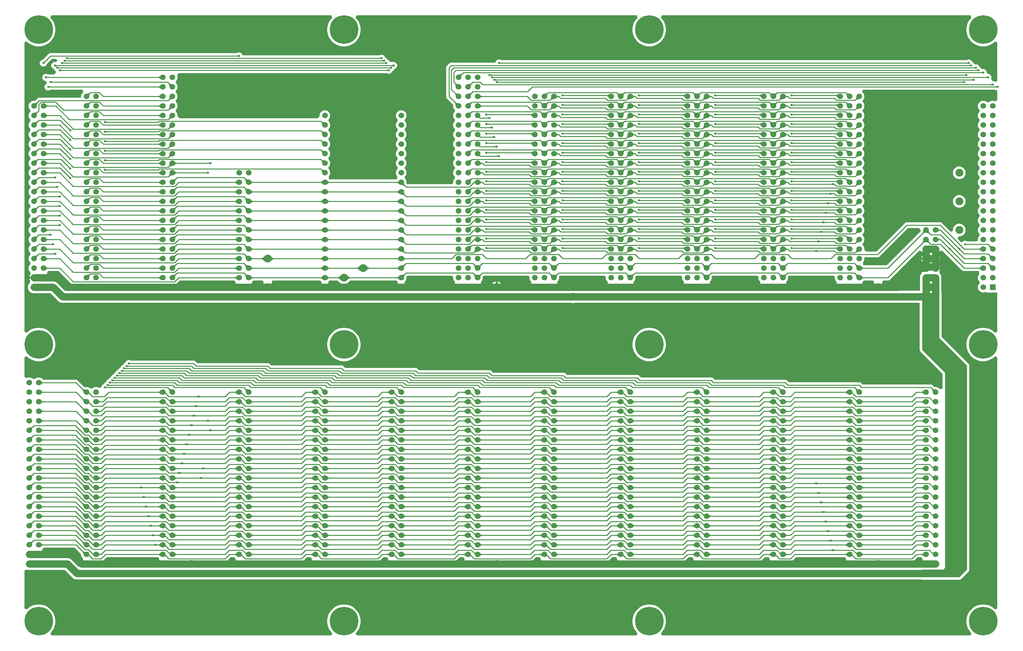
<source format=gtl>
G04*
G04 #@! TF.GenerationSoftware,Altium Limited,Altium Designer,21.9.1 (22)*
G04*
G04 Layer_Physical_Order=1*
G04 Layer_Color=255*
%FSLAX25Y25*%
%MOIN*%
G70*
G04*
G04 #@! TF.SameCoordinates,5CC48E27-45B7-4BBA-8C32-B76E38F38EB5*
G04*
G04*
G04 #@! TF.FilePolarity,Positive*
G04*
G01*
G75*
%ADD12C,0.01000*%
%ADD18C,0.07500*%
%ADD19C,0.30000*%
%ADD20R,0.05906X0.05906*%
%ADD21C,0.05906*%
%ADD22C,0.08268*%
%ADD23C,0.05000*%
%ADD24C,0.02400*%
G36*
X1097708Y752457D02*
X1096815Y751563D01*
X1095418Y749743D01*
X1094271Y747757D01*
X1093393Y745637D01*
X1092799Y743421D01*
X1092500Y741147D01*
Y738853D01*
X1092799Y736579D01*
X1093393Y734363D01*
X1094271Y732243D01*
X1095418Y730257D01*
X1096815Y728437D01*
X1098437Y726815D01*
X1100257Y725418D01*
X1102243Y724271D01*
X1104363Y723393D01*
X1106579Y722799D01*
X1108853Y722500D01*
X1111147D01*
X1113421Y722799D01*
X1115637Y723393D01*
X1117757Y724271D01*
X1119743Y725418D01*
X1121563Y726815D01*
X1122457Y727708D01*
X1124957Y726678D01*
Y686152D01*
X1124555Y685874D01*
X1122457Y685276D01*
X1122272Y685461D01*
X1121428Y685948D01*
X1120487Y686200D01*
X1119828D01*
X1119645Y686350D01*
X1119116Y687017D01*
X1118401Y688490D01*
X1118448Y688572D01*
X1118700Y689513D01*
Y690487D01*
X1118448Y691428D01*
X1117961Y692272D01*
X1117272Y692961D01*
X1116428Y693448D01*
X1115487Y693700D01*
X1114259Y694259D01*
X1113700Y695487D01*
X1113448Y696428D01*
X1112961Y697272D01*
X1112272Y697961D01*
X1111428Y698448D01*
X1110487Y698700D01*
X1109513D01*
X1108576Y698449D01*
X1108448Y698928D01*
X1107961Y699772D01*
X1107272Y700461D01*
X1106428Y700948D01*
X1106049Y701049D01*
X1105948Y701428D01*
X1105461Y702272D01*
X1104772Y702961D01*
X1103928Y703448D01*
X1102987Y703700D01*
X1102013D01*
X1101076Y703449D01*
X1100948Y703928D01*
X1100461Y704772D01*
X1099772Y705461D01*
X1098928Y705948D01*
X1098549Y706049D01*
X1098448Y706428D01*
X1097961Y707272D01*
X1097272Y707961D01*
X1096428Y708448D01*
X1095487Y708700D01*
X1094513D01*
X1093572Y708448D01*
X1092841Y708026D01*
X604659D01*
X603928Y708448D01*
X602987Y708700D01*
X602013D01*
X601072Y708448D01*
X600228Y707961D01*
X599539Y707272D01*
X599052Y706428D01*
X598810Y705526D01*
X552500D01*
X551717Y705423D01*
X550987Y705121D01*
X550360Y704640D01*
X550360Y704640D01*
X547860Y702140D01*
X547379Y701513D01*
X547077Y700783D01*
X546974Y700000D01*
Y670000D01*
X547077Y669217D01*
X547379Y668487D01*
X547860Y667860D01*
X554376Y661345D01*
X554377Y661343D01*
X554379Y661339D01*
X554403Y661252D01*
X554432Y661111D01*
X554456Y660946D01*
X554496Y660358D01*
X554498Y660010D01*
X554547Y659775D01*
Y659282D01*
X554919Y657895D01*
X555631Y656661D01*
X555637Y656651D01*
X556369Y655000D01*
X555637Y653349D01*
X555631Y653339D01*
X554919Y652105D01*
X554547Y650718D01*
Y649282D01*
X554919Y647895D01*
X555637Y646652D01*
X556369Y645000D01*
X555637Y643348D01*
X554919Y642105D01*
X554547Y640718D01*
Y639282D01*
X554919Y637895D01*
X555637Y636652D01*
X556369Y635000D01*
X555637Y633348D01*
X554919Y632105D01*
X554547Y630718D01*
Y629282D01*
X554919Y627895D01*
X555637Y626652D01*
X556369Y625000D01*
X555637Y623348D01*
X554919Y622105D01*
X554547Y620718D01*
Y619282D01*
X554919Y617895D01*
X555637Y616652D01*
X556369Y615000D01*
X555637Y613348D01*
X554919Y612105D01*
X554547Y610718D01*
Y609282D01*
X554919Y607895D01*
X555637Y606652D01*
X556369Y605000D01*
X555637Y603348D01*
X554919Y602105D01*
X554547Y600718D01*
Y599282D01*
X554919Y597895D01*
X555631Y596661D01*
X555637Y596651D01*
X556369Y595000D01*
X555637Y593349D01*
X555631Y593339D01*
X554919Y592105D01*
X554547Y590718D01*
Y589282D01*
X554919Y587895D01*
X555637Y586652D01*
X556369Y585000D01*
X555637Y583348D01*
X554919Y582105D01*
X554547Y580718D01*
Y579282D01*
X553583Y578026D01*
X506253D01*
X505624Y578655D01*
X505623Y578657D01*
X505621Y578661D01*
X505597Y578748D01*
X505568Y578889D01*
X505544Y579054D01*
X505504Y579642D01*
X505502Y579989D01*
X505453Y580225D01*
Y580718D01*
X505081Y582105D01*
X504363Y583348D01*
X503630Y585000D01*
X504363Y586652D01*
X505081Y587895D01*
X505453Y589282D01*
Y590718D01*
X505081Y592105D01*
X504363Y593348D01*
X503630Y595000D01*
X504363Y596652D01*
X505081Y597895D01*
X505453Y599282D01*
Y600718D01*
X505081Y602105D01*
X504363Y603348D01*
X503630Y605000D01*
X504363Y606652D01*
X505081Y607895D01*
X505453Y609282D01*
Y610718D01*
X505081Y612105D01*
X504363Y613348D01*
X503630Y615000D01*
X504363Y616652D01*
X505081Y617895D01*
X505453Y619282D01*
Y620718D01*
X505081Y622105D01*
X504363Y623348D01*
X503630Y625000D01*
X504363Y626652D01*
X505081Y627895D01*
X505453Y629282D01*
Y630718D01*
X505081Y632105D01*
X504363Y633348D01*
X503630Y635000D01*
X504363Y636652D01*
X505081Y637895D01*
X505453Y639282D01*
Y640718D01*
X505081Y642105D01*
X504363Y643348D01*
X503630Y645000D01*
X504363Y646652D01*
X505081Y647895D01*
X505453Y649282D01*
Y650718D01*
X505081Y652105D01*
X504363Y653348D01*
X503348Y654363D01*
X502105Y655081D01*
X500718Y655453D01*
X499282D01*
X497895Y655081D01*
X496652Y654363D01*
X495637Y653348D01*
X494919Y652105D01*
X494547Y650718D01*
Y649282D01*
X494919Y647895D01*
X495637Y646652D01*
X496370Y645000D01*
X495637Y643348D01*
X494919Y642105D01*
X494547Y640718D01*
Y639282D01*
X494919Y637895D01*
X495637Y636652D01*
X496370Y635000D01*
X495637Y633348D01*
X494919Y632105D01*
X494547Y630718D01*
Y629282D01*
X494919Y627895D01*
X495637Y626652D01*
X496370Y625000D01*
X495637Y623348D01*
X494919Y622105D01*
X494547Y620718D01*
Y619282D01*
X494919Y617895D01*
X495637Y616652D01*
X496370Y615000D01*
X495637Y613348D01*
X494919Y612105D01*
X494547Y610718D01*
Y609282D01*
X494919Y607895D01*
X495637Y606652D01*
X496370Y605000D01*
X495637Y603348D01*
X494919Y602105D01*
X494547Y600718D01*
Y599282D01*
X494919Y597895D01*
X495637Y596652D01*
X496370Y595000D01*
X495637Y593348D01*
X494919Y592105D01*
X494547Y590718D01*
Y589282D01*
X494919Y587895D01*
X495637Y586652D01*
X495952Y585941D01*
X495879Y584219D01*
X495804Y583885D01*
X495559Y583381D01*
X495411Y583251D01*
X495278Y583152D01*
X495157Y583072D01*
X495078Y583028D01*
X495074Y583026D01*
X495072Y583026D01*
X424928D01*
X424926Y583026D01*
X424922Y583028D01*
X424843Y583072D01*
X424722Y583152D01*
X424589Y583251D01*
X424441Y583381D01*
X424196Y583885D01*
X424121Y584220D01*
X424048Y585941D01*
X424363Y586652D01*
X425081Y587895D01*
X425453Y589282D01*
Y590718D01*
X425081Y592105D01*
X424363Y593348D01*
X423631Y595000D01*
X424363Y596652D01*
X425081Y597895D01*
X425453Y599282D01*
Y600718D01*
X425081Y602105D01*
X424363Y603348D01*
X423631Y605000D01*
X424363Y606652D01*
X425081Y607895D01*
X425453Y609282D01*
Y610718D01*
X425081Y612105D01*
X424363Y613348D01*
X423631Y615000D01*
X424363Y616652D01*
X425081Y617895D01*
X425453Y619282D01*
Y620718D01*
X425081Y622105D01*
X424363Y623348D01*
X423631Y625000D01*
X424363Y626652D01*
X425081Y627895D01*
X425453Y629282D01*
Y630718D01*
X425081Y632105D01*
X424363Y633348D01*
X423631Y635000D01*
X424363Y636652D01*
X425081Y637895D01*
X425453Y639282D01*
Y640718D01*
X425081Y642105D01*
X424363Y643348D01*
X423631Y645000D01*
X424363Y646652D01*
X425081Y647895D01*
X425453Y649282D01*
Y650718D01*
X425081Y652105D01*
X424363Y653348D01*
X423348Y654363D01*
X422105Y655081D01*
X420718Y655453D01*
X419282D01*
X417895Y655081D01*
X416652Y654363D01*
X415637Y653348D01*
X414919Y652105D01*
X414547Y650718D01*
Y649282D01*
X412598Y647126D01*
X267402D01*
X265453Y649282D01*
Y650718D01*
X265081Y652105D01*
X264363Y653348D01*
X263631Y655000D01*
X264363Y656652D01*
X265081Y657895D01*
X265453Y659282D01*
Y660718D01*
X265081Y662105D01*
X264363Y663348D01*
X263631Y665000D01*
X264363Y666652D01*
X265081Y667895D01*
X265453Y669282D01*
Y670718D01*
X265081Y672105D01*
X264363Y673348D01*
X263631Y675000D01*
X264363Y676652D01*
X265081Y677895D01*
X265453Y679282D01*
Y680718D01*
X265081Y682105D01*
X264363Y683348D01*
X263631Y685000D01*
X264363Y686652D01*
X265081Y687895D01*
X265453Y689282D01*
Y690718D01*
X265116Y691974D01*
X265095Y692127D01*
X266600Y694474D01*
X484841D01*
X485572Y694052D01*
X486513Y693800D01*
X487487D01*
X488428Y694052D01*
X489272Y694539D01*
X489961Y695228D01*
X490448Y696072D01*
X490549Y696451D01*
X490928Y696552D01*
X491772Y697039D01*
X492461Y697728D01*
X492948Y698572D01*
X493049Y698951D01*
X493428Y699052D01*
X494272Y699539D01*
X494961Y700228D01*
X495448Y701072D01*
X495700Y702013D01*
Y702987D01*
X495448Y703928D01*
X494961Y704772D01*
X494272Y705461D01*
X493428Y705948D01*
X492487Y706200D01*
X491513D01*
X490572Y705948D01*
X487948Y706428D01*
X487461Y707272D01*
X486772Y707961D01*
X485928Y708448D01*
X485549Y708549D01*
X485448Y708928D01*
X484961Y709772D01*
X484272Y710461D01*
X483428Y710948D01*
X483049Y711049D01*
X482948Y711428D01*
X482461Y712272D01*
X481772Y712961D01*
X480928Y713448D01*
X479987Y713700D01*
X479013D01*
X478072Y713448D01*
X477341Y713026D01*
X333690D01*
X333448Y713928D01*
X332961Y714772D01*
X332272Y715461D01*
X331428Y715948D01*
X330487Y716200D01*
X329513D01*
X328572Y715948D01*
X327841Y715526D01*
X132500D01*
X131717Y715423D01*
X130987Y715121D01*
X130360Y714640D01*
X124387Y708666D01*
X123572Y708448D01*
X122728Y707961D01*
X122039Y707272D01*
X121552Y706428D01*
X121300Y705487D01*
Y704513D01*
X121552Y703572D01*
X122039Y702728D01*
X122728Y702039D01*
X123572Y701552D01*
X124513Y701300D01*
X125487D01*
X126428Y701552D01*
X127272Y702039D01*
X127961Y702728D01*
X128448Y703572D01*
X128666Y704387D01*
X133753Y709474D01*
X138002D01*
X139683Y707318D01*
X137741Y706132D01*
X137487Y706200D01*
X136513D01*
X135572Y705948D01*
X134728Y705461D01*
X134039Y704772D01*
X133552Y703928D01*
X133300Y702987D01*
Y702013D01*
X133552Y701072D01*
X134039Y700228D01*
X134728Y699539D01*
X135572Y699052D01*
X135951Y698951D01*
X136052Y698572D01*
X136539Y697728D01*
X137228Y697039D01*
X137802Y696708D01*
X138124Y695353D01*
X136888Y693476D01*
X136321Y693026D01*
X129659D01*
X128928Y693448D01*
X127987Y693700D01*
X127013D01*
X126072Y693448D01*
X125228Y692961D01*
X124539Y692272D01*
X124052Y691428D01*
X123800Y690487D01*
Y689513D01*
X124052Y688572D01*
X124539Y687728D01*
X125228Y687039D01*
X126072Y686552D01*
X127013Y686300D01*
X127956Y685871D01*
X128572Y683448D01*
X127728Y682961D01*
X127039Y682272D01*
X126552Y681428D01*
X126300Y680487D01*
Y679513D01*
X126552Y678572D01*
X127039Y677728D01*
X127728Y677039D01*
X128572Y676552D01*
X129513Y676300D01*
X130487D01*
X131428Y676552D01*
X132159Y676974D01*
X166174D01*
X166844Y674474D01*
X166652Y674363D01*
X165637Y673348D01*
X164919Y672105D01*
X164547Y670718D01*
Y669282D01*
X164120Y668726D01*
X120700D01*
X120700Y668726D01*
X119917Y668623D01*
X119187Y668321D01*
X118560Y667840D01*
X116345Y665624D01*
X116343Y665623D01*
X116339Y665622D01*
X116252Y665597D01*
X116111Y665568D01*
X115946Y665544D01*
X115358Y665504D01*
X115010Y665501D01*
X114775Y665453D01*
X114282D01*
X112895Y665081D01*
X111652Y664363D01*
X110637Y663348D01*
X109919Y662105D01*
X109547Y660718D01*
Y659282D01*
X109919Y657895D01*
X110637Y656652D01*
X111370Y655000D01*
X110637Y653348D01*
X109919Y652105D01*
X109547Y650718D01*
Y649282D01*
X109919Y647895D01*
X110637Y646652D01*
X111370Y645000D01*
X110637Y643348D01*
X109919Y642105D01*
X109547Y640718D01*
Y639282D01*
X109919Y637895D01*
X110637Y636652D01*
X111370Y635000D01*
X110637Y633348D01*
X109919Y632105D01*
X109547Y630718D01*
Y629282D01*
X109919Y627895D01*
X110637Y626652D01*
X111370Y625000D01*
X110637Y623348D01*
X109919Y622105D01*
X109547Y620718D01*
Y619282D01*
X109919Y617895D01*
X110637Y616652D01*
X111370Y615000D01*
X110637Y613348D01*
X109919Y612105D01*
X109547Y610718D01*
Y609282D01*
X109919Y607895D01*
X110637Y606652D01*
X111370Y605000D01*
X110637Y603348D01*
X109919Y602105D01*
X109547Y600718D01*
Y599282D01*
X109919Y597895D01*
X110637Y596652D01*
X111370Y595000D01*
X110637Y593348D01*
X109919Y592105D01*
X109547Y590718D01*
Y589282D01*
X109919Y587895D01*
X110637Y586652D01*
X111370Y585000D01*
X110637Y583348D01*
X109919Y582105D01*
X109547Y580718D01*
Y579282D01*
X109919Y577895D01*
X110637Y576652D01*
X111370Y575000D01*
X110637Y573348D01*
X109919Y572105D01*
X109547Y570718D01*
Y569282D01*
X109919Y567895D01*
X110637Y566652D01*
X111370Y565000D01*
X110637Y563348D01*
X109919Y562105D01*
X109547Y560718D01*
Y559282D01*
X109919Y557895D01*
X110637Y556652D01*
X111370Y555000D01*
X110637Y553348D01*
X109919Y552105D01*
X109547Y550718D01*
Y549282D01*
X109919Y547895D01*
X110637Y546652D01*
X111370Y545000D01*
X110637Y543348D01*
X109919Y542105D01*
X109547Y540718D01*
Y539282D01*
X109919Y537895D01*
X110637Y536652D01*
X111370Y535000D01*
X110637Y533348D01*
X109919Y532105D01*
X109547Y530718D01*
Y529282D01*
X109919Y527895D01*
X110637Y526652D01*
X111370Y525000D01*
X110637Y523348D01*
X109919Y522105D01*
X109547Y520718D01*
Y519282D01*
X109919Y517895D01*
X110637Y516652D01*
X111370Y515000D01*
X110637Y513348D01*
X109919Y512105D01*
X109547Y510718D01*
Y509282D01*
X109919Y507895D01*
X110637Y506652D01*
X111370Y505000D01*
X110637Y503348D01*
X109919Y502105D01*
X109547Y500718D01*
Y499282D01*
X109919Y497895D01*
X110637Y496652D01*
X111370Y495000D01*
X110637Y493348D01*
X109919Y492105D01*
X109547Y490718D01*
Y489282D01*
X109919Y487895D01*
X110637Y486652D01*
X110995Y486294D01*
X111516Y485034D01*
X111077Y483082D01*
X111037Y483041D01*
X110385Y481912D01*
X110141Y481000D01*
X115000D01*
Y479000D01*
X110141D01*
X110385Y478088D01*
X110664Y477604D01*
X110987Y476696D01*
X110559Y474441D01*
X109778Y473489D01*
X109198Y472403D01*
X108840Y471225D01*
X108720Y470000D01*
X108840Y468775D01*
X109198Y467597D01*
X109778Y466511D01*
X110559Y465559D01*
X111511Y464778D01*
X112597Y464198D01*
X113775Y463840D01*
X115000Y463720D01*
X132399D01*
X140559Y455559D01*
X141511Y454778D01*
X142597Y454198D01*
X143775Y453840D01*
X145000Y453720D01*
X170000D01*
X170000Y453720D01*
X180000D01*
X240000Y453720D01*
X340000D01*
X420000Y453720D01*
X420000Y453720D01*
X500000Y453720D01*
X500000Y453720D01*
X677827D01*
X678065Y453621D01*
X679347Y453366D01*
X680653D01*
X681935Y453621D01*
X682173Y453720D01*
X1043451D01*
Y404500D01*
X1043645Y403524D01*
X1044198Y402698D01*
X1067451Y379444D01*
Y363661D01*
X1067131Y363467D01*
X1064363Y363348D01*
X1063348Y364363D01*
X1062105Y365081D01*
X1060718Y365453D01*
X1060225D01*
X1059989Y365501D01*
X1059642Y365504D01*
X1059054Y365544D01*
X1058889Y365568D01*
X1058748Y365597D01*
X1058661Y365621D01*
X1058657Y365623D01*
X1058655Y365624D01*
X1057140Y367140D01*
X1056513Y367620D01*
X1055783Y367923D01*
X1055000Y368026D01*
X983753D01*
X982140Y369640D01*
X981513Y370121D01*
X980783Y370423D01*
X980000Y370526D01*
X906253D01*
X904640Y372140D01*
X904013Y372621D01*
X903283Y372923D01*
X902500Y373026D01*
X828753D01*
X827140Y374640D01*
X826513Y375120D01*
X825783Y375423D01*
X825000Y375526D01*
X751253D01*
X749640Y377140D01*
X749013Y377621D01*
X748283Y377923D01*
X747500Y378026D01*
X673753D01*
X672140Y379640D01*
X671513Y380120D01*
X670783Y380423D01*
X670000Y380526D01*
X596253D01*
X594640Y382140D01*
X594013Y382621D01*
X593283Y382923D01*
X592500Y383026D01*
X518753D01*
X517140Y384640D01*
X516513Y385121D01*
X515783Y385423D01*
X515000Y385526D01*
X441253D01*
X439640Y387140D01*
X439013Y387620D01*
X438283Y387923D01*
X437500Y388026D01*
X363753D01*
X362140Y389640D01*
X361513Y390121D01*
X360783Y390423D01*
X360000Y390526D01*
X286253D01*
X284640Y392140D01*
X284013Y392620D01*
X283283Y392923D01*
X282500Y393026D01*
X216659D01*
X215928Y393448D01*
X214987Y393700D01*
X214013D01*
X213072Y393448D01*
X212228Y392961D01*
X211539Y392272D01*
X211052Y391428D01*
X210951Y391049D01*
X210572Y390948D01*
X209728Y390461D01*
X209039Y389772D01*
X208552Y388928D01*
X208451Y388549D01*
X208072Y388448D01*
X207228Y387961D01*
X206539Y387272D01*
X206052Y386428D01*
X205951Y386049D01*
X205572Y385948D01*
X204728Y385461D01*
X204039Y384772D01*
X203552Y383928D01*
X203451Y383549D01*
X203072Y383448D01*
X202228Y382961D01*
X201539Y382272D01*
X201052Y381428D01*
X200951Y381049D01*
X200572Y380948D01*
X199728Y380461D01*
X199039Y379772D01*
X198552Y378928D01*
X198451Y378549D01*
X198072Y378448D01*
X197228Y377961D01*
X196539Y377272D01*
X196052Y376428D01*
X195951Y376049D01*
X195572Y375948D01*
X194728Y375461D01*
X194039Y374772D01*
X193552Y373928D01*
X193451Y373549D01*
X193072Y373448D01*
X192228Y372961D01*
X191539Y372272D01*
X191052Y371428D01*
X190951Y371049D01*
X190572Y370948D01*
X189728Y370461D01*
X189039Y369772D01*
X188552Y368928D01*
X188451Y368549D01*
X188072Y368448D01*
X187228Y367961D01*
X186539Y367272D01*
X186052Y366428D01*
X185800Y365487D01*
Y365447D01*
X183372Y364340D01*
X183348Y364363D01*
X182105Y365081D01*
X180718Y365453D01*
X179282D01*
X177895Y365081D01*
X176652Y364363D01*
X175000Y363631D01*
X173348Y364363D01*
X172105Y365081D01*
X170718Y365453D01*
X169282D01*
X168899Y365350D01*
X168694Y365344D01*
X168393Y365275D01*
X168200Y365242D01*
X168055Y365228D01*
X168052Y365228D01*
X161140Y372140D01*
X160513Y372621D01*
X159783Y372923D01*
X159000Y373026D01*
X124928D01*
X124926Y373026D01*
X124922Y373028D01*
X124843Y373072D01*
X124722Y373152D01*
X124589Y373251D01*
X124145Y373639D01*
X123898Y373883D01*
X123696Y374015D01*
X123348Y374363D01*
X122105Y375081D01*
X120718Y375453D01*
X119282D01*
X117895Y375081D01*
X116661Y374369D01*
X116651Y374363D01*
X115000Y373630D01*
X113349Y374363D01*
X113339Y374369D01*
X112105Y375081D01*
X110718Y375453D01*
X109282D01*
X107895Y375081D01*
X107543Y374878D01*
X105247Y375964D01*
X105043Y376197D01*
Y396678D01*
X107543Y397708D01*
X108437Y396815D01*
X110257Y395418D01*
X112243Y394271D01*
X114363Y393393D01*
X116579Y392799D01*
X118853Y392500D01*
X121147D01*
X123421Y392799D01*
X125637Y393393D01*
X127757Y394271D01*
X129743Y395418D01*
X131563Y396815D01*
X133185Y398437D01*
X134582Y400257D01*
X135729Y402243D01*
X136607Y404363D01*
X137201Y406579D01*
X137500Y408853D01*
Y411147D01*
X137201Y413421D01*
X136607Y415637D01*
X135729Y417757D01*
X134582Y419743D01*
X133185Y421563D01*
X131563Y423185D01*
X129743Y424582D01*
X127757Y425729D01*
X125637Y426607D01*
X123421Y427201D01*
X121147Y427500D01*
X118853D01*
X116579Y427201D01*
X114363Y426607D01*
X112243Y425729D01*
X110257Y424582D01*
X108437Y423185D01*
X107543Y422292D01*
X105043Y423322D01*
Y726678D01*
X107543Y727708D01*
X108437Y726815D01*
X110257Y725418D01*
X112243Y724271D01*
X114363Y723393D01*
X116579Y722799D01*
X118853Y722500D01*
X121147D01*
X123421Y722799D01*
X125637Y723393D01*
X127757Y724271D01*
X129743Y725418D01*
X131563Y726815D01*
X133185Y728437D01*
X134582Y730257D01*
X135729Y732243D01*
X136607Y734363D01*
X137201Y736579D01*
X137500Y738853D01*
Y741147D01*
X137201Y743421D01*
X136607Y745637D01*
X135729Y747757D01*
X134582Y749743D01*
X133185Y751563D01*
X132292Y752457D01*
X133322Y754957D01*
X426678D01*
X427708Y752457D01*
X426815Y751563D01*
X425418Y749743D01*
X424271Y747757D01*
X423393Y745637D01*
X422799Y743421D01*
X422500Y741147D01*
Y738853D01*
X422799Y736579D01*
X423393Y734363D01*
X424271Y732243D01*
X425418Y730257D01*
X426815Y728437D01*
X428437Y726815D01*
X430257Y725418D01*
X432243Y724271D01*
X434363Y723393D01*
X436579Y722799D01*
X438853Y722500D01*
X441147D01*
X443421Y722799D01*
X445637Y723393D01*
X447757Y724271D01*
X449743Y725418D01*
X451563Y726815D01*
X453185Y728437D01*
X454582Y730257D01*
X455729Y732243D01*
X456607Y734363D01*
X457201Y736579D01*
X457500Y738853D01*
Y741147D01*
X457201Y743421D01*
X456607Y745637D01*
X455729Y747757D01*
X454582Y749743D01*
X453185Y751563D01*
X452292Y752457D01*
X453322Y754957D01*
X746678D01*
X747708Y752457D01*
X746815Y751563D01*
X745418Y749743D01*
X744271Y747757D01*
X743393Y745637D01*
X742799Y743421D01*
X742500Y741147D01*
Y738853D01*
X742799Y736579D01*
X743393Y734363D01*
X744271Y732243D01*
X745418Y730257D01*
X746815Y728437D01*
X748437Y726815D01*
X750257Y725418D01*
X752243Y724271D01*
X754363Y723393D01*
X756579Y722799D01*
X758853Y722500D01*
X761147D01*
X763421Y722799D01*
X765637Y723393D01*
X767757Y724271D01*
X769743Y725418D01*
X771563Y726815D01*
X773185Y728437D01*
X774582Y730257D01*
X775729Y732243D01*
X776607Y734363D01*
X777201Y736579D01*
X777500Y738853D01*
Y741147D01*
X777201Y743421D01*
X776607Y745637D01*
X775729Y747757D01*
X774582Y749743D01*
X773185Y751563D01*
X772292Y752457D01*
X773322Y754957D01*
X1096678D01*
X1097708Y752457D01*
D02*
G37*
G36*
X329143Y711660D02*
X329074Y711725D01*
X328998Y711782D01*
X328917Y711833D01*
X328830Y711878D01*
X328738Y711915D01*
X328640Y711946D01*
X328536Y711969D01*
X328426Y711986D01*
X328310Y711997D01*
X328189Y712000D01*
Y713000D01*
X328310Y713003D01*
X328426Y713014D01*
X328536Y713031D01*
X328640Y713054D01*
X328738Y713085D01*
X328830Y713122D01*
X328917Y713167D01*
X328998Y713218D01*
X329074Y713275D01*
X329143Y713340D01*
Y711660D01*
D02*
G37*
G36*
X478643Y709160D02*
X478574Y709225D01*
X478498Y709282D01*
X478417Y709333D01*
X478330Y709378D01*
X478238Y709415D01*
X478140Y709446D01*
X478036Y709469D01*
X477926Y709486D01*
X477810Y709497D01*
X477689Y709500D01*
Y710500D01*
X477810Y710503D01*
X477926Y710514D01*
X478036Y710531D01*
X478140Y710554D01*
X478238Y710585D01*
X478330Y710622D01*
X478417Y710667D01*
X478498Y710718D01*
X478574Y710775D01*
X478643Y710840D01*
Y709160D01*
D02*
G37*
G36*
X150426Y710775D02*
X150502Y710718D01*
X150583Y710667D01*
X150670Y710622D01*
X150762Y710585D01*
X150860Y710554D01*
X150964Y710531D01*
X151074Y710514D01*
X151190Y710503D01*
X151311Y710500D01*
Y709500D01*
X151190Y709497D01*
X151074Y709486D01*
X150964Y709469D01*
X150860Y709446D01*
X150762Y709415D01*
X150670Y709378D01*
X150583Y709333D01*
X150502Y709282D01*
X150426Y709225D01*
X150357Y709160D01*
Y710840D01*
X150426Y710775D01*
D02*
G37*
G36*
X481143Y706660D02*
X481074Y706725D01*
X480998Y706782D01*
X480917Y706833D01*
X480830Y706878D01*
X480738Y706915D01*
X480640Y706946D01*
X480536Y706969D01*
X480426Y706986D01*
X480310Y706997D01*
X480189Y707000D01*
Y708000D01*
X480310Y708003D01*
X480426Y708014D01*
X480536Y708031D01*
X480640Y708054D01*
X480738Y708085D01*
X480830Y708122D01*
X480917Y708167D01*
X480998Y708218D01*
X481074Y708275D01*
X481143Y708340D01*
Y706660D01*
D02*
G37*
G36*
X147926Y708275D02*
X148002Y708218D01*
X148083Y708167D01*
X148170Y708122D01*
X148262Y708085D01*
X148360Y708054D01*
X148464Y708031D01*
X148574Y708014D01*
X148690Y708003D01*
X148811Y708000D01*
Y707000D01*
X148690Y706997D01*
X148574Y706986D01*
X148464Y706969D01*
X148360Y706946D01*
X148262Y706915D01*
X148170Y706878D01*
X148083Y706833D01*
X148002Y706782D01*
X147926Y706725D01*
X147857Y706660D01*
Y708340D01*
X147926Y708275D01*
D02*
G37*
G36*
X126634Y705927D02*
X126551Y705839D01*
X126476Y705750D01*
X126411Y705660D01*
X126354Y705570D01*
X126306Y705479D01*
X126267Y705387D01*
X126237Y705294D01*
X126216Y705201D01*
X126203Y705107D01*
X126200Y705012D01*
X125012Y706200D01*
X125107Y706203D01*
X125201Y706216D01*
X125294Y706237D01*
X125387Y706267D01*
X125479Y706306D01*
X125570Y706354D01*
X125660Y706411D01*
X125750Y706476D01*
X125839Y706551D01*
X125927Y706634D01*
X126634Y705927D01*
D02*
G37*
G36*
X1094143Y704160D02*
X1094073Y704225D01*
X1093998Y704282D01*
X1093917Y704333D01*
X1093830Y704378D01*
X1093738Y704415D01*
X1093640Y704446D01*
X1093536Y704469D01*
X1093426Y704486D01*
X1093310Y704497D01*
X1093189Y704500D01*
Y705500D01*
X1093310Y705503D01*
X1093426Y705514D01*
X1093536Y705531D01*
X1093640Y705554D01*
X1093738Y705585D01*
X1093830Y705622D01*
X1093917Y705667D01*
X1093998Y705718D01*
X1094073Y705775D01*
X1094143Y705840D01*
Y704160D01*
D02*
G37*
G36*
X603427Y705775D02*
X603502Y705718D01*
X603583Y705667D01*
X603670Y705622D01*
X603762Y705585D01*
X603860Y705554D01*
X603964Y705531D01*
X604074Y705514D01*
X604190Y705503D01*
X604311Y705500D01*
Y704500D01*
X604190Y704497D01*
X604074Y704486D01*
X603964Y704469D01*
X603860Y704446D01*
X603762Y704415D01*
X603670Y704378D01*
X603583Y704333D01*
X603502Y704282D01*
X603427Y704225D01*
X603357Y704160D01*
Y705840D01*
X603427Y705775D01*
D02*
G37*
G36*
X483643Y704160D02*
X483573Y704225D01*
X483498Y704282D01*
X483417Y704333D01*
X483330Y704378D01*
X483238Y704415D01*
X483140Y704446D01*
X483036Y704469D01*
X482926Y704486D01*
X482810Y704497D01*
X482689Y704500D01*
Y705500D01*
X482810Y705503D01*
X482926Y705514D01*
X483036Y705531D01*
X483140Y705554D01*
X483238Y705585D01*
X483330Y705622D01*
X483417Y705667D01*
X483498Y705718D01*
X483573Y705775D01*
X483643Y705840D01*
Y704160D01*
D02*
G37*
G36*
X145426Y705775D02*
X145502Y705718D01*
X145583Y705667D01*
X145670Y705622D01*
X145762Y705585D01*
X145860Y705554D01*
X145964Y705531D01*
X146074Y705514D01*
X146190Y705503D01*
X146311Y705500D01*
Y704500D01*
X146190Y704497D01*
X146074Y704486D01*
X145964Y704469D01*
X145860Y704446D01*
X145762Y704415D01*
X145670Y704378D01*
X145583Y704333D01*
X145502Y704282D01*
X145426Y704225D01*
X145357Y704160D01*
Y705840D01*
X145426Y705775D01*
D02*
G37*
G36*
X1096643Y701660D02*
X1096574Y701725D01*
X1096498Y701782D01*
X1096417Y701833D01*
X1096330Y701878D01*
X1096238Y701915D01*
X1096140Y701946D01*
X1096036Y701969D01*
X1095926Y701986D01*
X1095810Y701997D01*
X1095689Y702000D01*
Y703000D01*
X1095810Y703003D01*
X1095926Y703014D01*
X1096036Y703031D01*
X1096140Y703054D01*
X1096238Y703085D01*
X1096330Y703122D01*
X1096417Y703167D01*
X1096498Y703218D01*
X1096574Y703275D01*
X1096643Y703340D01*
Y701660D01*
D02*
G37*
G36*
X491143D02*
X491074Y701725D01*
X490998Y701782D01*
X490917Y701833D01*
X490830Y701878D01*
X490738Y701915D01*
X490640Y701946D01*
X490536Y701969D01*
X490426Y701986D01*
X490310Y701997D01*
X490189Y702000D01*
Y703000D01*
X490310Y703003D01*
X490426Y703014D01*
X490536Y703031D01*
X490640Y703054D01*
X490738Y703085D01*
X490830Y703122D01*
X490917Y703167D01*
X490998Y703218D01*
X491074Y703275D01*
X491143Y703340D01*
Y701660D01*
D02*
G37*
G36*
X137926Y703275D02*
X138002Y703218D01*
X138083Y703167D01*
X138170Y703122D01*
X138262Y703085D01*
X138360Y703054D01*
X138464Y703031D01*
X138574Y703014D01*
X138690Y703003D01*
X138811Y703000D01*
Y702000D01*
X138690Y701997D01*
X138574Y701986D01*
X138464Y701969D01*
X138360Y701946D01*
X138262Y701915D01*
X138170Y701878D01*
X138083Y701833D01*
X138002Y701782D01*
X137926Y701725D01*
X137857Y701660D01*
Y703340D01*
X137926Y703275D01*
D02*
G37*
G36*
X1101643Y699160D02*
X1101573Y699225D01*
X1101498Y699282D01*
X1101417Y699333D01*
X1101330Y699378D01*
X1101238Y699415D01*
X1101140Y699446D01*
X1101036Y699469D01*
X1100926Y699486D01*
X1100810Y699497D01*
X1100689Y699500D01*
Y700500D01*
X1100810Y700503D01*
X1100926Y700514D01*
X1101036Y700531D01*
X1101140Y700554D01*
X1101238Y700585D01*
X1101330Y700622D01*
X1101417Y700667D01*
X1101498Y700718D01*
X1101573Y700775D01*
X1101643Y700840D01*
Y699160D01*
D02*
G37*
G36*
X488643D02*
X488574Y699225D01*
X488498Y699282D01*
X488417Y699333D01*
X488330Y699378D01*
X488238Y699415D01*
X488140Y699446D01*
X488036Y699469D01*
X487926Y699486D01*
X487810Y699497D01*
X487689Y699500D01*
Y700500D01*
X487810Y700503D01*
X487926Y700514D01*
X488036Y700531D01*
X488140Y700554D01*
X488238Y700585D01*
X488330Y700622D01*
X488417Y700667D01*
X488498Y700718D01*
X488574Y700775D01*
X488643Y700840D01*
Y699160D01*
D02*
G37*
G36*
X140427Y700775D02*
X140502Y700718D01*
X140583Y700667D01*
X140670Y700622D01*
X140762Y700585D01*
X140860Y700554D01*
X140964Y700531D01*
X141074Y700514D01*
X141190Y700503D01*
X141311Y700500D01*
Y699500D01*
X141190Y699497D01*
X141074Y699486D01*
X140964Y699469D01*
X140860Y699446D01*
X140762Y699415D01*
X140670Y699378D01*
X140583Y699333D01*
X140502Y699282D01*
X140427Y699225D01*
X140357Y699160D01*
Y700840D01*
X140427Y700775D01*
D02*
G37*
G36*
X1104143Y696660D02*
X1104074Y696725D01*
X1103998Y696782D01*
X1103917Y696833D01*
X1103830Y696878D01*
X1103738Y696915D01*
X1103640Y696946D01*
X1103536Y696969D01*
X1103426Y696986D01*
X1103310Y696997D01*
X1103189Y697000D01*
Y698000D01*
X1103310Y698003D01*
X1103426Y698014D01*
X1103536Y698031D01*
X1103640Y698054D01*
X1103738Y698085D01*
X1103830Y698122D01*
X1103917Y698167D01*
X1103998Y698218D01*
X1104074Y698275D01*
X1104143Y698340D01*
Y696660D01*
D02*
G37*
G36*
X486143D02*
X486073Y696725D01*
X485998Y696782D01*
X485917Y696833D01*
X485830Y696878D01*
X485738Y696915D01*
X485640Y696946D01*
X485536Y696969D01*
X485426Y696986D01*
X485310Y696997D01*
X485189Y697000D01*
Y698000D01*
X485310Y698003D01*
X485426Y698014D01*
X485536Y698031D01*
X485640Y698054D01*
X485738Y698085D01*
X485830Y698122D01*
X485917Y698167D01*
X485998Y698218D01*
X486073Y698275D01*
X486143Y698340D01*
Y696660D01*
D02*
G37*
G36*
X142927Y698275D02*
X143002Y698218D01*
X143083Y698167D01*
X143170Y698122D01*
X143262Y698085D01*
X143360Y698054D01*
X143464Y698031D01*
X143574Y698014D01*
X143690Y698003D01*
X143811Y698000D01*
Y697000D01*
X143690Y696997D01*
X143574Y696986D01*
X143464Y696969D01*
X143360Y696946D01*
X143262Y696915D01*
X143170Y696878D01*
X143083Y696833D01*
X143002Y696782D01*
X142927Y696725D01*
X142857Y696660D01*
Y698340D01*
X142927Y698275D01*
D02*
G37*
G36*
X1109143Y694160D02*
X1109074Y694225D01*
X1108998Y694282D01*
X1108917Y694333D01*
X1108830Y694378D01*
X1108738Y694415D01*
X1108640Y694446D01*
X1108536Y694469D01*
X1108426Y694486D01*
X1108310Y694497D01*
X1108189Y694500D01*
Y695500D01*
X1108310Y695503D01*
X1108426Y695514D01*
X1108536Y695531D01*
X1108640Y695554D01*
X1108738Y695585D01*
X1108830Y695622D01*
X1108917Y695667D01*
X1108998Y695718D01*
X1109074Y695775D01*
X1109143Y695840D01*
Y694160D01*
D02*
G37*
G36*
X1091643Y691660D02*
X1091574Y691725D01*
X1091498Y691782D01*
X1091417Y691833D01*
X1091330Y691878D01*
X1091238Y691915D01*
X1091140Y691946D01*
X1091036Y691969D01*
X1090926Y691986D01*
X1090810Y691997D01*
X1090689Y692000D01*
Y693000D01*
X1090810Y693003D01*
X1090926Y693014D01*
X1091036Y693031D01*
X1091140Y693054D01*
X1091238Y693085D01*
X1091330Y693122D01*
X1091417Y693167D01*
X1091498Y693218D01*
X1091574Y693275D01*
X1091643Y693340D01*
Y691660D01*
D02*
G37*
G36*
X593427Y693275D02*
X593502Y693218D01*
X593583Y693167D01*
X593670Y693122D01*
X593762Y693085D01*
X593860Y693054D01*
X593964Y693031D01*
X594074Y693014D01*
X594190Y693003D01*
X594311Y693000D01*
Y692000D01*
X594190Y691997D01*
X594074Y691986D01*
X593964Y691969D01*
X593860Y691946D01*
X593762Y691915D01*
X593670Y691878D01*
X593583Y691833D01*
X593502Y691782D01*
X593427Y691725D01*
X593357Y691660D01*
Y693340D01*
X593427Y693275D01*
D02*
G37*
G36*
X563664Y692957D02*
X563525Y692796D01*
X563401Y692605D01*
X563292Y692385D01*
X563198Y692136D01*
X563120Y691858D01*
X563056Y691551D01*
X563007Y691215D01*
X562956Y690454D01*
X562953Y690029D01*
X560030Y692953D01*
X560454Y692956D01*
X561214Y693007D01*
X561551Y693056D01*
X561858Y693119D01*
X562137Y693198D01*
X562386Y693292D01*
X562605Y693401D01*
X562796Y693525D01*
X562957Y693664D01*
X563664Y692957D01*
D02*
G37*
G36*
X1114143Y689160D02*
X1114073Y689225D01*
X1113998Y689282D01*
X1113917Y689333D01*
X1113830Y689378D01*
X1113738Y689415D01*
X1113640Y689446D01*
X1113536Y689469D01*
X1113426Y689486D01*
X1113310Y689497D01*
X1113189Y689500D01*
Y690500D01*
X1113310Y690503D01*
X1113426Y690514D01*
X1113536Y690531D01*
X1113640Y690554D01*
X1113738Y690585D01*
X1113830Y690622D01*
X1113917Y690667D01*
X1113998Y690718D01*
X1114073Y690775D01*
X1114143Y690840D01*
Y689160D01*
D02*
G37*
G36*
X595927Y690775D02*
X596002Y690718D01*
X596083Y690667D01*
X596170Y690622D01*
X596262Y690585D01*
X596360Y690554D01*
X596464Y690531D01*
X596574Y690514D01*
X596690Y690503D01*
X596811Y690500D01*
Y689500D01*
X596690Y689497D01*
X596574Y689486D01*
X596464Y689469D01*
X596360Y689446D01*
X596262Y689415D01*
X596170Y689378D01*
X596083Y689333D01*
X596002Y689282D01*
X595927Y689225D01*
X595857Y689160D01*
Y690840D01*
X595927Y690775D01*
D02*
G37*
G36*
X128427D02*
X128502Y690718D01*
X128583Y690667D01*
X128670Y690622D01*
X128762Y690585D01*
X128860Y690554D01*
X128964Y690531D01*
X129074Y690514D01*
X129190Y690503D01*
X129311Y690500D01*
Y689500D01*
X129190Y689497D01*
X129074Y689486D01*
X128964Y689469D01*
X128860Y689446D01*
X128762Y689415D01*
X128670Y689378D01*
X128583Y689333D01*
X128502Y689282D01*
X128427Y689225D01*
X128357Y689160D01*
Y690840D01*
X128427Y690775D01*
D02*
G37*
G36*
X247891Y687933D02*
X247589Y688231D01*
X247015Y688732D01*
X246742Y688936D01*
X246480Y689108D01*
X246228Y689249D01*
X245985Y689359D01*
X245753Y689437D01*
X245531Y689484D01*
X245318Y689500D01*
Y690500D01*
X245531Y690516D01*
X245753Y690563D01*
X245985Y690641D01*
X246228Y690751D01*
X246480Y690892D01*
X246742Y691064D01*
X247015Y691268D01*
X247589Y691769D01*
X247891Y692067D01*
Y687933D01*
D02*
G37*
G36*
X1099143Y686660D02*
X1099074Y686725D01*
X1098998Y686782D01*
X1098917Y686833D01*
X1098830Y686878D01*
X1098738Y686915D01*
X1098640Y686946D01*
X1098536Y686969D01*
X1098426Y686986D01*
X1098310Y686997D01*
X1098189Y687000D01*
Y688000D01*
X1098310Y688003D01*
X1098426Y688014D01*
X1098536Y688031D01*
X1098640Y688054D01*
X1098738Y688085D01*
X1098830Y688122D01*
X1098917Y688167D01*
X1098998Y688218D01*
X1099074Y688275D01*
X1099143Y688340D01*
Y686660D01*
D02*
G37*
G36*
X598426Y688275D02*
X598502Y688218D01*
X598583Y688167D01*
X598670Y688122D01*
X598762Y688085D01*
X598860Y688054D01*
X598964Y688031D01*
X599074Y688014D01*
X599190Y688003D01*
X599311Y688000D01*
Y687000D01*
X599190Y686997D01*
X599074Y686986D01*
X598964Y686969D01*
X598860Y686946D01*
X598762Y686915D01*
X598670Y686878D01*
X598583Y686833D01*
X598502Y686782D01*
X598426Y686725D01*
X598357Y686660D01*
Y688340D01*
X598426Y688275D01*
D02*
G37*
G36*
X1089143Y684160D02*
X1089073Y684225D01*
X1088998Y684282D01*
X1088917Y684333D01*
X1088830Y684378D01*
X1088738Y684415D01*
X1088640Y684446D01*
X1088536Y684469D01*
X1088426Y684486D01*
X1088310Y684497D01*
X1088189Y684500D01*
Y685500D01*
X1088310Y685503D01*
X1088426Y685514D01*
X1088536Y685531D01*
X1088640Y685554D01*
X1088738Y685585D01*
X1088830Y685622D01*
X1088917Y685667D01*
X1088998Y685718D01*
X1089073Y685775D01*
X1089143Y685840D01*
Y684160D01*
D02*
G37*
G36*
X600926Y685775D02*
X601002Y685718D01*
X601083Y685667D01*
X601170Y685622D01*
X601262Y685585D01*
X601360Y685554D01*
X601464Y685531D01*
X601574Y685514D01*
X601690Y685503D01*
X601811Y685500D01*
Y684500D01*
X601690Y684497D01*
X601574Y684486D01*
X601464Y684469D01*
X601360Y684446D01*
X601262Y684415D01*
X601170Y684378D01*
X601083Y684333D01*
X601002Y684282D01*
X600926Y684225D01*
X600857Y684160D01*
Y685840D01*
X600926Y685775D01*
D02*
G37*
G36*
X133426D02*
X133502Y685718D01*
X133583Y685667D01*
X133670Y685622D01*
X133762Y685585D01*
X133860Y685554D01*
X133964Y685531D01*
X134074Y685514D01*
X134190Y685503D01*
X134311Y685500D01*
Y684500D01*
X134190Y684497D01*
X134074Y684486D01*
X133964Y684469D01*
X133860Y684446D01*
X133762Y684415D01*
X133670Y684378D01*
X133583Y684333D01*
X133502Y684282D01*
X133426Y684225D01*
X133357Y684160D01*
Y685840D01*
X133426Y685775D01*
D02*
G37*
G36*
X1119143Y681660D02*
X1119073Y681725D01*
X1118998Y681782D01*
X1118917Y681833D01*
X1118830Y681878D01*
X1118738Y681915D01*
X1118640Y681946D01*
X1118536Y681969D01*
X1118426Y681986D01*
X1118310Y681997D01*
X1118189Y682000D01*
Y683000D01*
X1118310Y683003D01*
X1118426Y683014D01*
X1118536Y683031D01*
X1118640Y683054D01*
X1118738Y683085D01*
X1118830Y683122D01*
X1118917Y683167D01*
X1118998Y683218D01*
X1119073Y683275D01*
X1119143Y683340D01*
Y681660D01*
D02*
G37*
G36*
X573664Y682957D02*
X573525Y682796D01*
X573401Y682605D01*
X573292Y682385D01*
X573198Y682136D01*
X573119Y681858D01*
X573056Y681551D01*
X573007Y681215D01*
X572956Y680454D01*
X572953Y680029D01*
X570029Y682953D01*
X570454Y682956D01*
X571214Y683007D01*
X571551Y683056D01*
X571858Y683119D01*
X572136Y683198D01*
X572386Y683292D01*
X572605Y683401D01*
X572796Y683525D01*
X572957Y683664D01*
X573664Y682957D01*
D02*
G37*
G36*
X557204Y683525D02*
X557395Y683401D01*
X557615Y683292D01*
X557864Y683198D01*
X558142Y683119D01*
X558449Y683056D01*
X558785Y683007D01*
X559546Y682956D01*
X559971Y682953D01*
X557047Y680029D01*
X557044Y680454D01*
X556993Y681215D01*
X556944Y681551D01*
X556881Y681858D01*
X556802Y682136D01*
X556708Y682385D01*
X556599Y682605D01*
X556475Y682796D01*
X556336Y682957D01*
X557043Y683664D01*
X557204Y683525D01*
D02*
G37*
G36*
X257204D02*
X257395Y683401D01*
X257614Y683292D01*
X257863Y683198D01*
X258142Y683119D01*
X258449Y683056D01*
X258786Y683007D01*
X259546Y682956D01*
X259970Y682953D01*
X257047Y680029D01*
X257044Y680454D01*
X256993Y681215D01*
X256944Y681551D01*
X256880Y681858D01*
X256802Y682136D01*
X256708Y682385D01*
X256599Y682605D01*
X256475Y682796D01*
X256336Y682957D01*
X257043Y683664D01*
X257204Y683525D01*
D02*
G37*
G36*
X1124143Y679160D02*
X1124074Y679225D01*
X1123998Y679282D01*
X1123917Y679333D01*
X1123830Y679378D01*
X1123738Y679415D01*
X1123640Y679446D01*
X1123536Y679469D01*
X1123426Y679486D01*
X1123310Y679497D01*
X1123189Y679500D01*
Y680500D01*
X1123310Y680503D01*
X1123426Y680514D01*
X1123536Y680531D01*
X1123640Y680554D01*
X1123738Y680585D01*
X1123830Y680622D01*
X1123917Y680667D01*
X1123998Y680718D01*
X1124074Y680775D01*
X1124143Y680840D01*
Y679160D01*
D02*
G37*
G36*
X130927Y680775D02*
X131002Y680718D01*
X131083Y680667D01*
X131170Y680622D01*
X131262Y680585D01*
X131360Y680554D01*
X131464Y680531D01*
X131574Y680514D01*
X131690Y680503D01*
X131811Y680500D01*
Y679500D01*
X131690Y679497D01*
X131574Y679486D01*
X131464Y679469D01*
X131360Y679446D01*
X131262Y679415D01*
X131170Y679378D01*
X131083Y679333D01*
X131002Y679282D01*
X130927Y679225D01*
X130857Y679160D01*
Y680840D01*
X130927Y680775D01*
D02*
G37*
G36*
X247891Y677933D02*
X247589Y678231D01*
X247015Y678732D01*
X246742Y678936D01*
X246480Y679108D01*
X246228Y679249D01*
X245985Y679359D01*
X245753Y679437D01*
X245531Y679484D01*
X245318Y679500D01*
Y680500D01*
X245531Y680516D01*
X245753Y680563D01*
X245985Y680641D01*
X246228Y680751D01*
X246480Y680892D01*
X246742Y681064D01*
X247015Y681268D01*
X247589Y681769D01*
X247891Y682067D01*
Y677933D01*
D02*
G37*
G36*
X909927Y671775D02*
X910002Y671718D01*
X910083Y671667D01*
X910170Y671622D01*
X910262Y671585D01*
X910360Y671554D01*
X910464Y671531D01*
X910574Y671514D01*
X910690Y671503D01*
X910811Y671500D01*
Y670500D01*
X910690Y670497D01*
X910574Y670486D01*
X910464Y670469D01*
X910360Y670446D01*
X910262Y670415D01*
X910170Y670378D01*
X910083Y670333D01*
X910002Y670282D01*
X909927Y670225D01*
X909857Y670160D01*
Y671840D01*
X909927Y671775D01*
D02*
G37*
G36*
X829926D02*
X830002Y671718D01*
X830083Y671667D01*
X830170Y671622D01*
X830262Y671585D01*
X830360Y671554D01*
X830464Y671531D01*
X830574Y671514D01*
X830690Y671503D01*
X830811Y671500D01*
Y670500D01*
X830690Y670497D01*
X830574Y670486D01*
X830464Y670469D01*
X830360Y670446D01*
X830262Y670415D01*
X830170Y670378D01*
X830083Y670333D01*
X830002Y670282D01*
X829926Y670225D01*
X829857Y670160D01*
Y671840D01*
X829926Y671775D01*
D02*
G37*
G36*
X749927D02*
X750002Y671718D01*
X750083Y671667D01*
X750170Y671622D01*
X750262Y671585D01*
X750360Y671554D01*
X750464Y671531D01*
X750574Y671514D01*
X750690Y671503D01*
X750811Y671500D01*
Y670500D01*
X750690Y670497D01*
X750574Y670486D01*
X750464Y670469D01*
X750360Y670446D01*
X750262Y670415D01*
X750170Y670378D01*
X750083Y670333D01*
X750002Y670282D01*
X749927Y670225D01*
X749857Y670160D01*
Y671840D01*
X749927Y671775D01*
D02*
G37*
G36*
X669927D02*
X670002Y671718D01*
X670083Y671667D01*
X670170Y671622D01*
X670262Y671585D01*
X670360Y671554D01*
X670464Y671531D01*
X670574Y671514D01*
X670690Y671503D01*
X670811Y671500D01*
Y670500D01*
X670690Y670497D01*
X670574Y670486D01*
X670464Y670469D01*
X670360Y670446D01*
X670262Y670415D01*
X670170Y670378D01*
X670083Y670333D01*
X670002Y670282D01*
X669927Y670225D01*
X669857Y670160D01*
Y671840D01*
X669927Y671775D01*
D02*
G37*
G36*
X967204Y673525D02*
X967395Y673401D01*
X967614Y673292D01*
X967863Y673198D01*
X968142Y673119D01*
X968449Y673056D01*
X968785Y673007D01*
X969546Y672956D01*
X969971Y672953D01*
X967047Y670029D01*
X967044Y670454D01*
X966993Y671214D01*
X966944Y671551D01*
X966881Y671858D01*
X966802Y672136D01*
X966708Y672386D01*
X966599Y672605D01*
X966475Y672796D01*
X966336Y672957D01*
X967043Y673664D01*
X967204Y673525D01*
D02*
G37*
G36*
X893664Y672957D02*
X893525Y672796D01*
X893401Y672605D01*
X893292Y672386D01*
X893198Y672136D01*
X893120Y671858D01*
X893056Y671551D01*
X893007Y671214D01*
X892956Y670454D01*
X892953Y670029D01*
X890030Y672953D01*
X890454Y672956D01*
X891214Y673007D01*
X891551Y673056D01*
X891858Y673119D01*
X892136Y673198D01*
X892385Y673292D01*
X892605Y673401D01*
X892796Y673525D01*
X892957Y673664D01*
X893664Y672957D01*
D02*
G37*
G36*
X887204Y673525D02*
X887395Y673401D01*
X887615Y673292D01*
X887864Y673198D01*
X888142Y673119D01*
X888449Y673056D01*
X888785Y673007D01*
X889546Y672956D01*
X889970Y672953D01*
X887047Y670029D01*
X887044Y670454D01*
X886993Y671214D01*
X886944Y671551D01*
X886880Y671858D01*
X886802Y672136D01*
X886708Y672386D01*
X886599Y672605D01*
X886475Y672796D01*
X886336Y672957D01*
X887043Y673664D01*
X887204Y673525D01*
D02*
G37*
G36*
X813664Y672957D02*
X813525Y672796D01*
X813401Y672605D01*
X813292Y672386D01*
X813198Y672136D01*
X813120Y671858D01*
X813056Y671551D01*
X813007Y671214D01*
X812956Y670454D01*
X812953Y670029D01*
X810030Y672953D01*
X810454Y672956D01*
X811215Y673007D01*
X811551Y673056D01*
X811858Y673119D01*
X812136Y673198D01*
X812385Y673292D01*
X812605Y673401D01*
X812796Y673525D01*
X812957Y673664D01*
X813664Y672957D01*
D02*
G37*
G36*
X807204Y673525D02*
X807395Y673401D01*
X807615Y673292D01*
X807864Y673198D01*
X808142Y673119D01*
X808449Y673056D01*
X808786Y673007D01*
X809546Y672956D01*
X809970Y672953D01*
X807047Y670029D01*
X807044Y670454D01*
X806993Y671214D01*
X806944Y671551D01*
X806880Y671858D01*
X806802Y672136D01*
X806708Y672386D01*
X806599Y672605D01*
X806475Y672796D01*
X806336Y672957D01*
X807043Y673664D01*
X807204Y673525D01*
D02*
G37*
G36*
X733664Y672957D02*
X733525Y672796D01*
X733401Y672605D01*
X733292Y672386D01*
X733198Y672136D01*
X733119Y671858D01*
X733056Y671551D01*
X733007Y671214D01*
X732956Y670454D01*
X732953Y670029D01*
X730029Y672953D01*
X730454Y672956D01*
X731215Y673007D01*
X731551Y673056D01*
X731858Y673119D01*
X732136Y673198D01*
X732385Y673292D01*
X732605Y673401D01*
X732796Y673525D01*
X732957Y673664D01*
X733664Y672957D01*
D02*
G37*
G36*
X727204Y673525D02*
X727395Y673401D01*
X727614Y673292D01*
X727864Y673198D01*
X728142Y673119D01*
X728449Y673056D01*
X728786Y673007D01*
X729546Y672956D01*
X729971Y672953D01*
X727047Y670029D01*
X727044Y670454D01*
X726993Y671214D01*
X726944Y671551D01*
X726881Y671858D01*
X726802Y672136D01*
X726708Y672386D01*
X726599Y672605D01*
X726475Y672796D01*
X726336Y672957D01*
X727043Y673664D01*
X727204Y673525D01*
D02*
G37*
G36*
X653664Y672957D02*
X653525Y672796D01*
X653401Y672605D01*
X653292Y672386D01*
X653198Y672136D01*
X653120Y671858D01*
X653056Y671551D01*
X653007Y671214D01*
X652956Y670454D01*
X652953Y670029D01*
X650030Y672953D01*
X650454Y672956D01*
X651215Y673007D01*
X651551Y673056D01*
X651858Y673119D01*
X652137Y673198D01*
X652386Y673292D01*
X652605Y673401D01*
X652796Y673525D01*
X652957Y673664D01*
X653664Y672957D01*
D02*
G37*
G36*
X573664D02*
X573525Y672796D01*
X573401Y672605D01*
X573292Y672386D01*
X573198Y672136D01*
X573119Y671858D01*
X573056Y671551D01*
X573007Y671214D01*
X572956Y670454D01*
X572953Y670029D01*
X570029Y672953D01*
X570454Y672956D01*
X571214Y673007D01*
X571551Y673056D01*
X571858Y673119D01*
X572136Y673198D01*
X572386Y673292D01*
X572605Y673401D01*
X572796Y673525D01*
X572957Y673664D01*
X573664Y672957D01*
D02*
G37*
G36*
X557204Y673525D02*
X557395Y673401D01*
X557615Y673292D01*
X557864Y673198D01*
X558142Y673119D01*
X558449Y673056D01*
X558785Y673007D01*
X559546Y672956D01*
X559971Y672953D01*
X557047Y670029D01*
X557044Y670454D01*
X556993Y671214D01*
X556944Y671551D01*
X556881Y671858D01*
X556802Y672136D01*
X556708Y672386D01*
X556599Y672605D01*
X556475Y672796D01*
X556336Y672957D01*
X557043Y673664D01*
X557204Y673525D01*
D02*
G37*
G36*
X173664Y672957D02*
X173525Y672796D01*
X173401Y672605D01*
X173292Y672386D01*
X173198Y672136D01*
X173119Y671858D01*
X173056Y671551D01*
X173007Y671214D01*
X172956Y670454D01*
X172953Y670029D01*
X170029Y672953D01*
X170454Y672956D01*
X171214Y673007D01*
X171551Y673056D01*
X171858Y673119D01*
X172136Y673198D01*
X172386Y673292D01*
X172605Y673401D01*
X172796Y673525D01*
X172957Y673664D01*
X173664Y672957D01*
D02*
G37*
G36*
X957316Y668769D02*
X957153Y669098D01*
X956982Y669392D01*
X956803Y669652D01*
X956615Y669877D01*
X956420Y670067D01*
X956216Y670223D01*
X956004Y670344D01*
X955783Y670431D01*
X955555Y670483D01*
X955318Y670500D01*
X955685Y671500D01*
X955829Y671512D01*
X956008Y671546D01*
X956223Y671604D01*
X956758Y671790D01*
X957435Y672068D01*
X958716Y672659D01*
X957316Y668769D01*
D02*
G37*
G36*
X877316D02*
X877153Y669098D01*
X876982Y669392D01*
X876803Y669652D01*
X876615Y669877D01*
X876420Y670067D01*
X876216Y670223D01*
X876004Y670344D01*
X875784Y670431D01*
X875555Y670483D01*
X875318Y670500D01*
X875685Y671500D01*
X875829Y671512D01*
X876008Y671546D01*
X876223Y671604D01*
X876758Y671790D01*
X877435Y672068D01*
X878716Y672659D01*
X877316Y668769D01*
D02*
G37*
G36*
X797316D02*
X797153Y669098D01*
X796982Y669392D01*
X796803Y669652D01*
X796615Y669877D01*
X796420Y670067D01*
X796216Y670223D01*
X796004Y670344D01*
X795784Y670431D01*
X795555Y670483D01*
X795318Y670500D01*
X795685Y671500D01*
X795829Y671512D01*
X796008Y671546D01*
X796223Y671604D01*
X796758Y671790D01*
X797435Y672068D01*
X798716Y672659D01*
X797316Y668769D01*
D02*
G37*
G36*
X717316D02*
X717153Y669098D01*
X716982Y669392D01*
X716803Y669652D01*
X716615Y669877D01*
X716420Y670067D01*
X716216Y670223D01*
X716004Y670344D01*
X715784Y670431D01*
X715555Y670483D01*
X715318Y670500D01*
X715685Y671500D01*
X715829Y671512D01*
X716008Y671546D01*
X716223Y671604D01*
X716758Y671790D01*
X717435Y672068D01*
X718716Y672659D01*
X717316Y668769D01*
D02*
G37*
G36*
X902411Y671769D02*
X902985Y671268D01*
X903258Y671064D01*
X903520Y670892D01*
X903772Y670751D01*
X904015Y670641D01*
X904247Y670563D01*
X904469Y670516D01*
X904682Y670500D01*
Y669500D01*
X904469Y669484D01*
X904247Y669437D01*
X904015Y669359D01*
X903772Y669249D01*
X903520Y669108D01*
X903258Y668936D01*
X902985Y668732D01*
X902411Y668231D01*
X902109Y667933D01*
Y672067D01*
X902411Y671769D01*
D02*
G37*
G36*
X822411D02*
X822985Y671268D01*
X823258Y671064D01*
X823520Y670892D01*
X823772Y670751D01*
X824015Y670641D01*
X824247Y670563D01*
X824469Y670516D01*
X824682Y670500D01*
Y669500D01*
X824469Y669484D01*
X824247Y669437D01*
X824015Y669359D01*
X823772Y669249D01*
X823520Y669108D01*
X823258Y668936D01*
X822985Y668732D01*
X822411Y668231D01*
X822109Y667933D01*
Y672067D01*
X822411Y671769D01*
D02*
G37*
G36*
X742411D02*
X742985Y671268D01*
X743258Y671064D01*
X743520Y670892D01*
X743772Y670751D01*
X744015Y670641D01*
X744247Y670563D01*
X744469Y670516D01*
X744682Y670500D01*
Y669500D01*
X744469Y669484D01*
X744247Y669437D01*
X744015Y669359D01*
X743772Y669249D01*
X743520Y669108D01*
X743258Y668936D01*
X742985Y668732D01*
X742411Y668231D01*
X742109Y667933D01*
Y672067D01*
X742411Y671769D01*
D02*
G37*
G36*
X662411D02*
X662985Y671268D01*
X663258Y671064D01*
X663520Y670892D01*
X663772Y670751D01*
X664015Y670641D01*
X664247Y670563D01*
X664469Y670516D01*
X664682Y670500D01*
Y669500D01*
X664469Y669484D01*
X664247Y669437D01*
X664015Y669359D01*
X663772Y669249D01*
X663520Y669108D01*
X663258Y668936D01*
X662985Y668732D01*
X662411Y668231D01*
X662109Y667933D01*
Y672067D01*
X662411Y671769D01*
D02*
G37*
G36*
X582411D02*
X582985Y671268D01*
X583258Y671064D01*
X583520Y670892D01*
X583772Y670751D01*
X584015Y670641D01*
X584247Y670563D01*
X584469Y670516D01*
X584682Y670500D01*
Y669500D01*
X584469Y669484D01*
X584247Y669437D01*
X584015Y669359D01*
X583772Y669249D01*
X583520Y669108D01*
X583258Y668936D01*
X582985Y668732D01*
X582411Y668231D01*
X582109Y667933D01*
Y672067D01*
X582411Y671769D01*
D02*
G37*
G36*
X247891Y667933D02*
X247589Y668231D01*
X247015Y668732D01*
X246742Y668936D01*
X246480Y669108D01*
X246228Y669249D01*
X245985Y669359D01*
X245753Y669437D01*
X245531Y669484D01*
X245318Y669500D01*
Y670500D01*
X245531Y670516D01*
X245753Y670563D01*
X245985Y670641D01*
X246228Y670751D01*
X246480Y670892D01*
X246742Y671064D01*
X247015Y671268D01*
X247589Y671769D01*
X247891Y672067D01*
Y667933D01*
D02*
G37*
G36*
X979970Y667047D02*
X979546Y667044D01*
X978786Y666993D01*
X978449Y666944D01*
X978142Y666881D01*
X977864Y666802D01*
X977614Y666708D01*
X977395Y666599D01*
X977204Y666475D01*
X977043Y666336D01*
X976336Y667043D01*
X976475Y667204D01*
X976599Y667395D01*
X976708Y667615D01*
X976802Y667864D01*
X976880Y668142D01*
X976944Y668449D01*
X976993Y668785D01*
X977044Y669546D01*
X977047Y669971D01*
X979970Y667047D01*
D02*
G37*
G36*
X899971D02*
X899546Y667044D01*
X898785Y666993D01*
X898449Y666944D01*
X898142Y666881D01*
X897863Y666802D01*
X897614Y666708D01*
X897395Y666599D01*
X897204Y666475D01*
X897043Y666336D01*
X896336Y667043D01*
X896475Y667204D01*
X896599Y667395D01*
X896708Y667615D01*
X896802Y667864D01*
X896881Y668142D01*
X896944Y668449D01*
X896993Y668785D01*
X897044Y669546D01*
X897047Y669971D01*
X899971Y667047D01*
D02*
G37*
G36*
X819971D02*
X819546Y667044D01*
X818785Y666993D01*
X818449Y666944D01*
X818142Y666881D01*
X817863Y666802D01*
X817614Y666708D01*
X817395Y666599D01*
X817204Y666475D01*
X817043Y666336D01*
X816336Y667043D01*
X816475Y667204D01*
X816599Y667395D01*
X816708Y667615D01*
X816802Y667864D01*
X816881Y668142D01*
X816944Y668449D01*
X816993Y668785D01*
X817044Y669546D01*
X817047Y669971D01*
X819971Y667047D01*
D02*
G37*
G36*
X739970D02*
X739546Y667044D01*
X738786Y666993D01*
X738449Y666944D01*
X738142Y666881D01*
X737863Y666802D01*
X737614Y666708D01*
X737395Y666599D01*
X737204Y666475D01*
X737043Y666336D01*
X736336Y667043D01*
X736475Y667204D01*
X736599Y667395D01*
X736708Y667615D01*
X736802Y667864D01*
X736880Y668142D01*
X736944Y668449D01*
X736993Y668785D01*
X737044Y669546D01*
X737047Y669971D01*
X739970Y667047D01*
D02*
G37*
G36*
X659971D02*
X659546Y667044D01*
X658785Y666993D01*
X658449Y666944D01*
X658142Y666881D01*
X657864Y666802D01*
X657615Y666708D01*
X657395Y666599D01*
X657204Y666475D01*
X657043Y666336D01*
X656336Y667043D01*
X656475Y667204D01*
X656599Y667395D01*
X656708Y667615D01*
X656802Y667864D01*
X656881Y668142D01*
X656944Y668449D01*
X656993Y668785D01*
X657044Y669546D01*
X657047Y669971D01*
X659971Y667047D01*
D02*
G37*
G36*
X259970D02*
X259546Y667044D01*
X258786Y666993D01*
X258449Y666944D01*
X258142Y666881D01*
X257863Y666802D01*
X257614Y666708D01*
X257395Y666599D01*
X257204Y666475D01*
X257043Y666336D01*
X256336Y667043D01*
X256475Y667204D01*
X256599Y667395D01*
X256708Y667615D01*
X256802Y667864D01*
X256880Y668142D01*
X256944Y668449D01*
X256993Y668785D01*
X257044Y669546D01*
X257047Y669971D01*
X259970Y667047D01*
D02*
G37*
G36*
X1123572Y676552D02*
X1124513Y676300D01*
X1124957D01*
Y666197D01*
X1124753Y665964D01*
X1122457Y664878D01*
X1122105Y665081D01*
X1120718Y665453D01*
X1119282D01*
X1117895Y665081D01*
X1116661Y664368D01*
X1116651Y664363D01*
X1115000Y663630D01*
X1113349Y664363D01*
X1113339Y664368D01*
X1112105Y665081D01*
X1110718Y665453D01*
X1109282D01*
X1107895Y665081D01*
X1106652Y664363D01*
X1105637Y663348D01*
X1104919Y662105D01*
X1104547Y660718D01*
Y659282D01*
X1104919Y657895D01*
X1105637Y656652D01*
X1106369Y655000D01*
X1105637Y653348D01*
X1104919Y652105D01*
X1104547Y650718D01*
Y649282D01*
X1104919Y647895D01*
X1105637Y646652D01*
X1106369Y645000D01*
X1105637Y643348D01*
X1104919Y642105D01*
X1104547Y640718D01*
Y639282D01*
X1104919Y637895D01*
X1105637Y636652D01*
X1106369Y635000D01*
X1105637Y633348D01*
X1104919Y632105D01*
X1104547Y630718D01*
Y629282D01*
X1104919Y627895D01*
X1105637Y626652D01*
X1106369Y625000D01*
X1105637Y623348D01*
X1104919Y622105D01*
X1104547Y620718D01*
Y619282D01*
X1104919Y617895D01*
X1105637Y616652D01*
X1106369Y615000D01*
X1105637Y613348D01*
X1104919Y612105D01*
X1104547Y610718D01*
Y609282D01*
X1104919Y607895D01*
X1105637Y606652D01*
X1106369Y605000D01*
X1105637Y603348D01*
X1104919Y602105D01*
X1104547Y600718D01*
Y599282D01*
X1104919Y597895D01*
X1105637Y596652D01*
X1106369Y595000D01*
X1105637Y593348D01*
X1104919Y592105D01*
X1104547Y590718D01*
Y589282D01*
X1104919Y587895D01*
X1105637Y586652D01*
X1106369Y585000D01*
X1105637Y583348D01*
X1104919Y582105D01*
X1104547Y580718D01*
Y579282D01*
X1104919Y577895D01*
X1105637Y576652D01*
X1106369Y575000D01*
X1105637Y573348D01*
X1104919Y572105D01*
X1104547Y570718D01*
Y569282D01*
X1104919Y567895D01*
X1105637Y566652D01*
X1106369Y565000D01*
X1105637Y563348D01*
X1104919Y562105D01*
X1104547Y560718D01*
Y559282D01*
X1104919Y557895D01*
X1105637Y556652D01*
X1106369Y555000D01*
X1105637Y553348D01*
X1104919Y552105D01*
X1104547Y550718D01*
Y549282D01*
X1104919Y547895D01*
X1105637Y546652D01*
X1106369Y545000D01*
X1105637Y543348D01*
X1104919Y542105D01*
X1104547Y540718D01*
Y539282D01*
X1104919Y537895D01*
X1105637Y536652D01*
X1106369Y535000D01*
X1105637Y533348D01*
X1104919Y532105D01*
X1104547Y530718D01*
Y529282D01*
X1104919Y527895D01*
X1105637Y526652D01*
X1106369Y525000D01*
X1105637Y523348D01*
X1104919Y522105D01*
X1104547Y520718D01*
Y519282D01*
X1103583Y518026D01*
X1093159D01*
X1092428Y518448D01*
X1091487Y518700D01*
X1090513D01*
X1089572Y518448D01*
X1088728Y517961D01*
X1088039Y517272D01*
X1087127Y517152D01*
X1083243Y521037D01*
X1084239Y523138D01*
X1084449Y523366D01*
X1085653D01*
X1086935Y523621D01*
X1088142Y524121D01*
X1089229Y524847D01*
X1090153Y525771D01*
X1090879Y526858D01*
X1091379Y528065D01*
X1091634Y529347D01*
Y530653D01*
X1091379Y531935D01*
X1090879Y533142D01*
X1090153Y534229D01*
X1089229Y535153D01*
X1088142Y535879D01*
X1086935Y536379D01*
X1085653Y536634D01*
X1084347D01*
X1083065Y536379D01*
X1081858Y535879D01*
X1080771Y535153D01*
X1079847Y534229D01*
X1079121Y533142D01*
X1078621Y531935D01*
X1078366Y530653D01*
Y529449D01*
X1078138Y529239D01*
X1076037Y528242D01*
X1067140Y537140D01*
X1066513Y537620D01*
X1065783Y537923D01*
X1065000Y538026D01*
X1030000D01*
X1029217Y537923D01*
X1028487Y537620D01*
X1027860Y537140D01*
X998094Y507373D01*
X987529D01*
X985453Y509282D01*
Y510718D01*
X985081Y512105D01*
X984363Y513348D01*
X983630Y515000D01*
X984363Y516652D01*
X985081Y517895D01*
X985453Y519282D01*
Y520718D01*
X985081Y522105D01*
X984363Y523348D01*
X983630Y525000D01*
X984363Y526652D01*
X985081Y527895D01*
X985453Y529282D01*
Y530718D01*
X985081Y532105D01*
X984363Y533348D01*
X983630Y535000D01*
X984363Y536652D01*
X985081Y537895D01*
X985453Y539282D01*
Y540718D01*
X985081Y542105D01*
X984363Y543348D01*
X983630Y545000D01*
X984363Y546652D01*
X985081Y547895D01*
X985453Y549282D01*
Y550718D01*
X985081Y552105D01*
X984363Y553348D01*
X983630Y555000D01*
X984363Y556652D01*
X985081Y557895D01*
X985453Y559282D01*
Y560718D01*
X985081Y562105D01*
X984363Y563348D01*
X983630Y565000D01*
X984363Y566652D01*
X985081Y567895D01*
X985453Y569282D01*
Y570718D01*
X985081Y572105D01*
X984363Y573348D01*
X983630Y575000D01*
X984363Y576652D01*
X985081Y577895D01*
X985453Y579282D01*
Y580718D01*
X985081Y582105D01*
X984363Y583348D01*
X983630Y585000D01*
X984363Y586652D01*
X985081Y587895D01*
X985453Y589282D01*
Y590718D01*
X985081Y592105D01*
X984363Y593348D01*
X983630Y595000D01*
X984363Y596652D01*
X985081Y597895D01*
X985453Y599282D01*
Y600718D01*
X985081Y602105D01*
X984363Y603348D01*
X983630Y605000D01*
X984363Y606652D01*
X985081Y607895D01*
X985453Y609282D01*
Y610718D01*
X985081Y612105D01*
X984363Y613348D01*
X983630Y615000D01*
X984363Y616652D01*
X985081Y617895D01*
X985453Y619282D01*
Y620718D01*
X985081Y622105D01*
X984363Y623348D01*
X983630Y625000D01*
X984363Y626652D01*
X985081Y627895D01*
X985453Y629282D01*
Y630718D01*
X985081Y632105D01*
X984363Y633348D01*
X983630Y635000D01*
X984363Y636652D01*
X985081Y637895D01*
X985453Y639282D01*
Y640718D01*
X985081Y642105D01*
X984363Y643348D01*
X983630Y645000D01*
X984363Y646652D01*
X985081Y647895D01*
X985453Y649282D01*
Y650718D01*
X985081Y652105D01*
X984363Y653348D01*
X983630Y655000D01*
X984363Y656652D01*
X985081Y657895D01*
X985453Y659282D01*
Y660718D01*
X985081Y662105D01*
X984363Y663348D01*
X983630Y665000D01*
X984363Y666652D01*
X985081Y667895D01*
X985453Y669282D01*
Y670718D01*
X985081Y672105D01*
X984363Y673348D01*
X983348Y674363D01*
X983156Y674474D01*
X983826Y676974D01*
X1122841D01*
X1123572Y676552D01*
D02*
G37*
G36*
X909927Y661775D02*
X910002Y661718D01*
X910083Y661667D01*
X910170Y661622D01*
X910262Y661585D01*
X910360Y661554D01*
X910464Y661531D01*
X910574Y661514D01*
X910690Y661503D01*
X910811Y661500D01*
Y660500D01*
X910690Y660497D01*
X910574Y660486D01*
X910464Y660469D01*
X910360Y660446D01*
X910262Y660415D01*
X910170Y660378D01*
X910083Y660333D01*
X910002Y660282D01*
X909927Y660225D01*
X909857Y660160D01*
Y661840D01*
X909927Y661775D01*
D02*
G37*
G36*
X829926D02*
X830002Y661718D01*
X830083Y661667D01*
X830170Y661622D01*
X830262Y661585D01*
X830360Y661554D01*
X830464Y661531D01*
X830574Y661514D01*
X830690Y661503D01*
X830811Y661500D01*
Y660500D01*
X830690Y660497D01*
X830574Y660486D01*
X830464Y660469D01*
X830360Y660446D01*
X830262Y660415D01*
X830170Y660378D01*
X830083Y660333D01*
X830002Y660282D01*
X829926Y660225D01*
X829857Y660160D01*
Y661840D01*
X829926Y661775D01*
D02*
G37*
G36*
X749927D02*
X750002Y661718D01*
X750083Y661667D01*
X750170Y661622D01*
X750262Y661585D01*
X750360Y661554D01*
X750464Y661531D01*
X750574Y661514D01*
X750690Y661503D01*
X750811Y661500D01*
Y660500D01*
X750690Y660497D01*
X750574Y660486D01*
X750464Y660469D01*
X750360Y660446D01*
X750262Y660415D01*
X750170Y660378D01*
X750083Y660333D01*
X750002Y660282D01*
X749927Y660225D01*
X749857Y660160D01*
Y661840D01*
X749927Y661775D01*
D02*
G37*
G36*
X669927D02*
X670002Y661718D01*
X670083Y661667D01*
X670170Y661622D01*
X670262Y661585D01*
X670360Y661554D01*
X670464Y661531D01*
X670574Y661514D01*
X670690Y661503D01*
X670811Y661500D01*
Y660500D01*
X670690Y660497D01*
X670574Y660486D01*
X670464Y660469D01*
X670360Y660446D01*
X670262Y660415D01*
X670170Y660378D01*
X670083Y660333D01*
X670002Y660282D01*
X669927Y660225D01*
X669857Y660160D01*
Y661840D01*
X669927Y661775D01*
D02*
G37*
G36*
X967204Y663525D02*
X967395Y663401D01*
X967614Y663292D01*
X967863Y663198D01*
X968142Y663120D01*
X968449Y663056D01*
X968785Y663007D01*
X969546Y662956D01*
X969971Y662953D01*
X967047Y660030D01*
X967044Y660454D01*
X966993Y661214D01*
X966944Y661551D01*
X966881Y661858D01*
X966802Y662137D01*
X966708Y662386D01*
X966599Y662605D01*
X966475Y662796D01*
X966336Y662957D01*
X967043Y663664D01*
X967204Y663525D01*
D02*
G37*
G36*
X893664Y662957D02*
X893525Y662796D01*
X893401Y662605D01*
X893292Y662386D01*
X893198Y662137D01*
X893120Y661858D01*
X893056Y661551D01*
X893007Y661214D01*
X892956Y660454D01*
X892953Y660030D01*
X890030Y662953D01*
X890454Y662956D01*
X891214Y663007D01*
X891551Y663056D01*
X891858Y663120D01*
X892136Y663198D01*
X892385Y663292D01*
X892605Y663401D01*
X892796Y663525D01*
X892957Y663664D01*
X893664Y662957D01*
D02*
G37*
G36*
X887204Y663525D02*
X887395Y663401D01*
X887615Y663292D01*
X887864Y663198D01*
X888142Y663120D01*
X888449Y663056D01*
X888785Y663007D01*
X889546Y662956D01*
X889970Y662953D01*
X887047Y660030D01*
X887044Y660454D01*
X886993Y661214D01*
X886944Y661551D01*
X886880Y661858D01*
X886802Y662137D01*
X886708Y662386D01*
X886599Y662605D01*
X886475Y662796D01*
X886336Y662957D01*
X887043Y663664D01*
X887204Y663525D01*
D02*
G37*
G36*
X813664Y662957D02*
X813525Y662796D01*
X813401Y662605D01*
X813292Y662386D01*
X813198Y662137D01*
X813120Y661858D01*
X813056Y661551D01*
X813007Y661214D01*
X812956Y660454D01*
X812953Y660030D01*
X810030Y662953D01*
X810454Y662956D01*
X811215Y663007D01*
X811551Y663056D01*
X811858Y663120D01*
X812136Y663198D01*
X812385Y663292D01*
X812605Y663401D01*
X812796Y663525D01*
X812957Y663664D01*
X813664Y662957D01*
D02*
G37*
G36*
X807204Y663525D02*
X807395Y663401D01*
X807615Y663292D01*
X807864Y663198D01*
X808142Y663120D01*
X808449Y663056D01*
X808786Y663007D01*
X809546Y662956D01*
X809970Y662953D01*
X807047Y660030D01*
X807044Y660454D01*
X806993Y661214D01*
X806944Y661551D01*
X806880Y661858D01*
X806802Y662137D01*
X806708Y662386D01*
X806599Y662605D01*
X806475Y662796D01*
X806336Y662957D01*
X807043Y663664D01*
X807204Y663525D01*
D02*
G37*
G36*
X733664Y662957D02*
X733525Y662796D01*
X733401Y662605D01*
X733292Y662386D01*
X733198Y662137D01*
X733119Y661858D01*
X733056Y661551D01*
X733007Y661214D01*
X732956Y660454D01*
X732953Y660030D01*
X730029Y662953D01*
X730454Y662956D01*
X731215Y663007D01*
X731551Y663056D01*
X731858Y663120D01*
X732136Y663198D01*
X732385Y663292D01*
X732605Y663401D01*
X732796Y663525D01*
X732957Y663664D01*
X733664Y662957D01*
D02*
G37*
G36*
X727204Y663525D02*
X727395Y663401D01*
X727614Y663292D01*
X727864Y663198D01*
X728142Y663120D01*
X728449Y663056D01*
X728786Y663007D01*
X729546Y662956D01*
X729971Y662953D01*
X727047Y660030D01*
X727044Y660454D01*
X726993Y661214D01*
X726944Y661551D01*
X726881Y661858D01*
X726802Y662137D01*
X726708Y662386D01*
X726599Y662605D01*
X726475Y662796D01*
X726336Y662957D01*
X727043Y663664D01*
X727204Y663525D01*
D02*
G37*
G36*
X653664Y662957D02*
X653525Y662796D01*
X653401Y662605D01*
X653292Y662386D01*
X653198Y662137D01*
X653120Y661858D01*
X653056Y661551D01*
X653007Y661214D01*
X652956Y660454D01*
X652953Y660030D01*
X650030Y662953D01*
X650454Y662956D01*
X651215Y663007D01*
X651551Y663056D01*
X651858Y663120D01*
X652137Y663198D01*
X652386Y663292D01*
X652605Y663401D01*
X652796Y663525D01*
X652957Y663664D01*
X653664Y662957D01*
D02*
G37*
G36*
X647204Y663525D02*
X647395Y663401D01*
X647614Y663292D01*
X647863Y663198D01*
X648142Y663120D01*
X648449Y663056D01*
X648785Y663007D01*
X649546Y662956D01*
X649970Y662953D01*
X647047Y660030D01*
X647044Y660454D01*
X646993Y661214D01*
X646944Y661551D01*
X646880Y661858D01*
X646802Y662137D01*
X646708Y662386D01*
X646599Y662605D01*
X646475Y662796D01*
X646336Y662957D01*
X647043Y663664D01*
X647204Y663525D01*
D02*
G37*
G36*
X573664Y662957D02*
X573525Y662796D01*
X573401Y662605D01*
X573292Y662386D01*
X573198Y662137D01*
X573119Y661858D01*
X573056Y661551D01*
X573007Y661214D01*
X572956Y660454D01*
X572953Y660030D01*
X570029Y662953D01*
X570454Y662956D01*
X571214Y663007D01*
X571551Y663056D01*
X571858Y663120D01*
X572136Y663198D01*
X572386Y663292D01*
X572605Y663401D01*
X572796Y663525D01*
X572957Y663664D01*
X573664Y662957D01*
D02*
G37*
G36*
X557204Y663525D02*
X557395Y663401D01*
X557615Y663292D01*
X557864Y663198D01*
X558142Y663120D01*
X558449Y663056D01*
X558785Y663007D01*
X559546Y662956D01*
X559971Y662953D01*
X557047Y660030D01*
X557044Y660454D01*
X556993Y661214D01*
X556944Y661551D01*
X556881Y661858D01*
X556802Y662137D01*
X556708Y662386D01*
X556599Y662605D01*
X556475Y662796D01*
X556336Y662957D01*
X557043Y663664D01*
X557204Y663525D01*
D02*
G37*
G36*
X173664Y662957D02*
X173525Y662796D01*
X173401Y662605D01*
X173292Y662386D01*
X173198Y662137D01*
X173119Y661858D01*
X173056Y661551D01*
X173007Y661214D01*
X172956Y660454D01*
X172953Y660030D01*
X170029Y662953D01*
X170454Y662956D01*
X171214Y663007D01*
X171551Y663056D01*
X171858Y663120D01*
X172136Y663198D01*
X172386Y663292D01*
X172605Y663401D01*
X172796Y663525D01*
X172957Y663664D01*
X173664Y662957D01*
D02*
G37*
G36*
X118664D02*
X118525Y662796D01*
X118401Y662605D01*
X118292Y662386D01*
X118198Y662137D01*
X118120Y661858D01*
X118056Y661551D01*
X118007Y661214D01*
X117956Y660454D01*
X117953Y660030D01*
X115030Y662953D01*
X115454Y662956D01*
X116215Y663007D01*
X116551Y663056D01*
X116858Y663120D01*
X117137Y663198D01*
X117385Y663292D01*
X117605Y663401D01*
X117796Y663525D01*
X117957Y663664D01*
X118664Y662957D01*
D02*
G37*
G36*
X957316Y658769D02*
X957153Y659098D01*
X956982Y659392D01*
X956803Y659652D01*
X956615Y659877D01*
X956420Y660067D01*
X956216Y660223D01*
X956004Y660344D01*
X955783Y660431D01*
X955555Y660483D01*
X955318Y660500D01*
X955685Y661500D01*
X955829Y661512D01*
X956008Y661546D01*
X956223Y661604D01*
X956758Y661790D01*
X957435Y662068D01*
X958716Y662659D01*
X957316Y658769D01*
D02*
G37*
G36*
X877316D02*
X877153Y659098D01*
X876982Y659392D01*
X876803Y659652D01*
X876615Y659877D01*
X876420Y660067D01*
X876216Y660223D01*
X876004Y660344D01*
X875784Y660431D01*
X875555Y660483D01*
X875318Y660500D01*
X875685Y661500D01*
X875829Y661512D01*
X876008Y661546D01*
X876223Y661604D01*
X876758Y661790D01*
X877435Y662068D01*
X878716Y662659D01*
X877316Y658769D01*
D02*
G37*
G36*
X797316D02*
X797153Y659098D01*
X796982Y659392D01*
X796803Y659652D01*
X796615Y659877D01*
X796420Y660067D01*
X796216Y660223D01*
X796004Y660344D01*
X795784Y660431D01*
X795555Y660483D01*
X795318Y660500D01*
X795685Y661500D01*
X795829Y661512D01*
X796008Y661546D01*
X796223Y661604D01*
X796758Y661790D01*
X797435Y662068D01*
X798716Y662659D01*
X797316Y658769D01*
D02*
G37*
G36*
X717316D02*
X717153Y659098D01*
X716982Y659392D01*
X716803Y659652D01*
X716615Y659877D01*
X716420Y660067D01*
X716216Y660223D01*
X716004Y660344D01*
X715784Y660431D01*
X715555Y660483D01*
X715318Y660500D01*
X715685Y661500D01*
X715829Y661512D01*
X716008Y661546D01*
X716223Y661604D01*
X716758Y661790D01*
X717435Y662068D01*
X718716Y662659D01*
X717316Y658769D01*
D02*
G37*
G36*
X902411Y661769D02*
X902985Y661268D01*
X903258Y661064D01*
X903520Y660892D01*
X903772Y660751D01*
X904015Y660641D01*
X904247Y660563D01*
X904469Y660516D01*
X904682Y660500D01*
Y659500D01*
X904469Y659484D01*
X904247Y659437D01*
X904015Y659359D01*
X903772Y659249D01*
X903520Y659108D01*
X903258Y658936D01*
X902985Y658732D01*
X902411Y658231D01*
X902109Y657933D01*
Y662067D01*
X902411Y661769D01*
D02*
G37*
G36*
X822411D02*
X822985Y661268D01*
X823258Y661064D01*
X823520Y660892D01*
X823772Y660751D01*
X824015Y660641D01*
X824247Y660563D01*
X824469Y660516D01*
X824682Y660500D01*
Y659500D01*
X824469Y659484D01*
X824247Y659437D01*
X824015Y659359D01*
X823772Y659249D01*
X823520Y659108D01*
X823258Y658936D01*
X822985Y658732D01*
X822411Y658231D01*
X822109Y657933D01*
Y662067D01*
X822411Y661769D01*
D02*
G37*
G36*
X742411D02*
X742985Y661268D01*
X743258Y661064D01*
X743520Y660892D01*
X743772Y660751D01*
X744015Y660641D01*
X744247Y660563D01*
X744469Y660516D01*
X744682Y660500D01*
Y659500D01*
X744469Y659484D01*
X744247Y659437D01*
X744015Y659359D01*
X743772Y659249D01*
X743520Y659108D01*
X743258Y658936D01*
X742985Y658732D01*
X742411Y658231D01*
X742109Y657933D01*
Y662067D01*
X742411Y661769D01*
D02*
G37*
G36*
X662411D02*
X662985Y661268D01*
X663258Y661064D01*
X663520Y660892D01*
X663772Y660751D01*
X664015Y660641D01*
X664247Y660563D01*
X664469Y660516D01*
X664682Y660500D01*
Y659500D01*
X664469Y659484D01*
X664247Y659437D01*
X664015Y659359D01*
X663772Y659249D01*
X663520Y659108D01*
X663258Y658936D01*
X662985Y658732D01*
X662411Y658231D01*
X662109Y657933D01*
Y662067D01*
X662411Y661769D01*
D02*
G37*
G36*
X582411D02*
X582985Y661268D01*
X583258Y661064D01*
X583520Y660892D01*
X583772Y660751D01*
X584015Y660641D01*
X584247Y660563D01*
X584469Y660516D01*
X584682Y660500D01*
Y659500D01*
X584469Y659484D01*
X584247Y659437D01*
X584015Y659359D01*
X583772Y659249D01*
X583520Y659108D01*
X583258Y658936D01*
X582985Y658732D01*
X582411Y658231D01*
X582109Y657933D01*
Y662067D01*
X582411Y661769D01*
D02*
G37*
G36*
X247891Y657933D02*
X247589Y658231D01*
X247015Y658732D01*
X246742Y658936D01*
X246480Y659108D01*
X246228Y659249D01*
X245985Y659359D01*
X245753Y659437D01*
X245531Y659484D01*
X245318Y659500D01*
Y660500D01*
X245531Y660516D01*
X245753Y660563D01*
X245985Y660641D01*
X246228Y660751D01*
X246480Y660892D01*
X246742Y661064D01*
X247015Y661268D01*
X247589Y661769D01*
X247891Y662067D01*
Y657933D01*
D02*
G37*
G36*
X127411Y661769D02*
X127985Y661268D01*
X128258Y661064D01*
X128520Y660892D01*
X128772Y660751D01*
X129015Y660641D01*
X129247Y660563D01*
X129469Y660516D01*
X129682Y660500D01*
Y659500D01*
X129469Y659484D01*
X129247Y659437D01*
X129015Y659359D01*
X128772Y659249D01*
X128520Y659108D01*
X128258Y658936D01*
X127985Y658732D01*
X127411Y658231D01*
X127109Y657933D01*
Y662067D01*
X127411Y661769D01*
D02*
G37*
G36*
X979970Y657047D02*
X979546Y657044D01*
X978786Y656993D01*
X978449Y656944D01*
X978142Y656881D01*
X977864Y656802D01*
X977614Y656708D01*
X977395Y656599D01*
X977204Y656475D01*
X977043Y656336D01*
X976336Y657043D01*
X976475Y657204D01*
X976599Y657395D01*
X976708Y657615D01*
X976802Y657864D01*
X976880Y658142D01*
X976944Y658449D01*
X976993Y658785D01*
X977044Y659546D01*
X977047Y659971D01*
X979970Y657047D01*
D02*
G37*
G36*
X899971D02*
X899546Y657044D01*
X898785Y656993D01*
X898449Y656944D01*
X898142Y656881D01*
X897863Y656802D01*
X897614Y656708D01*
X897395Y656599D01*
X897204Y656475D01*
X897043Y656336D01*
X896336Y657043D01*
X896475Y657204D01*
X896599Y657395D01*
X896708Y657615D01*
X896802Y657864D01*
X896881Y658142D01*
X896944Y658449D01*
X896993Y658785D01*
X897044Y659546D01*
X897047Y659971D01*
X899971Y657047D01*
D02*
G37*
G36*
X819971D02*
X819546Y657044D01*
X818785Y656993D01*
X818449Y656944D01*
X818142Y656881D01*
X817863Y656802D01*
X817614Y656708D01*
X817395Y656599D01*
X817204Y656475D01*
X817043Y656336D01*
X816336Y657043D01*
X816475Y657204D01*
X816599Y657395D01*
X816708Y657615D01*
X816802Y657864D01*
X816881Y658142D01*
X816944Y658449D01*
X816993Y658785D01*
X817044Y659546D01*
X817047Y659971D01*
X819971Y657047D01*
D02*
G37*
G36*
X739970D02*
X739546Y657044D01*
X738786Y656993D01*
X738449Y656944D01*
X738142Y656881D01*
X737863Y656802D01*
X737614Y656708D01*
X737395Y656599D01*
X737204Y656475D01*
X737043Y656336D01*
X736336Y657043D01*
X736475Y657204D01*
X736599Y657395D01*
X736708Y657615D01*
X736802Y657864D01*
X736880Y658142D01*
X736944Y658449D01*
X736993Y658785D01*
X737044Y659546D01*
X737047Y659971D01*
X739970Y657047D01*
D02*
G37*
G36*
X659971D02*
X659546Y657044D01*
X658785Y656993D01*
X658449Y656944D01*
X658142Y656881D01*
X657864Y656802D01*
X657615Y656708D01*
X657395Y656599D01*
X657204Y656475D01*
X657043Y656336D01*
X656336Y657043D01*
X656475Y657204D01*
X656599Y657395D01*
X656708Y657615D01*
X656802Y657864D01*
X656881Y658142D01*
X656944Y658449D01*
X656993Y658785D01*
X657044Y659546D01*
X657047Y659971D01*
X659971Y657047D01*
D02*
G37*
G36*
X259970D02*
X259546Y657044D01*
X258786Y656993D01*
X258449Y656944D01*
X258142Y656881D01*
X257863Y656802D01*
X257614Y656708D01*
X257395Y656599D01*
X257204Y656475D01*
X257043Y656336D01*
X256336Y657043D01*
X256475Y657204D01*
X256599Y657395D01*
X256708Y657615D01*
X256802Y657864D01*
X256880Y658142D01*
X256944Y658449D01*
X256993Y658785D01*
X257044Y659546D01*
X257047Y659971D01*
X259970Y657047D01*
D02*
G37*
G36*
X909927Y651775D02*
X910002Y651718D01*
X910083Y651667D01*
X910170Y651622D01*
X910262Y651585D01*
X910360Y651554D01*
X910464Y651531D01*
X910574Y651514D01*
X910690Y651503D01*
X910811Y651500D01*
Y650500D01*
X910690Y650497D01*
X910574Y650486D01*
X910464Y650469D01*
X910360Y650446D01*
X910262Y650415D01*
X910170Y650378D01*
X910083Y650333D01*
X910002Y650282D01*
X909927Y650225D01*
X909857Y650160D01*
Y651840D01*
X909927Y651775D01*
D02*
G37*
G36*
X829926D02*
X830002Y651718D01*
X830083Y651667D01*
X830170Y651622D01*
X830262Y651585D01*
X830360Y651554D01*
X830464Y651531D01*
X830574Y651514D01*
X830690Y651503D01*
X830811Y651500D01*
Y650500D01*
X830690Y650497D01*
X830574Y650486D01*
X830464Y650469D01*
X830360Y650446D01*
X830262Y650415D01*
X830170Y650378D01*
X830083Y650333D01*
X830002Y650282D01*
X829926Y650225D01*
X829857Y650160D01*
Y651840D01*
X829926Y651775D01*
D02*
G37*
G36*
X749927D02*
X750002Y651718D01*
X750083Y651667D01*
X750170Y651622D01*
X750262Y651585D01*
X750360Y651554D01*
X750464Y651531D01*
X750574Y651514D01*
X750690Y651503D01*
X750811Y651500D01*
Y650500D01*
X750690Y650497D01*
X750574Y650486D01*
X750464Y650469D01*
X750360Y650446D01*
X750262Y650415D01*
X750170Y650378D01*
X750083Y650333D01*
X750002Y650282D01*
X749927Y650225D01*
X749857Y650160D01*
Y651840D01*
X749927Y651775D01*
D02*
G37*
G36*
X669927D02*
X670002Y651718D01*
X670083Y651667D01*
X670170Y651622D01*
X670262Y651585D01*
X670360Y651554D01*
X670464Y651531D01*
X670574Y651514D01*
X670690Y651503D01*
X670811Y651500D01*
Y650500D01*
X670690Y650497D01*
X670574Y650486D01*
X670464Y650469D01*
X670360Y650446D01*
X670262Y650415D01*
X670170Y650378D01*
X670083Y650333D01*
X670002Y650282D01*
X669927Y650225D01*
X669857Y650160D01*
Y651840D01*
X669927Y651775D01*
D02*
G37*
G36*
X589926D02*
X590002Y651718D01*
X590083Y651667D01*
X590170Y651622D01*
X590262Y651585D01*
X590360Y651554D01*
X590464Y651531D01*
X590574Y651514D01*
X590690Y651503D01*
X590811Y651500D01*
Y650500D01*
X590690Y650497D01*
X590574Y650486D01*
X590464Y650469D01*
X590360Y650446D01*
X590262Y650415D01*
X590170Y650378D01*
X590083Y650333D01*
X590002Y650282D01*
X589926Y650225D01*
X589857Y650160D01*
Y651840D01*
X589926Y651775D01*
D02*
G37*
G36*
X967204Y653525D02*
X967395Y653401D01*
X967614Y653292D01*
X967863Y653198D01*
X968142Y653120D01*
X968449Y653056D01*
X968785Y653007D01*
X969546Y652956D01*
X969971Y652953D01*
X967047Y650030D01*
X967044Y650454D01*
X966993Y651215D01*
X966944Y651551D01*
X966881Y651858D01*
X966802Y652137D01*
X966708Y652386D01*
X966599Y652605D01*
X966475Y652796D01*
X966336Y652957D01*
X967043Y653664D01*
X967204Y653525D01*
D02*
G37*
G36*
X893664Y652957D02*
X893525Y652796D01*
X893401Y652605D01*
X893292Y652386D01*
X893198Y652137D01*
X893120Y651858D01*
X893056Y651551D01*
X893007Y651215D01*
X892956Y650454D01*
X892953Y650030D01*
X890030Y652953D01*
X890454Y652956D01*
X891214Y653007D01*
X891551Y653056D01*
X891858Y653120D01*
X892136Y653198D01*
X892385Y653292D01*
X892605Y653401D01*
X892796Y653525D01*
X892957Y653664D01*
X893664Y652957D01*
D02*
G37*
G36*
X887204Y653525D02*
X887395Y653401D01*
X887615Y653292D01*
X887864Y653198D01*
X888142Y653120D01*
X888449Y653056D01*
X888785Y653007D01*
X889546Y652956D01*
X889970Y652953D01*
X887047Y650030D01*
X887044Y650454D01*
X886993Y651215D01*
X886944Y651551D01*
X886880Y651858D01*
X886802Y652137D01*
X886708Y652386D01*
X886599Y652605D01*
X886475Y652796D01*
X886336Y652957D01*
X887043Y653664D01*
X887204Y653525D01*
D02*
G37*
G36*
X813664Y652957D02*
X813525Y652796D01*
X813401Y652605D01*
X813292Y652386D01*
X813198Y652137D01*
X813120Y651858D01*
X813056Y651551D01*
X813007Y651215D01*
X812956Y650454D01*
X812953Y650030D01*
X810030Y652953D01*
X810454Y652956D01*
X811215Y653007D01*
X811551Y653056D01*
X811858Y653120D01*
X812136Y653198D01*
X812385Y653292D01*
X812605Y653401D01*
X812796Y653525D01*
X812957Y653664D01*
X813664Y652957D01*
D02*
G37*
G36*
X807204Y653525D02*
X807395Y653401D01*
X807615Y653292D01*
X807864Y653198D01*
X808142Y653120D01*
X808449Y653056D01*
X808786Y653007D01*
X809546Y652956D01*
X809970Y652953D01*
X807047Y650030D01*
X807044Y650454D01*
X806993Y651215D01*
X806944Y651551D01*
X806880Y651858D01*
X806802Y652137D01*
X806708Y652386D01*
X806599Y652605D01*
X806475Y652796D01*
X806336Y652957D01*
X807043Y653664D01*
X807204Y653525D01*
D02*
G37*
G36*
X733664Y652957D02*
X733525Y652796D01*
X733401Y652605D01*
X733292Y652386D01*
X733198Y652137D01*
X733119Y651858D01*
X733056Y651551D01*
X733007Y651215D01*
X732956Y650454D01*
X732953Y650030D01*
X730029Y652953D01*
X730454Y652956D01*
X731215Y653007D01*
X731551Y653056D01*
X731858Y653120D01*
X732136Y653198D01*
X732385Y653292D01*
X732605Y653401D01*
X732796Y653525D01*
X732957Y653664D01*
X733664Y652957D01*
D02*
G37*
G36*
X727204Y653525D02*
X727395Y653401D01*
X727614Y653292D01*
X727864Y653198D01*
X728142Y653120D01*
X728449Y653056D01*
X728786Y653007D01*
X729546Y652956D01*
X729971Y652953D01*
X727047Y650030D01*
X727044Y650454D01*
X726993Y651215D01*
X726944Y651551D01*
X726881Y651858D01*
X726802Y652137D01*
X726708Y652386D01*
X726599Y652605D01*
X726475Y652796D01*
X726336Y652957D01*
X727043Y653664D01*
X727204Y653525D01*
D02*
G37*
G36*
X653664Y652957D02*
X653525Y652796D01*
X653401Y652605D01*
X653292Y652386D01*
X653198Y652137D01*
X653120Y651858D01*
X653056Y651551D01*
X653007Y651215D01*
X652956Y650454D01*
X652953Y650030D01*
X650030Y652953D01*
X650454Y652956D01*
X651215Y653007D01*
X651551Y653056D01*
X651858Y653120D01*
X652137Y653198D01*
X652386Y653292D01*
X652605Y653401D01*
X652796Y653525D01*
X652957Y653664D01*
X653664Y652957D01*
D02*
G37*
G36*
X647204Y653525D02*
X647395Y653401D01*
X647614Y653292D01*
X647863Y653198D01*
X648142Y653120D01*
X648449Y653056D01*
X648785Y653007D01*
X649546Y652956D01*
X649970Y652953D01*
X647047Y650030D01*
X647044Y650454D01*
X646993Y651215D01*
X646944Y651551D01*
X646880Y651858D01*
X646802Y652137D01*
X646708Y652386D01*
X646599Y652605D01*
X646475Y652796D01*
X646336Y652957D01*
X647043Y653664D01*
X647204Y653525D01*
D02*
G37*
G36*
X573664Y652957D02*
X573525Y652796D01*
X573401Y652605D01*
X573292Y652386D01*
X573198Y652137D01*
X573119Y651858D01*
X573056Y651551D01*
X573007Y651215D01*
X572956Y650454D01*
X572953Y650030D01*
X570029Y652953D01*
X570454Y652956D01*
X571214Y653007D01*
X571551Y653056D01*
X571858Y653120D01*
X572136Y653198D01*
X572386Y653292D01*
X572605Y653401D01*
X572796Y653525D01*
X572957Y653664D01*
X573664Y652957D01*
D02*
G37*
G36*
X173664D02*
X173525Y652796D01*
X173401Y652605D01*
X173292Y652386D01*
X173198Y652137D01*
X173119Y651858D01*
X173056Y651551D01*
X173007Y651215D01*
X172956Y650454D01*
X172953Y650030D01*
X170029Y652953D01*
X170454Y652956D01*
X171214Y653007D01*
X171551Y653056D01*
X171858Y653120D01*
X172136Y653198D01*
X172386Y653292D01*
X172605Y653401D01*
X172796Y653525D01*
X172957Y653664D01*
X173664Y652957D01*
D02*
G37*
G36*
X118664D02*
X118525Y652796D01*
X118401Y652605D01*
X118292Y652386D01*
X118198Y652137D01*
X118120Y651858D01*
X118056Y651551D01*
X118007Y651215D01*
X117956Y650454D01*
X117953Y650030D01*
X115030Y652953D01*
X115454Y652956D01*
X116215Y653007D01*
X116551Y653056D01*
X116858Y653120D01*
X117137Y653198D01*
X117385Y653292D01*
X117605Y653401D01*
X117796Y653525D01*
X117957Y653664D01*
X118664Y652957D01*
D02*
G37*
G36*
X957316Y648769D02*
X957153Y649098D01*
X956982Y649392D01*
X956803Y649652D01*
X956615Y649877D01*
X956420Y650067D01*
X956216Y650223D01*
X956004Y650344D01*
X955783Y650431D01*
X955555Y650483D01*
X955318Y650500D01*
X955685Y651500D01*
X955829Y651512D01*
X956008Y651546D01*
X956223Y651604D01*
X956758Y651790D01*
X957435Y652068D01*
X958716Y652659D01*
X957316Y648769D01*
D02*
G37*
G36*
X877316D02*
X877153Y649098D01*
X876982Y649392D01*
X876803Y649652D01*
X876615Y649877D01*
X876420Y650067D01*
X876216Y650223D01*
X876004Y650344D01*
X875784Y650431D01*
X875555Y650483D01*
X875318Y650500D01*
X875685Y651500D01*
X875829Y651512D01*
X876008Y651546D01*
X876223Y651604D01*
X876758Y651790D01*
X877435Y652068D01*
X878716Y652659D01*
X877316Y648769D01*
D02*
G37*
G36*
X797316D02*
X797153Y649098D01*
X796982Y649392D01*
X796803Y649652D01*
X796615Y649877D01*
X796420Y650067D01*
X796216Y650223D01*
X796004Y650344D01*
X795784Y650431D01*
X795555Y650483D01*
X795318Y650500D01*
X795685Y651500D01*
X795829Y651512D01*
X796008Y651546D01*
X796223Y651604D01*
X796758Y651790D01*
X797435Y652068D01*
X798716Y652659D01*
X797316Y648769D01*
D02*
G37*
G36*
X717316D02*
X717153Y649098D01*
X716982Y649392D01*
X716803Y649652D01*
X716615Y649877D01*
X716420Y650067D01*
X716216Y650223D01*
X716004Y650344D01*
X715784Y650431D01*
X715555Y650483D01*
X715318Y650500D01*
X715685Y651500D01*
X715829Y651512D01*
X716008Y651546D01*
X716223Y651604D01*
X716758Y651790D01*
X717435Y652068D01*
X718716Y652659D01*
X717316Y648769D01*
D02*
G37*
G36*
X637316D02*
X637153Y649098D01*
X636982Y649392D01*
X636803Y649652D01*
X636615Y649877D01*
X636420Y650067D01*
X636216Y650223D01*
X636004Y650344D01*
X635783Y650431D01*
X635555Y650483D01*
X635318Y650500D01*
X635685Y651500D01*
X635829Y651512D01*
X636008Y651546D01*
X636223Y651604D01*
X636758Y651790D01*
X637435Y652068D01*
X638716Y652659D01*
X637316Y648769D01*
D02*
G37*
G36*
X902411Y651769D02*
X902985Y651268D01*
X903258Y651064D01*
X903520Y650892D01*
X903772Y650751D01*
X904015Y650641D01*
X904247Y650563D01*
X904469Y650516D01*
X904682Y650500D01*
Y649500D01*
X904469Y649484D01*
X904247Y649437D01*
X904015Y649359D01*
X903772Y649249D01*
X903520Y649108D01*
X903258Y648936D01*
X902985Y648732D01*
X902411Y648231D01*
X902109Y647933D01*
Y652067D01*
X902411Y651769D01*
D02*
G37*
G36*
X822411D02*
X822985Y651268D01*
X823258Y651064D01*
X823520Y650892D01*
X823772Y650751D01*
X824015Y650641D01*
X824247Y650563D01*
X824469Y650516D01*
X824682Y650500D01*
Y649500D01*
X824469Y649484D01*
X824247Y649437D01*
X824015Y649359D01*
X823772Y649249D01*
X823520Y649108D01*
X823258Y648936D01*
X822985Y648732D01*
X822411Y648231D01*
X822109Y647933D01*
Y652067D01*
X822411Y651769D01*
D02*
G37*
G36*
X742411D02*
X742985Y651268D01*
X743258Y651064D01*
X743520Y650892D01*
X743772Y650751D01*
X744015Y650641D01*
X744247Y650563D01*
X744469Y650516D01*
X744682Y650500D01*
Y649500D01*
X744469Y649484D01*
X744247Y649437D01*
X744015Y649359D01*
X743772Y649249D01*
X743520Y649108D01*
X743258Y648936D01*
X742985Y648732D01*
X742411Y648231D01*
X742109Y647933D01*
Y652067D01*
X742411Y651769D01*
D02*
G37*
G36*
X662411D02*
X662985Y651268D01*
X663258Y651064D01*
X663520Y650892D01*
X663772Y650751D01*
X664015Y650641D01*
X664247Y650563D01*
X664469Y650516D01*
X664682Y650500D01*
Y649500D01*
X664469Y649484D01*
X664247Y649437D01*
X664015Y649359D01*
X663772Y649249D01*
X663520Y649108D01*
X663258Y648936D01*
X662985Y648732D01*
X662411Y648231D01*
X662109Y647933D01*
Y652067D01*
X662411Y651769D01*
D02*
G37*
G36*
X247891Y647933D02*
X247589Y648231D01*
X247015Y648732D01*
X246742Y648936D01*
X246480Y649108D01*
X246228Y649249D01*
X245985Y649359D01*
X245753Y649437D01*
X245531Y649484D01*
X245318Y649500D01*
Y650500D01*
X245531Y650516D01*
X245753Y650563D01*
X245985Y650641D01*
X246228Y650751D01*
X246480Y650892D01*
X246742Y651064D01*
X247015Y651268D01*
X247589Y651769D01*
X247891Y652067D01*
Y647933D01*
D02*
G37*
G36*
X127411Y651769D02*
X127985Y651268D01*
X128258Y651064D01*
X128520Y650892D01*
X128772Y650751D01*
X129015Y650641D01*
X129247Y650563D01*
X129469Y650516D01*
X129682Y650500D01*
Y649500D01*
X129469Y649484D01*
X129247Y649437D01*
X129015Y649359D01*
X128772Y649249D01*
X128520Y649108D01*
X128258Y648936D01*
X127985Y648732D01*
X127411Y648231D01*
X127109Y647933D01*
Y652067D01*
X127411Y651769D01*
D02*
G37*
G36*
X582499Y648415D02*
X582495Y648375D01*
X582503Y648329D01*
X582520Y648278D01*
X582549Y648221D01*
X582589Y648159D01*
X582639Y648091D01*
X582700Y648018D01*
X582854Y647854D01*
X582147Y647147D01*
X582062Y647229D01*
X581909Y647361D01*
X581841Y647411D01*
X581778Y647451D01*
X581722Y647479D01*
X581671Y647498D01*
X581625Y647505D01*
X581585Y647502D01*
X581551Y647487D01*
X582513Y648449D01*
X582499Y648415D01*
D02*
G37*
G36*
X591643Y646660D02*
X591573Y646725D01*
X591498Y646782D01*
X591417Y646833D01*
X591330Y646878D01*
X591238Y646915D01*
X591140Y646946D01*
X591036Y646969D01*
X590926Y646986D01*
X590810Y646997D01*
X590689Y647000D01*
Y648000D01*
X590810Y648003D01*
X590926Y648014D01*
X591036Y648031D01*
X591140Y648054D01*
X591238Y648085D01*
X591330Y648122D01*
X591417Y648167D01*
X591498Y648218D01*
X591573Y648275D01*
X591643Y648340D01*
Y646660D01*
D02*
G37*
G36*
X979970Y647047D02*
X979546Y647044D01*
X978786Y646993D01*
X978449Y646944D01*
X978142Y646880D01*
X977864Y646802D01*
X977614Y646708D01*
X977395Y646599D01*
X977204Y646475D01*
X977043Y646336D01*
X976336Y647043D01*
X976475Y647204D01*
X976599Y647395D01*
X976708Y647614D01*
X976802Y647863D01*
X976880Y648142D01*
X976944Y648449D01*
X976993Y648785D01*
X977044Y649546D01*
X977047Y649970D01*
X979970Y647047D01*
D02*
G37*
G36*
X899971D02*
X899546Y647044D01*
X898785Y646993D01*
X898449Y646944D01*
X898142Y646880D01*
X897863Y646802D01*
X897614Y646708D01*
X897395Y646599D01*
X897204Y646475D01*
X897043Y646336D01*
X896336Y647043D01*
X896475Y647204D01*
X896599Y647395D01*
X896708Y647614D01*
X896802Y647863D01*
X896881Y648142D01*
X896944Y648449D01*
X896993Y648785D01*
X897044Y649546D01*
X897047Y649970D01*
X899971Y647047D01*
D02*
G37*
G36*
X819971D02*
X819546Y647044D01*
X818785Y646993D01*
X818449Y646944D01*
X818142Y646880D01*
X817863Y646802D01*
X817614Y646708D01*
X817395Y646599D01*
X817204Y646475D01*
X817043Y646336D01*
X816336Y647043D01*
X816475Y647204D01*
X816599Y647395D01*
X816708Y647614D01*
X816802Y647863D01*
X816881Y648142D01*
X816944Y648449D01*
X816993Y648785D01*
X817044Y649546D01*
X817047Y649970D01*
X819971Y647047D01*
D02*
G37*
G36*
X739970D02*
X739546Y647044D01*
X738786Y646993D01*
X738449Y646944D01*
X738142Y646880D01*
X737863Y646802D01*
X737614Y646708D01*
X737395Y646599D01*
X737204Y646475D01*
X737043Y646336D01*
X736336Y647043D01*
X736475Y647204D01*
X736599Y647395D01*
X736708Y647614D01*
X736802Y647863D01*
X736880Y648142D01*
X736944Y648449D01*
X736993Y648785D01*
X737044Y649546D01*
X737047Y649970D01*
X739970Y647047D01*
D02*
G37*
G36*
X259970D02*
X259546Y647044D01*
X258786Y646993D01*
X258449Y646944D01*
X258142Y646880D01*
X257863Y646802D01*
X257614Y646708D01*
X257395Y646599D01*
X257204Y646475D01*
X257043Y646336D01*
X256336Y647043D01*
X256475Y647204D01*
X256599Y647395D01*
X256708Y647614D01*
X256802Y647863D01*
X256880Y648142D01*
X256944Y648449D01*
X256993Y648785D01*
X257044Y649546D01*
X257047Y649970D01*
X259970Y647047D01*
D02*
G37*
G36*
X190427Y643775D02*
X190502Y643718D01*
X190583Y643667D01*
X190670Y643622D01*
X190762Y643585D01*
X190860Y643554D01*
X190964Y643531D01*
X191074Y643514D01*
X191190Y643503D01*
X191311Y643500D01*
Y642500D01*
X191190Y642497D01*
X191074Y642486D01*
X190964Y642469D01*
X190860Y642446D01*
X190762Y642415D01*
X190670Y642378D01*
X190583Y642333D01*
X190502Y642282D01*
X190427Y642225D01*
X190357Y642160D01*
Y643840D01*
X190427Y643775D01*
D02*
G37*
G36*
X909927Y641775D02*
X910002Y641718D01*
X910083Y641667D01*
X910170Y641622D01*
X910262Y641585D01*
X910360Y641554D01*
X910464Y641531D01*
X910574Y641514D01*
X910690Y641503D01*
X910811Y641500D01*
Y640500D01*
X910690Y640497D01*
X910574Y640486D01*
X910464Y640469D01*
X910360Y640446D01*
X910262Y640415D01*
X910170Y640378D01*
X910083Y640333D01*
X910002Y640282D01*
X909927Y640225D01*
X909857Y640160D01*
Y641840D01*
X909927Y641775D01*
D02*
G37*
G36*
X829926D02*
X830002Y641718D01*
X830083Y641667D01*
X830170Y641622D01*
X830262Y641585D01*
X830360Y641554D01*
X830464Y641531D01*
X830574Y641514D01*
X830690Y641503D01*
X830811Y641500D01*
Y640500D01*
X830690Y640497D01*
X830574Y640486D01*
X830464Y640469D01*
X830360Y640446D01*
X830262Y640415D01*
X830170Y640378D01*
X830083Y640333D01*
X830002Y640282D01*
X829926Y640225D01*
X829857Y640160D01*
Y641840D01*
X829926Y641775D01*
D02*
G37*
G36*
X749927D02*
X750002Y641718D01*
X750083Y641667D01*
X750170Y641622D01*
X750262Y641585D01*
X750360Y641554D01*
X750464Y641531D01*
X750574Y641514D01*
X750690Y641503D01*
X750811Y641500D01*
Y640500D01*
X750690Y640497D01*
X750574Y640486D01*
X750464Y640469D01*
X750360Y640446D01*
X750262Y640415D01*
X750170Y640378D01*
X750083Y640333D01*
X750002Y640282D01*
X749927Y640225D01*
X749857Y640160D01*
Y641840D01*
X749927Y641775D01*
D02*
G37*
G36*
X669927D02*
X670002Y641718D01*
X670083Y641667D01*
X670170Y641622D01*
X670262Y641585D01*
X670360Y641554D01*
X670464Y641531D01*
X670574Y641514D01*
X670690Y641503D01*
X670811Y641500D01*
Y640500D01*
X670690Y640497D01*
X670574Y640486D01*
X670464Y640469D01*
X670360Y640446D01*
X670262Y640415D01*
X670170Y640378D01*
X670083Y640333D01*
X670002Y640282D01*
X669927Y640225D01*
X669857Y640160D01*
Y641840D01*
X669927Y641775D01*
D02*
G37*
G36*
X589926D02*
X590002Y641718D01*
X590083Y641667D01*
X590170Y641622D01*
X590262Y641585D01*
X590360Y641554D01*
X590464Y641531D01*
X590574Y641514D01*
X590690Y641503D01*
X590811Y641500D01*
Y640500D01*
X590690Y640497D01*
X590574Y640486D01*
X590464Y640469D01*
X590360Y640446D01*
X590262Y640415D01*
X590170Y640378D01*
X590083Y640333D01*
X590002Y640282D01*
X589926Y640225D01*
X589857Y640160D01*
Y641840D01*
X589926Y641775D01*
D02*
G37*
G36*
X967204Y643525D02*
X967395Y643401D01*
X967614Y643292D01*
X967863Y643198D01*
X968142Y643119D01*
X968449Y643056D01*
X968785Y643007D01*
X969546Y642956D01*
X969971Y642953D01*
X967047Y640029D01*
X967044Y640454D01*
X966993Y641215D01*
X966944Y641551D01*
X966881Y641858D01*
X966802Y642136D01*
X966708Y642385D01*
X966599Y642605D01*
X966475Y642796D01*
X966336Y642957D01*
X967043Y643664D01*
X967204Y643525D01*
D02*
G37*
G36*
X893664Y642957D02*
X893525Y642796D01*
X893401Y642605D01*
X893292Y642385D01*
X893198Y642136D01*
X893120Y641858D01*
X893056Y641551D01*
X893007Y641215D01*
X892956Y640454D01*
X892953Y640029D01*
X890030Y642953D01*
X890454Y642956D01*
X891214Y643007D01*
X891551Y643056D01*
X891858Y643119D01*
X892136Y643198D01*
X892385Y643292D01*
X892605Y643401D01*
X892796Y643525D01*
X892957Y643664D01*
X893664Y642957D01*
D02*
G37*
G36*
X887204Y643525D02*
X887395Y643401D01*
X887615Y643292D01*
X887864Y643198D01*
X888142Y643119D01*
X888449Y643056D01*
X888785Y643007D01*
X889546Y642956D01*
X889970Y642953D01*
X887047Y640029D01*
X887044Y640454D01*
X886993Y641215D01*
X886944Y641551D01*
X886880Y641858D01*
X886802Y642136D01*
X886708Y642385D01*
X886599Y642605D01*
X886475Y642796D01*
X886336Y642957D01*
X887043Y643664D01*
X887204Y643525D01*
D02*
G37*
G36*
X813664Y642957D02*
X813525Y642796D01*
X813401Y642605D01*
X813292Y642385D01*
X813198Y642136D01*
X813120Y641858D01*
X813056Y641551D01*
X813007Y641215D01*
X812956Y640454D01*
X812953Y640029D01*
X810030Y642953D01*
X810454Y642956D01*
X811215Y643007D01*
X811551Y643056D01*
X811858Y643119D01*
X812136Y643198D01*
X812385Y643292D01*
X812605Y643401D01*
X812796Y643525D01*
X812957Y643664D01*
X813664Y642957D01*
D02*
G37*
G36*
X807204Y643525D02*
X807395Y643401D01*
X807615Y643292D01*
X807864Y643198D01*
X808142Y643119D01*
X808449Y643056D01*
X808786Y643007D01*
X809546Y642956D01*
X809970Y642953D01*
X807047Y640029D01*
X807044Y640454D01*
X806993Y641215D01*
X806944Y641551D01*
X806880Y641858D01*
X806802Y642136D01*
X806708Y642385D01*
X806599Y642605D01*
X806475Y642796D01*
X806336Y642957D01*
X807043Y643664D01*
X807204Y643525D01*
D02*
G37*
G36*
X733664Y642957D02*
X733525Y642796D01*
X733401Y642605D01*
X733292Y642385D01*
X733198Y642136D01*
X733119Y641858D01*
X733056Y641551D01*
X733007Y641215D01*
X732956Y640454D01*
X732953Y640029D01*
X730029Y642953D01*
X730454Y642956D01*
X731215Y643007D01*
X731551Y643056D01*
X731858Y643119D01*
X732136Y643198D01*
X732385Y643292D01*
X732605Y643401D01*
X732796Y643525D01*
X732957Y643664D01*
X733664Y642957D01*
D02*
G37*
G36*
X727204Y643525D02*
X727395Y643401D01*
X727614Y643292D01*
X727864Y643198D01*
X728142Y643119D01*
X728449Y643056D01*
X728786Y643007D01*
X729546Y642956D01*
X729971Y642953D01*
X727047Y640029D01*
X727044Y640454D01*
X726993Y641215D01*
X726944Y641551D01*
X726881Y641858D01*
X726802Y642136D01*
X726708Y642385D01*
X726599Y642605D01*
X726475Y642796D01*
X726336Y642957D01*
X727043Y643664D01*
X727204Y643525D01*
D02*
G37*
G36*
X653664Y642957D02*
X653525Y642796D01*
X653401Y642605D01*
X653292Y642385D01*
X653198Y642136D01*
X653120Y641858D01*
X653056Y641551D01*
X653007Y641215D01*
X652956Y640454D01*
X652953Y640029D01*
X650030Y642953D01*
X650454Y642956D01*
X651215Y643007D01*
X651551Y643056D01*
X651858Y643119D01*
X652137Y643198D01*
X652386Y643292D01*
X652605Y643401D01*
X652796Y643525D01*
X652957Y643664D01*
X653664Y642957D01*
D02*
G37*
G36*
X647204Y643525D02*
X647395Y643401D01*
X647614Y643292D01*
X647863Y643198D01*
X648142Y643119D01*
X648449Y643056D01*
X648785Y643007D01*
X649546Y642956D01*
X649970Y642953D01*
X647047Y640029D01*
X647044Y640454D01*
X646993Y641215D01*
X646944Y641551D01*
X646880Y641858D01*
X646802Y642136D01*
X646708Y642385D01*
X646599Y642605D01*
X646475Y642796D01*
X646336Y642957D01*
X647043Y643664D01*
X647204Y643525D01*
D02*
G37*
G36*
X573664Y642957D02*
X573525Y642796D01*
X573401Y642605D01*
X573292Y642385D01*
X573198Y642136D01*
X573119Y641858D01*
X573056Y641551D01*
X573007Y641215D01*
X572956Y640454D01*
X572953Y640029D01*
X570029Y642953D01*
X570454Y642956D01*
X571214Y643007D01*
X571551Y643056D01*
X571858Y643119D01*
X572136Y643198D01*
X572386Y643292D01*
X572605Y643401D01*
X572796Y643525D01*
X572957Y643664D01*
X573664Y642957D01*
D02*
G37*
G36*
X417204Y643525D02*
X417395Y643401D01*
X417615Y643292D01*
X417864Y643198D01*
X418142Y643119D01*
X418449Y643056D01*
X418785Y643007D01*
X419546Y642956D01*
X419971Y642953D01*
X417047Y640029D01*
X417044Y640454D01*
X416993Y641215D01*
X416944Y641551D01*
X416881Y641858D01*
X416802Y642136D01*
X416708Y642385D01*
X416599Y642605D01*
X416475Y642796D01*
X416336Y642957D01*
X417043Y643664D01*
X417204Y643525D01*
D02*
G37*
G36*
X173664Y642957D02*
X173525Y642796D01*
X173401Y642605D01*
X173292Y642385D01*
X173198Y642136D01*
X173119Y641858D01*
X173056Y641551D01*
X173007Y641215D01*
X172956Y640454D01*
X172953Y640029D01*
X170029Y642953D01*
X170454Y642956D01*
X171214Y643007D01*
X171551Y643056D01*
X171858Y643119D01*
X172136Y643198D01*
X172386Y643292D01*
X172605Y643401D01*
X172796Y643525D01*
X172957Y643664D01*
X173664Y642957D01*
D02*
G37*
G36*
X118664D02*
X118525Y642796D01*
X118401Y642605D01*
X118292Y642385D01*
X118198Y642136D01*
X118120Y641858D01*
X118056Y641551D01*
X118007Y641215D01*
X117956Y640454D01*
X117953Y640029D01*
X115030Y642953D01*
X115454Y642956D01*
X116215Y643007D01*
X116551Y643056D01*
X116858Y643119D01*
X117137Y643198D01*
X117385Y643292D01*
X117605Y643401D01*
X117796Y643525D01*
X117957Y643664D01*
X118664Y642957D01*
D02*
G37*
G36*
X957316Y638769D02*
X957153Y639098D01*
X956982Y639392D01*
X956803Y639652D01*
X956615Y639877D01*
X956420Y640067D01*
X956216Y640223D01*
X956004Y640344D01*
X955783Y640431D01*
X955555Y640483D01*
X955318Y640500D01*
X955685Y641500D01*
X955829Y641512D01*
X956008Y641546D01*
X956223Y641604D01*
X956758Y641790D01*
X957435Y642068D01*
X958716Y642659D01*
X957316Y638769D01*
D02*
G37*
G36*
X877316D02*
X877153Y639098D01*
X876982Y639392D01*
X876803Y639652D01*
X876615Y639877D01*
X876420Y640067D01*
X876216Y640223D01*
X876004Y640344D01*
X875784Y640431D01*
X875555Y640483D01*
X875318Y640500D01*
X875685Y641500D01*
X875829Y641512D01*
X876008Y641546D01*
X876223Y641604D01*
X876758Y641790D01*
X877435Y642068D01*
X878716Y642659D01*
X877316Y638769D01*
D02*
G37*
G36*
X797316D02*
X797153Y639098D01*
X796982Y639392D01*
X796803Y639652D01*
X796615Y639877D01*
X796420Y640067D01*
X796216Y640223D01*
X796004Y640344D01*
X795784Y640431D01*
X795555Y640483D01*
X795318Y640500D01*
X795685Y641500D01*
X795829Y641512D01*
X796008Y641546D01*
X796223Y641604D01*
X796758Y641790D01*
X797435Y642068D01*
X798716Y642659D01*
X797316Y638769D01*
D02*
G37*
G36*
X717316D02*
X717153Y639098D01*
X716982Y639392D01*
X716803Y639652D01*
X716615Y639877D01*
X716420Y640067D01*
X716216Y640223D01*
X716004Y640344D01*
X715784Y640431D01*
X715555Y640483D01*
X715318Y640500D01*
X715685Y641500D01*
X715829Y641512D01*
X716008Y641546D01*
X716223Y641604D01*
X716758Y641790D01*
X717435Y642068D01*
X718716Y642659D01*
X717316Y638769D01*
D02*
G37*
G36*
X637316D02*
X637153Y639098D01*
X636982Y639392D01*
X636803Y639652D01*
X636615Y639877D01*
X636420Y640067D01*
X636216Y640223D01*
X636004Y640344D01*
X635783Y640431D01*
X635555Y640483D01*
X635318Y640500D01*
X635685Y641500D01*
X635829Y641512D01*
X636008Y641546D01*
X636223Y641604D01*
X636758Y641790D01*
X637435Y642068D01*
X638716Y642659D01*
X637316Y638769D01*
D02*
G37*
G36*
X902411Y641769D02*
X902985Y641268D01*
X903258Y641064D01*
X903520Y640892D01*
X903772Y640751D01*
X904015Y640641D01*
X904247Y640563D01*
X904469Y640516D01*
X904682Y640500D01*
Y639500D01*
X904469Y639484D01*
X904247Y639437D01*
X904015Y639359D01*
X903772Y639249D01*
X903520Y639108D01*
X903258Y638936D01*
X902985Y638732D01*
X902411Y638231D01*
X902109Y637933D01*
Y642067D01*
X902411Y641769D01*
D02*
G37*
G36*
X822411D02*
X822985Y641268D01*
X823258Y641064D01*
X823520Y640892D01*
X823772Y640751D01*
X824015Y640641D01*
X824247Y640563D01*
X824469Y640516D01*
X824682Y640500D01*
Y639500D01*
X824469Y639484D01*
X824247Y639437D01*
X824015Y639359D01*
X823772Y639249D01*
X823520Y639108D01*
X823258Y638936D01*
X822985Y638732D01*
X822411Y638231D01*
X822109Y637933D01*
Y642067D01*
X822411Y641769D01*
D02*
G37*
G36*
X742411D02*
X742985Y641268D01*
X743258Y641064D01*
X743520Y640892D01*
X743772Y640751D01*
X744015Y640641D01*
X744247Y640563D01*
X744469Y640516D01*
X744682Y640500D01*
Y639500D01*
X744469Y639484D01*
X744247Y639437D01*
X744015Y639359D01*
X743772Y639249D01*
X743520Y639108D01*
X743258Y638936D01*
X742985Y638732D01*
X742411Y638231D01*
X742109Y637933D01*
Y642067D01*
X742411Y641769D01*
D02*
G37*
G36*
X662411D02*
X662985Y641268D01*
X663258Y641064D01*
X663520Y640892D01*
X663772Y640751D01*
X664015Y640641D01*
X664247Y640563D01*
X664469Y640516D01*
X664682Y640500D01*
Y639500D01*
X664469Y639484D01*
X664247Y639437D01*
X664015Y639359D01*
X663772Y639249D01*
X663520Y639108D01*
X663258Y638936D01*
X662985Y638732D01*
X662411Y638231D01*
X662109Y637933D01*
Y642067D01*
X662411Y641769D01*
D02*
G37*
G36*
X247891Y637933D02*
X247589Y638231D01*
X247015Y638732D01*
X246742Y638936D01*
X246480Y639108D01*
X246228Y639249D01*
X245985Y639359D01*
X245753Y639437D01*
X245531Y639484D01*
X245318Y639500D01*
Y640500D01*
X245531Y640516D01*
X245753Y640563D01*
X245985Y640641D01*
X246228Y640751D01*
X246480Y640892D01*
X246742Y641064D01*
X247015Y641268D01*
X247589Y641769D01*
X247891Y642067D01*
Y637933D01*
D02*
G37*
G36*
X127411Y641769D02*
X127985Y641268D01*
X128258Y641064D01*
X128520Y640892D01*
X128772Y640751D01*
X129015Y640641D01*
X129247Y640563D01*
X129469Y640516D01*
X129682Y640500D01*
Y639500D01*
X129469Y639484D01*
X129247Y639437D01*
X129015Y639359D01*
X128772Y639249D01*
X128520Y639108D01*
X128258Y638936D01*
X127985Y638732D01*
X127411Y638231D01*
X127109Y637933D01*
Y642067D01*
X127411Y641769D01*
D02*
G37*
G36*
X582499Y638415D02*
X582495Y638375D01*
X582503Y638329D01*
X582520Y638278D01*
X582549Y638222D01*
X582589Y638159D01*
X582639Y638091D01*
X582700Y638018D01*
X582854Y637853D01*
X582147Y637147D01*
X582062Y637229D01*
X581909Y637361D01*
X581841Y637411D01*
X581778Y637451D01*
X581722Y637479D01*
X581671Y637498D01*
X581625Y637505D01*
X581585Y637501D01*
X581551Y637487D01*
X582513Y638449D01*
X582499Y638415D01*
D02*
G37*
G36*
X594143Y636660D02*
X594073Y636725D01*
X593998Y636782D01*
X593917Y636833D01*
X593830Y636878D01*
X593738Y636915D01*
X593640Y636946D01*
X593536Y636969D01*
X593426Y636986D01*
X593310Y636997D01*
X593189Y637000D01*
Y638000D01*
X593310Y638003D01*
X593426Y638014D01*
X593536Y638031D01*
X593640Y638054D01*
X593738Y638085D01*
X593830Y638122D01*
X593917Y638167D01*
X593998Y638218D01*
X594073Y638275D01*
X594143Y638340D01*
Y636660D01*
D02*
G37*
G36*
X979970Y637047D02*
X979546Y637044D01*
X978786Y636993D01*
X978449Y636944D01*
X978142Y636880D01*
X977864Y636802D01*
X977614Y636708D01*
X977395Y636599D01*
X977204Y636475D01*
X977043Y636336D01*
X976336Y637043D01*
X976475Y637204D01*
X976599Y637395D01*
X976708Y637614D01*
X976802Y637863D01*
X976880Y638142D01*
X976944Y638449D01*
X976993Y638786D01*
X977044Y639546D01*
X977047Y639970D01*
X979970Y637047D01*
D02*
G37*
G36*
X899971D02*
X899546Y637044D01*
X898785Y636993D01*
X898449Y636944D01*
X898142Y636880D01*
X897863Y636802D01*
X897614Y636708D01*
X897395Y636599D01*
X897204Y636475D01*
X897043Y636336D01*
X896336Y637043D01*
X896475Y637204D01*
X896599Y637395D01*
X896708Y637614D01*
X896802Y637863D01*
X896881Y638142D01*
X896944Y638449D01*
X896993Y638786D01*
X897044Y639546D01*
X897047Y639970D01*
X899971Y637047D01*
D02*
G37*
G36*
X819971D02*
X819546Y637044D01*
X818785Y636993D01*
X818449Y636944D01*
X818142Y636880D01*
X817863Y636802D01*
X817614Y636708D01*
X817395Y636599D01*
X817204Y636475D01*
X817043Y636336D01*
X816336Y637043D01*
X816475Y637204D01*
X816599Y637395D01*
X816708Y637614D01*
X816802Y637863D01*
X816881Y638142D01*
X816944Y638449D01*
X816993Y638786D01*
X817044Y639546D01*
X817047Y639970D01*
X819971Y637047D01*
D02*
G37*
G36*
X739970D02*
X739546Y637044D01*
X738786Y636993D01*
X738449Y636944D01*
X738142Y636880D01*
X737863Y636802D01*
X737614Y636708D01*
X737395Y636599D01*
X737204Y636475D01*
X737043Y636336D01*
X736336Y637043D01*
X736475Y637204D01*
X736599Y637395D01*
X736708Y637614D01*
X736802Y637863D01*
X736880Y638142D01*
X736944Y638449D01*
X736993Y638786D01*
X737044Y639546D01*
X737047Y639970D01*
X739970Y637047D01*
D02*
G37*
G36*
X259970D02*
X259546Y637044D01*
X258786Y636993D01*
X258449Y636944D01*
X258142Y636880D01*
X257863Y636802D01*
X257614Y636708D01*
X257395Y636599D01*
X257204Y636475D01*
X257043Y636336D01*
X256336Y637043D01*
X256475Y637204D01*
X256599Y637395D01*
X256708Y637614D01*
X256802Y637863D01*
X256880Y638142D01*
X256944Y638449D01*
X256993Y638786D01*
X257044Y639546D01*
X257047Y639970D01*
X259970Y637047D01*
D02*
G37*
G36*
X152161Y636051D02*
X152250Y635976D01*
X152340Y635911D01*
X152430Y635854D01*
X152521Y635806D01*
X152613Y635767D01*
X152706Y635737D01*
X152799Y635716D01*
X152893Y635703D01*
X152988Y635700D01*
X151800Y634512D01*
X151797Y634607D01*
X151784Y634701D01*
X151763Y634794D01*
X151733Y634887D01*
X151694Y634979D01*
X151646Y635070D01*
X151589Y635160D01*
X151524Y635250D01*
X151449Y635339D01*
X151366Y635427D01*
X152073Y636134D01*
X152161Y636051D01*
D02*
G37*
G36*
X190427Y633775D02*
X190502Y633718D01*
X190583Y633667D01*
X190670Y633622D01*
X190762Y633585D01*
X190860Y633554D01*
X190964Y633531D01*
X191074Y633514D01*
X191190Y633503D01*
X191311Y633500D01*
Y632500D01*
X191190Y632497D01*
X191074Y632486D01*
X190964Y632469D01*
X190860Y632446D01*
X190762Y632415D01*
X190670Y632378D01*
X190583Y632333D01*
X190502Y632282D01*
X190427Y632225D01*
X190357Y632160D01*
Y633840D01*
X190427Y633775D01*
D02*
G37*
G36*
X909927Y631775D02*
X910002Y631718D01*
X910083Y631667D01*
X910170Y631622D01*
X910262Y631585D01*
X910360Y631554D01*
X910464Y631531D01*
X910574Y631514D01*
X910690Y631503D01*
X910811Y631500D01*
Y630500D01*
X910690Y630497D01*
X910574Y630486D01*
X910464Y630469D01*
X910360Y630446D01*
X910262Y630415D01*
X910170Y630378D01*
X910083Y630333D01*
X910002Y630282D01*
X909927Y630225D01*
X909857Y630160D01*
Y631840D01*
X909927Y631775D01*
D02*
G37*
G36*
X829926D02*
X830002Y631718D01*
X830083Y631667D01*
X830170Y631622D01*
X830262Y631585D01*
X830360Y631554D01*
X830464Y631531D01*
X830574Y631514D01*
X830690Y631503D01*
X830811Y631500D01*
Y630500D01*
X830690Y630497D01*
X830574Y630486D01*
X830464Y630469D01*
X830360Y630446D01*
X830262Y630415D01*
X830170Y630378D01*
X830083Y630333D01*
X830002Y630282D01*
X829926Y630225D01*
X829857Y630160D01*
Y631840D01*
X829926Y631775D01*
D02*
G37*
G36*
X749927D02*
X750002Y631718D01*
X750083Y631667D01*
X750170Y631622D01*
X750262Y631585D01*
X750360Y631554D01*
X750464Y631531D01*
X750574Y631514D01*
X750690Y631503D01*
X750811Y631500D01*
Y630500D01*
X750690Y630497D01*
X750574Y630486D01*
X750464Y630469D01*
X750360Y630446D01*
X750262Y630415D01*
X750170Y630378D01*
X750083Y630333D01*
X750002Y630282D01*
X749927Y630225D01*
X749857Y630160D01*
Y631840D01*
X749927Y631775D01*
D02*
G37*
G36*
X669927D02*
X670002Y631718D01*
X670083Y631667D01*
X670170Y631622D01*
X670262Y631585D01*
X670360Y631554D01*
X670464Y631531D01*
X670574Y631514D01*
X670690Y631503D01*
X670811Y631500D01*
Y630500D01*
X670690Y630497D01*
X670574Y630486D01*
X670464Y630469D01*
X670360Y630446D01*
X670262Y630415D01*
X670170Y630378D01*
X670083Y630333D01*
X670002Y630282D01*
X669927Y630225D01*
X669857Y630160D01*
Y631840D01*
X669927Y631775D01*
D02*
G37*
G36*
X589926D02*
X590002Y631718D01*
X590083Y631667D01*
X590170Y631622D01*
X590262Y631585D01*
X590360Y631554D01*
X590464Y631531D01*
X590574Y631514D01*
X590690Y631503D01*
X590811Y631500D01*
Y630500D01*
X590690Y630497D01*
X590574Y630486D01*
X590464Y630469D01*
X590360Y630446D01*
X590262Y630415D01*
X590170Y630378D01*
X590083Y630333D01*
X590002Y630282D01*
X589926Y630225D01*
X589857Y630160D01*
Y631840D01*
X589926Y631775D01*
D02*
G37*
G36*
X967204Y633525D02*
X967395Y633401D01*
X967614Y633292D01*
X967863Y633198D01*
X968142Y633119D01*
X968449Y633056D01*
X968785Y633007D01*
X969546Y632956D01*
X969971Y632953D01*
X967047Y630029D01*
X967044Y630454D01*
X966993Y631215D01*
X966944Y631551D01*
X966881Y631858D01*
X966802Y632136D01*
X966708Y632385D01*
X966599Y632605D01*
X966475Y632796D01*
X966336Y632957D01*
X967043Y633664D01*
X967204Y633525D01*
D02*
G37*
G36*
X893664Y632957D02*
X893525Y632796D01*
X893401Y632605D01*
X893292Y632385D01*
X893198Y632136D01*
X893120Y631858D01*
X893056Y631551D01*
X893007Y631215D01*
X892956Y630454D01*
X892953Y630029D01*
X890030Y632953D01*
X890454Y632956D01*
X891214Y633007D01*
X891551Y633056D01*
X891858Y633119D01*
X892136Y633198D01*
X892385Y633292D01*
X892605Y633401D01*
X892796Y633525D01*
X892957Y633664D01*
X893664Y632957D01*
D02*
G37*
G36*
X887204Y633525D02*
X887395Y633401D01*
X887615Y633292D01*
X887864Y633198D01*
X888142Y633119D01*
X888449Y633056D01*
X888785Y633007D01*
X889546Y632956D01*
X889970Y632953D01*
X887047Y630029D01*
X887044Y630454D01*
X886993Y631215D01*
X886944Y631551D01*
X886880Y631858D01*
X886802Y632136D01*
X886708Y632385D01*
X886599Y632605D01*
X886475Y632796D01*
X886336Y632957D01*
X887043Y633664D01*
X887204Y633525D01*
D02*
G37*
G36*
X813664Y632957D02*
X813525Y632796D01*
X813401Y632605D01*
X813292Y632385D01*
X813198Y632136D01*
X813120Y631858D01*
X813056Y631551D01*
X813007Y631215D01*
X812956Y630454D01*
X812953Y630029D01*
X810030Y632953D01*
X810454Y632956D01*
X811215Y633007D01*
X811551Y633056D01*
X811858Y633119D01*
X812136Y633198D01*
X812385Y633292D01*
X812605Y633401D01*
X812796Y633525D01*
X812957Y633664D01*
X813664Y632957D01*
D02*
G37*
G36*
X807204Y633525D02*
X807395Y633401D01*
X807615Y633292D01*
X807864Y633198D01*
X808142Y633119D01*
X808449Y633056D01*
X808786Y633007D01*
X809546Y632956D01*
X809970Y632953D01*
X807047Y630029D01*
X807044Y630454D01*
X806993Y631215D01*
X806944Y631551D01*
X806880Y631858D01*
X806802Y632136D01*
X806708Y632385D01*
X806599Y632605D01*
X806475Y632796D01*
X806336Y632957D01*
X807043Y633664D01*
X807204Y633525D01*
D02*
G37*
G36*
X733664Y632957D02*
X733525Y632796D01*
X733401Y632605D01*
X733292Y632385D01*
X733198Y632136D01*
X733119Y631858D01*
X733056Y631551D01*
X733007Y631215D01*
X732956Y630454D01*
X732953Y630029D01*
X730029Y632953D01*
X730454Y632956D01*
X731215Y633007D01*
X731551Y633056D01*
X731858Y633119D01*
X732136Y633198D01*
X732385Y633292D01*
X732605Y633401D01*
X732796Y633525D01*
X732957Y633664D01*
X733664Y632957D01*
D02*
G37*
G36*
X727204Y633525D02*
X727395Y633401D01*
X727614Y633292D01*
X727864Y633198D01*
X728142Y633119D01*
X728449Y633056D01*
X728786Y633007D01*
X729546Y632956D01*
X729971Y632953D01*
X727047Y630029D01*
X727044Y630454D01*
X726993Y631215D01*
X726944Y631551D01*
X726881Y631858D01*
X726802Y632136D01*
X726708Y632385D01*
X726599Y632605D01*
X726475Y632796D01*
X726336Y632957D01*
X727043Y633664D01*
X727204Y633525D01*
D02*
G37*
G36*
X653664Y632957D02*
X653525Y632796D01*
X653401Y632605D01*
X653292Y632385D01*
X653198Y632136D01*
X653120Y631858D01*
X653056Y631551D01*
X653007Y631215D01*
X652956Y630454D01*
X652953Y630029D01*
X650030Y632953D01*
X650454Y632956D01*
X651215Y633007D01*
X651551Y633056D01*
X651858Y633119D01*
X652137Y633198D01*
X652386Y633292D01*
X652605Y633401D01*
X652796Y633525D01*
X652957Y633664D01*
X653664Y632957D01*
D02*
G37*
G36*
X647204Y633525D02*
X647395Y633401D01*
X647614Y633292D01*
X647863Y633198D01*
X648142Y633119D01*
X648449Y633056D01*
X648785Y633007D01*
X649546Y632956D01*
X649970Y632953D01*
X647047Y630029D01*
X647044Y630454D01*
X646993Y631215D01*
X646944Y631551D01*
X646880Y631858D01*
X646802Y632136D01*
X646708Y632385D01*
X646599Y632605D01*
X646475Y632796D01*
X646336Y632957D01*
X647043Y633664D01*
X647204Y633525D01*
D02*
G37*
G36*
X573664Y632957D02*
X573525Y632796D01*
X573401Y632605D01*
X573292Y632385D01*
X573198Y632136D01*
X573119Y631858D01*
X573056Y631551D01*
X573007Y631215D01*
X572956Y630454D01*
X572953Y630029D01*
X570029Y632953D01*
X570454Y632956D01*
X571214Y633007D01*
X571551Y633056D01*
X571858Y633119D01*
X572136Y633198D01*
X572386Y633292D01*
X572605Y633401D01*
X572796Y633525D01*
X572957Y633664D01*
X573664Y632957D01*
D02*
G37*
G36*
X417204Y633525D02*
X417395Y633401D01*
X417615Y633292D01*
X417864Y633198D01*
X418142Y633119D01*
X418449Y633056D01*
X418785Y633007D01*
X419546Y632956D01*
X419971Y632953D01*
X417047Y630029D01*
X417044Y630454D01*
X416993Y631215D01*
X416944Y631551D01*
X416881Y631858D01*
X416802Y632136D01*
X416708Y632385D01*
X416599Y632605D01*
X416475Y632796D01*
X416336Y632957D01*
X417043Y633664D01*
X417204Y633525D01*
D02*
G37*
G36*
X173664Y632957D02*
X173525Y632796D01*
X173401Y632605D01*
X173292Y632385D01*
X173198Y632136D01*
X173119Y631858D01*
X173056Y631551D01*
X173007Y631215D01*
X172956Y630454D01*
X172953Y630029D01*
X170029Y632953D01*
X170454Y632956D01*
X171214Y633007D01*
X171551Y633056D01*
X171858Y633119D01*
X172136Y633198D01*
X172386Y633292D01*
X172605Y633401D01*
X172796Y633525D01*
X172957Y633664D01*
X173664Y632957D01*
D02*
G37*
G36*
X118664D02*
X118525Y632796D01*
X118401Y632605D01*
X118292Y632385D01*
X118198Y632136D01*
X118120Y631858D01*
X118056Y631551D01*
X118007Y631215D01*
X117956Y630454D01*
X117953Y630029D01*
X115030Y632953D01*
X115454Y632956D01*
X116215Y633007D01*
X116551Y633056D01*
X116858Y633119D01*
X117137Y633198D01*
X117385Y633292D01*
X117605Y633401D01*
X117796Y633525D01*
X117957Y633664D01*
X118664Y632957D01*
D02*
G37*
G36*
X957316Y628769D02*
X957153Y629098D01*
X956982Y629392D01*
X956803Y629652D01*
X956615Y629877D01*
X956420Y630067D01*
X956216Y630223D01*
X956004Y630344D01*
X955783Y630431D01*
X955555Y630483D01*
X955318Y630500D01*
X955685Y631500D01*
X955829Y631512D01*
X956008Y631546D01*
X956223Y631604D01*
X956758Y631790D01*
X957435Y632068D01*
X958716Y632659D01*
X957316Y628769D01*
D02*
G37*
G36*
X877316D02*
X877153Y629098D01*
X876982Y629392D01*
X876803Y629652D01*
X876615Y629877D01*
X876420Y630067D01*
X876216Y630223D01*
X876004Y630344D01*
X875784Y630431D01*
X875555Y630483D01*
X875318Y630500D01*
X875685Y631500D01*
X875829Y631512D01*
X876008Y631546D01*
X876223Y631604D01*
X876758Y631790D01*
X877435Y632068D01*
X878716Y632659D01*
X877316Y628769D01*
D02*
G37*
G36*
X797316D02*
X797153Y629098D01*
X796982Y629392D01*
X796803Y629652D01*
X796615Y629877D01*
X796420Y630067D01*
X796216Y630223D01*
X796004Y630344D01*
X795784Y630431D01*
X795555Y630483D01*
X795318Y630500D01*
X795685Y631500D01*
X795829Y631512D01*
X796008Y631546D01*
X796223Y631604D01*
X796758Y631790D01*
X797435Y632068D01*
X798716Y632659D01*
X797316Y628769D01*
D02*
G37*
G36*
X717316D02*
X717153Y629098D01*
X716982Y629392D01*
X716803Y629652D01*
X716615Y629877D01*
X716420Y630067D01*
X716216Y630223D01*
X716004Y630344D01*
X715784Y630431D01*
X715555Y630483D01*
X715318Y630500D01*
X715685Y631500D01*
X715829Y631512D01*
X716008Y631546D01*
X716223Y631604D01*
X716758Y631790D01*
X717435Y632068D01*
X718716Y632659D01*
X717316Y628769D01*
D02*
G37*
G36*
X637316D02*
X637153Y629098D01*
X636982Y629392D01*
X636803Y629652D01*
X636615Y629877D01*
X636420Y630067D01*
X636216Y630223D01*
X636004Y630344D01*
X635783Y630431D01*
X635555Y630483D01*
X635318Y630500D01*
X635685Y631500D01*
X635829Y631512D01*
X636008Y631546D01*
X636223Y631604D01*
X636758Y631790D01*
X637435Y632068D01*
X638716Y632659D01*
X637316Y628769D01*
D02*
G37*
G36*
X902411Y631769D02*
X902985Y631268D01*
X903258Y631064D01*
X903520Y630892D01*
X903772Y630751D01*
X904015Y630641D01*
X904247Y630563D01*
X904469Y630516D01*
X904682Y630500D01*
Y629500D01*
X904469Y629484D01*
X904247Y629437D01*
X904015Y629359D01*
X903772Y629249D01*
X903520Y629108D01*
X903258Y628936D01*
X902985Y628732D01*
X902411Y628231D01*
X902109Y627933D01*
Y632067D01*
X902411Y631769D01*
D02*
G37*
G36*
X822411D02*
X822985Y631268D01*
X823258Y631064D01*
X823520Y630892D01*
X823772Y630751D01*
X824015Y630641D01*
X824247Y630563D01*
X824469Y630516D01*
X824682Y630500D01*
Y629500D01*
X824469Y629484D01*
X824247Y629437D01*
X824015Y629359D01*
X823772Y629249D01*
X823520Y629108D01*
X823258Y628936D01*
X822985Y628732D01*
X822411Y628231D01*
X822109Y627933D01*
Y632067D01*
X822411Y631769D01*
D02*
G37*
G36*
X742411D02*
X742985Y631268D01*
X743258Y631064D01*
X743520Y630892D01*
X743772Y630751D01*
X744015Y630641D01*
X744247Y630563D01*
X744469Y630516D01*
X744682Y630500D01*
Y629500D01*
X744469Y629484D01*
X744247Y629437D01*
X744015Y629359D01*
X743772Y629249D01*
X743520Y629108D01*
X743258Y628936D01*
X742985Y628732D01*
X742411Y628231D01*
X742109Y627933D01*
Y632067D01*
X742411Y631769D01*
D02*
G37*
G36*
X662411D02*
X662985Y631268D01*
X663258Y631064D01*
X663520Y630892D01*
X663772Y630751D01*
X664015Y630641D01*
X664247Y630563D01*
X664469Y630516D01*
X664682Y630500D01*
Y629500D01*
X664469Y629484D01*
X664247Y629437D01*
X664015Y629359D01*
X663772Y629249D01*
X663520Y629108D01*
X663258Y628936D01*
X662985Y628732D01*
X662411Y628231D01*
X662109Y627933D01*
Y632067D01*
X662411Y631769D01*
D02*
G37*
G36*
X247891Y627933D02*
X247589Y628231D01*
X247015Y628732D01*
X246742Y628936D01*
X246480Y629108D01*
X246228Y629249D01*
X245985Y629359D01*
X245753Y629437D01*
X245531Y629484D01*
X245318Y629500D01*
Y630500D01*
X245531Y630516D01*
X245753Y630563D01*
X245985Y630641D01*
X246228Y630751D01*
X246480Y630892D01*
X246742Y631064D01*
X247015Y631268D01*
X247589Y631769D01*
X247891Y632067D01*
Y627933D01*
D02*
G37*
G36*
X127411Y631769D02*
X127985Y631268D01*
X128258Y631064D01*
X128520Y630892D01*
X128772Y630751D01*
X129015Y630641D01*
X129247Y630563D01*
X129469Y630516D01*
X129682Y630500D01*
Y629500D01*
X129469Y629484D01*
X129247Y629437D01*
X129015Y629359D01*
X128772Y629249D01*
X128520Y629108D01*
X128258Y628936D01*
X127985Y628732D01*
X127411Y628231D01*
X127109Y627933D01*
Y632067D01*
X127411Y631769D01*
D02*
G37*
G36*
X582499Y628415D02*
X582495Y628375D01*
X582503Y628329D01*
X582520Y628278D01*
X582549Y628222D01*
X582589Y628159D01*
X582639Y628091D01*
X582700Y628018D01*
X582854Y627853D01*
X582147Y627146D01*
X582062Y627229D01*
X581909Y627361D01*
X581841Y627411D01*
X581778Y627451D01*
X581722Y627480D01*
X581671Y627497D01*
X581625Y627505D01*
X581585Y627501D01*
X581551Y627487D01*
X582513Y628449D01*
X582499Y628415D01*
D02*
G37*
G36*
X596643Y626660D02*
X596573Y626725D01*
X596498Y626782D01*
X596417Y626833D01*
X596330Y626878D01*
X596238Y626915D01*
X596140Y626946D01*
X596036Y626969D01*
X595926Y626986D01*
X595810Y626997D01*
X595689Y627000D01*
Y628000D01*
X595810Y628003D01*
X595926Y628014D01*
X596036Y628031D01*
X596140Y628054D01*
X596238Y628085D01*
X596330Y628122D01*
X596417Y628167D01*
X596498Y628218D01*
X596573Y628275D01*
X596643Y628340D01*
Y626660D01*
D02*
G37*
G36*
X979970Y627047D02*
X979546Y627044D01*
X978786Y626993D01*
X978449Y626944D01*
X978142Y626881D01*
X977864Y626802D01*
X977614Y626708D01*
X977395Y626599D01*
X977204Y626475D01*
X977043Y626336D01*
X976336Y627043D01*
X976475Y627204D01*
X976599Y627395D01*
X976708Y627614D01*
X976802Y627864D01*
X976880Y628142D01*
X976944Y628449D01*
X976993Y628786D01*
X977044Y629546D01*
X977047Y629971D01*
X979970Y627047D01*
D02*
G37*
G36*
X899971D02*
X899546Y627044D01*
X898785Y626993D01*
X898449Y626944D01*
X898142Y626881D01*
X897863Y626802D01*
X897614Y626708D01*
X897395Y626599D01*
X897204Y626475D01*
X897043Y626336D01*
X896336Y627043D01*
X896475Y627204D01*
X896599Y627395D01*
X896708Y627614D01*
X896802Y627864D01*
X896881Y628142D01*
X896944Y628449D01*
X896993Y628786D01*
X897044Y629546D01*
X897047Y629971D01*
X899971Y627047D01*
D02*
G37*
G36*
X819971D02*
X819546Y627044D01*
X818785Y626993D01*
X818449Y626944D01*
X818142Y626881D01*
X817863Y626802D01*
X817614Y626708D01*
X817395Y626599D01*
X817204Y626475D01*
X817043Y626336D01*
X816336Y627043D01*
X816475Y627204D01*
X816599Y627395D01*
X816708Y627614D01*
X816802Y627864D01*
X816881Y628142D01*
X816944Y628449D01*
X816993Y628786D01*
X817044Y629546D01*
X817047Y629971D01*
X819971Y627047D01*
D02*
G37*
G36*
X739970D02*
X739546Y627044D01*
X738786Y626993D01*
X738449Y626944D01*
X738142Y626881D01*
X737863Y626802D01*
X737614Y626708D01*
X737395Y626599D01*
X737204Y626475D01*
X737043Y626336D01*
X736336Y627043D01*
X736475Y627204D01*
X736599Y627395D01*
X736708Y627614D01*
X736802Y627864D01*
X736880Y628142D01*
X736944Y628449D01*
X736993Y628786D01*
X737044Y629546D01*
X737047Y629971D01*
X739970Y627047D01*
D02*
G37*
G36*
X259970D02*
X259546Y627044D01*
X258786Y626993D01*
X258449Y626944D01*
X258142Y626881D01*
X257863Y626802D01*
X257614Y626708D01*
X257395Y626599D01*
X257204Y626475D01*
X257043Y626336D01*
X256336Y627043D01*
X256475Y627204D01*
X256599Y627395D01*
X256708Y627614D01*
X256802Y627864D01*
X256880Y628142D01*
X256944Y628449D01*
X256993Y628786D01*
X257044Y629546D01*
X257047Y629971D01*
X259970Y627047D01*
D02*
G37*
G36*
X152161Y626051D02*
X152250Y625976D01*
X152340Y625911D01*
X152430Y625854D01*
X152521Y625806D01*
X152613Y625767D01*
X152706Y625737D01*
X152799Y625716D01*
X152893Y625703D01*
X152988Y625700D01*
X151800Y624512D01*
X151797Y624607D01*
X151784Y624701D01*
X151763Y624794D01*
X151733Y624887D01*
X151694Y624979D01*
X151646Y625070D01*
X151589Y625160D01*
X151524Y625250D01*
X151449Y625339D01*
X151366Y625427D01*
X152073Y626134D01*
X152161Y626051D01*
D02*
G37*
G36*
X190427Y623775D02*
X190502Y623718D01*
X190583Y623667D01*
X190670Y623622D01*
X190762Y623585D01*
X190860Y623554D01*
X190964Y623531D01*
X191074Y623514D01*
X191190Y623503D01*
X191311Y623500D01*
Y622500D01*
X191190Y622497D01*
X191074Y622486D01*
X190964Y622469D01*
X190860Y622446D01*
X190762Y622415D01*
X190670Y622378D01*
X190583Y622333D01*
X190502Y622282D01*
X190427Y622225D01*
X190357Y622160D01*
Y623840D01*
X190427Y623775D01*
D02*
G37*
G36*
X909927Y621775D02*
X910002Y621718D01*
X910083Y621667D01*
X910170Y621622D01*
X910262Y621585D01*
X910360Y621554D01*
X910464Y621531D01*
X910574Y621514D01*
X910690Y621503D01*
X910811Y621500D01*
Y620500D01*
X910690Y620497D01*
X910574Y620486D01*
X910464Y620469D01*
X910360Y620446D01*
X910262Y620415D01*
X910170Y620378D01*
X910083Y620333D01*
X910002Y620282D01*
X909927Y620225D01*
X909857Y620160D01*
Y621840D01*
X909927Y621775D01*
D02*
G37*
G36*
X829926D02*
X830002Y621718D01*
X830083Y621667D01*
X830170Y621622D01*
X830262Y621585D01*
X830360Y621554D01*
X830464Y621531D01*
X830574Y621514D01*
X830690Y621503D01*
X830811Y621500D01*
Y620500D01*
X830690Y620497D01*
X830574Y620486D01*
X830464Y620469D01*
X830360Y620446D01*
X830262Y620415D01*
X830170Y620378D01*
X830083Y620333D01*
X830002Y620282D01*
X829926Y620225D01*
X829857Y620160D01*
Y621840D01*
X829926Y621775D01*
D02*
G37*
G36*
X749927D02*
X750002Y621718D01*
X750083Y621667D01*
X750170Y621622D01*
X750262Y621585D01*
X750360Y621554D01*
X750464Y621531D01*
X750574Y621514D01*
X750690Y621503D01*
X750811Y621500D01*
Y620500D01*
X750690Y620497D01*
X750574Y620486D01*
X750464Y620469D01*
X750360Y620446D01*
X750262Y620415D01*
X750170Y620378D01*
X750083Y620333D01*
X750002Y620282D01*
X749927Y620225D01*
X749857Y620160D01*
Y621840D01*
X749927Y621775D01*
D02*
G37*
G36*
X669927D02*
X670002Y621718D01*
X670083Y621667D01*
X670170Y621622D01*
X670262Y621585D01*
X670360Y621554D01*
X670464Y621531D01*
X670574Y621514D01*
X670690Y621503D01*
X670811Y621500D01*
Y620500D01*
X670690Y620497D01*
X670574Y620486D01*
X670464Y620469D01*
X670360Y620446D01*
X670262Y620415D01*
X670170Y620378D01*
X670083Y620333D01*
X670002Y620282D01*
X669927Y620225D01*
X669857Y620160D01*
Y621840D01*
X669927Y621775D01*
D02*
G37*
G36*
X589926D02*
X590002Y621718D01*
X590083Y621667D01*
X590170Y621622D01*
X590262Y621585D01*
X590360Y621554D01*
X590464Y621531D01*
X590574Y621514D01*
X590690Y621503D01*
X590811Y621500D01*
Y620500D01*
X590690Y620497D01*
X590574Y620486D01*
X590464Y620469D01*
X590360Y620446D01*
X590262Y620415D01*
X590170Y620378D01*
X590083Y620333D01*
X590002Y620282D01*
X589926Y620225D01*
X589857Y620160D01*
Y621840D01*
X589926Y621775D01*
D02*
G37*
G36*
X967204Y623525D02*
X967395Y623401D01*
X967614Y623292D01*
X967863Y623198D01*
X968142Y623119D01*
X968449Y623056D01*
X968785Y623007D01*
X969546Y622956D01*
X969971Y622953D01*
X967047Y620029D01*
X967044Y620454D01*
X966993Y621214D01*
X966944Y621551D01*
X966881Y621858D01*
X966802Y622136D01*
X966708Y622386D01*
X966599Y622605D01*
X966475Y622796D01*
X966336Y622957D01*
X967043Y623664D01*
X967204Y623525D01*
D02*
G37*
G36*
X893664Y622957D02*
X893525Y622796D01*
X893401Y622605D01*
X893292Y622386D01*
X893198Y622136D01*
X893120Y621858D01*
X893056Y621551D01*
X893007Y621214D01*
X892956Y620454D01*
X892953Y620029D01*
X890030Y622953D01*
X890454Y622956D01*
X891214Y623007D01*
X891551Y623056D01*
X891858Y623119D01*
X892136Y623198D01*
X892385Y623292D01*
X892605Y623401D01*
X892796Y623525D01*
X892957Y623664D01*
X893664Y622957D01*
D02*
G37*
G36*
X887204Y623525D02*
X887395Y623401D01*
X887615Y623292D01*
X887864Y623198D01*
X888142Y623119D01*
X888449Y623056D01*
X888785Y623007D01*
X889546Y622956D01*
X889970Y622953D01*
X887047Y620029D01*
X887044Y620454D01*
X886993Y621214D01*
X886944Y621551D01*
X886880Y621858D01*
X886802Y622136D01*
X886708Y622386D01*
X886599Y622605D01*
X886475Y622796D01*
X886336Y622957D01*
X887043Y623664D01*
X887204Y623525D01*
D02*
G37*
G36*
X813664Y622957D02*
X813525Y622796D01*
X813401Y622605D01*
X813292Y622386D01*
X813198Y622136D01*
X813120Y621858D01*
X813056Y621551D01*
X813007Y621214D01*
X812956Y620454D01*
X812953Y620029D01*
X810030Y622953D01*
X810454Y622956D01*
X811215Y623007D01*
X811551Y623056D01*
X811858Y623119D01*
X812136Y623198D01*
X812385Y623292D01*
X812605Y623401D01*
X812796Y623525D01*
X812957Y623664D01*
X813664Y622957D01*
D02*
G37*
G36*
X807204Y623525D02*
X807395Y623401D01*
X807615Y623292D01*
X807864Y623198D01*
X808142Y623119D01*
X808449Y623056D01*
X808786Y623007D01*
X809546Y622956D01*
X809970Y622953D01*
X807047Y620029D01*
X807044Y620454D01*
X806993Y621214D01*
X806944Y621551D01*
X806880Y621858D01*
X806802Y622136D01*
X806708Y622386D01*
X806599Y622605D01*
X806475Y622796D01*
X806336Y622957D01*
X807043Y623664D01*
X807204Y623525D01*
D02*
G37*
G36*
X733664Y622957D02*
X733525Y622796D01*
X733401Y622605D01*
X733292Y622386D01*
X733198Y622136D01*
X733119Y621858D01*
X733056Y621551D01*
X733007Y621214D01*
X732956Y620454D01*
X732953Y620029D01*
X730029Y622953D01*
X730454Y622956D01*
X731215Y623007D01*
X731551Y623056D01*
X731858Y623119D01*
X732136Y623198D01*
X732385Y623292D01*
X732605Y623401D01*
X732796Y623525D01*
X732957Y623664D01*
X733664Y622957D01*
D02*
G37*
G36*
X727204Y623525D02*
X727395Y623401D01*
X727614Y623292D01*
X727864Y623198D01*
X728142Y623119D01*
X728449Y623056D01*
X728786Y623007D01*
X729546Y622956D01*
X729971Y622953D01*
X727047Y620029D01*
X727044Y620454D01*
X726993Y621214D01*
X726944Y621551D01*
X726881Y621858D01*
X726802Y622136D01*
X726708Y622386D01*
X726599Y622605D01*
X726475Y622796D01*
X726336Y622957D01*
X727043Y623664D01*
X727204Y623525D01*
D02*
G37*
G36*
X653664Y622957D02*
X653525Y622796D01*
X653401Y622605D01*
X653292Y622386D01*
X653198Y622136D01*
X653120Y621858D01*
X653056Y621551D01*
X653007Y621214D01*
X652956Y620454D01*
X652953Y620029D01*
X650030Y622953D01*
X650454Y622956D01*
X651215Y623007D01*
X651551Y623056D01*
X651858Y623119D01*
X652137Y623198D01*
X652386Y623292D01*
X652605Y623401D01*
X652796Y623525D01*
X652957Y623664D01*
X653664Y622957D01*
D02*
G37*
G36*
X647204Y623525D02*
X647395Y623401D01*
X647614Y623292D01*
X647863Y623198D01*
X648142Y623119D01*
X648449Y623056D01*
X648785Y623007D01*
X649546Y622956D01*
X649970Y622953D01*
X647047Y620029D01*
X647044Y620454D01*
X646993Y621214D01*
X646944Y621551D01*
X646880Y621858D01*
X646802Y622136D01*
X646708Y622386D01*
X646599Y622605D01*
X646475Y622796D01*
X646336Y622957D01*
X647043Y623664D01*
X647204Y623525D01*
D02*
G37*
G36*
X573664Y622957D02*
X573525Y622796D01*
X573401Y622605D01*
X573292Y622386D01*
X573198Y622136D01*
X573119Y621858D01*
X573056Y621551D01*
X573007Y621214D01*
X572956Y620454D01*
X572953Y620029D01*
X570029Y622953D01*
X570454Y622956D01*
X571214Y623007D01*
X571551Y623056D01*
X571858Y623119D01*
X572136Y623198D01*
X572386Y623292D01*
X572605Y623401D01*
X572796Y623525D01*
X572957Y623664D01*
X573664Y622957D01*
D02*
G37*
G36*
X417204Y623525D02*
X417395Y623401D01*
X417615Y623292D01*
X417864Y623198D01*
X418142Y623119D01*
X418449Y623056D01*
X418785Y623007D01*
X419546Y622956D01*
X419971Y622953D01*
X417047Y620029D01*
X417044Y620454D01*
X416993Y621214D01*
X416944Y621551D01*
X416881Y621858D01*
X416802Y622136D01*
X416708Y622386D01*
X416599Y622605D01*
X416475Y622796D01*
X416336Y622957D01*
X417043Y623664D01*
X417204Y623525D01*
D02*
G37*
G36*
X173664Y622957D02*
X173525Y622796D01*
X173401Y622605D01*
X173292Y622386D01*
X173198Y622136D01*
X173119Y621858D01*
X173056Y621551D01*
X173007Y621214D01*
X172956Y620454D01*
X172953Y620029D01*
X170029Y622953D01*
X170454Y622956D01*
X171214Y623007D01*
X171551Y623056D01*
X171858Y623119D01*
X172136Y623198D01*
X172386Y623292D01*
X172605Y623401D01*
X172796Y623525D01*
X172957Y623664D01*
X173664Y622957D01*
D02*
G37*
G36*
X118664D02*
X118525Y622796D01*
X118401Y622605D01*
X118292Y622386D01*
X118198Y622136D01*
X118120Y621858D01*
X118056Y621551D01*
X118007Y621214D01*
X117956Y620454D01*
X117953Y620029D01*
X115030Y622953D01*
X115454Y622956D01*
X116215Y623007D01*
X116551Y623056D01*
X116858Y623119D01*
X117137Y623198D01*
X117385Y623292D01*
X117605Y623401D01*
X117796Y623525D01*
X117957Y623664D01*
X118664Y622957D01*
D02*
G37*
G36*
X957316Y618769D02*
X957153Y619098D01*
X956982Y619392D01*
X956803Y619652D01*
X956615Y619877D01*
X956420Y620067D01*
X956216Y620223D01*
X956004Y620344D01*
X955783Y620431D01*
X955555Y620483D01*
X955318Y620500D01*
X955685Y621500D01*
X955829Y621512D01*
X956008Y621546D01*
X956223Y621604D01*
X956758Y621790D01*
X957435Y622068D01*
X958716Y622659D01*
X957316Y618769D01*
D02*
G37*
G36*
X877316D02*
X877153Y619098D01*
X876982Y619392D01*
X876803Y619652D01*
X876615Y619877D01*
X876420Y620067D01*
X876216Y620223D01*
X876004Y620344D01*
X875784Y620431D01*
X875555Y620483D01*
X875318Y620500D01*
X875685Y621500D01*
X875829Y621512D01*
X876008Y621546D01*
X876223Y621604D01*
X876758Y621790D01*
X877435Y622068D01*
X878716Y622659D01*
X877316Y618769D01*
D02*
G37*
G36*
X797316D02*
X797153Y619098D01*
X796982Y619392D01*
X796803Y619652D01*
X796615Y619877D01*
X796420Y620067D01*
X796216Y620223D01*
X796004Y620344D01*
X795784Y620431D01*
X795555Y620483D01*
X795318Y620500D01*
X795685Y621500D01*
X795829Y621512D01*
X796008Y621546D01*
X796223Y621604D01*
X796758Y621790D01*
X797435Y622068D01*
X798716Y622659D01*
X797316Y618769D01*
D02*
G37*
G36*
X717316D02*
X717153Y619098D01*
X716982Y619392D01*
X716803Y619652D01*
X716615Y619877D01*
X716420Y620067D01*
X716216Y620223D01*
X716004Y620344D01*
X715784Y620431D01*
X715555Y620483D01*
X715318Y620500D01*
X715685Y621500D01*
X715829Y621512D01*
X716008Y621546D01*
X716223Y621604D01*
X716758Y621790D01*
X717435Y622068D01*
X718716Y622659D01*
X717316Y618769D01*
D02*
G37*
G36*
X637316D02*
X637153Y619098D01*
X636982Y619392D01*
X636803Y619652D01*
X636615Y619877D01*
X636420Y620067D01*
X636216Y620223D01*
X636004Y620344D01*
X635783Y620431D01*
X635555Y620483D01*
X635318Y620500D01*
X635685Y621500D01*
X635829Y621512D01*
X636008Y621546D01*
X636223Y621604D01*
X636758Y621790D01*
X637435Y622068D01*
X638716Y622659D01*
X637316Y618769D01*
D02*
G37*
G36*
X902411Y621769D02*
X902985Y621268D01*
X903258Y621064D01*
X903520Y620892D01*
X903772Y620751D01*
X904015Y620641D01*
X904247Y620563D01*
X904469Y620516D01*
X904682Y620500D01*
Y619500D01*
X904469Y619484D01*
X904247Y619437D01*
X904015Y619359D01*
X903772Y619249D01*
X903520Y619108D01*
X903258Y618936D01*
X902985Y618732D01*
X902411Y618231D01*
X902109Y617933D01*
Y622067D01*
X902411Y621769D01*
D02*
G37*
G36*
X822411D02*
X822985Y621268D01*
X823258Y621064D01*
X823520Y620892D01*
X823772Y620751D01*
X824015Y620641D01*
X824247Y620563D01*
X824469Y620516D01*
X824682Y620500D01*
Y619500D01*
X824469Y619484D01*
X824247Y619437D01*
X824015Y619359D01*
X823772Y619249D01*
X823520Y619108D01*
X823258Y618936D01*
X822985Y618732D01*
X822411Y618231D01*
X822109Y617933D01*
Y622067D01*
X822411Y621769D01*
D02*
G37*
G36*
X742411D02*
X742985Y621268D01*
X743258Y621064D01*
X743520Y620892D01*
X743772Y620751D01*
X744015Y620641D01*
X744247Y620563D01*
X744469Y620516D01*
X744682Y620500D01*
Y619500D01*
X744469Y619484D01*
X744247Y619437D01*
X744015Y619359D01*
X743772Y619249D01*
X743520Y619108D01*
X743258Y618936D01*
X742985Y618732D01*
X742411Y618231D01*
X742109Y617933D01*
Y622067D01*
X742411Y621769D01*
D02*
G37*
G36*
X662411D02*
X662985Y621268D01*
X663258Y621064D01*
X663520Y620892D01*
X663772Y620751D01*
X664015Y620641D01*
X664247Y620563D01*
X664469Y620516D01*
X664682Y620500D01*
Y619500D01*
X664469Y619484D01*
X664247Y619437D01*
X664015Y619359D01*
X663772Y619249D01*
X663520Y619108D01*
X663258Y618936D01*
X662985Y618732D01*
X662411Y618231D01*
X662109Y617933D01*
Y622067D01*
X662411Y621769D01*
D02*
G37*
G36*
X247891Y617933D02*
X247589Y618231D01*
X247015Y618732D01*
X246742Y618936D01*
X246480Y619108D01*
X246228Y619249D01*
X245985Y619359D01*
X245753Y619437D01*
X245531Y619484D01*
X245318Y619500D01*
Y620500D01*
X245531Y620516D01*
X245753Y620563D01*
X245985Y620641D01*
X246228Y620751D01*
X246480Y620892D01*
X246742Y621064D01*
X247015Y621268D01*
X247589Y621769D01*
X247891Y622067D01*
Y617933D01*
D02*
G37*
G36*
X127411Y621769D02*
X127985Y621268D01*
X128258Y621064D01*
X128520Y620892D01*
X128772Y620751D01*
X129015Y620641D01*
X129247Y620563D01*
X129469Y620516D01*
X129682Y620500D01*
Y619500D01*
X129469Y619484D01*
X129247Y619437D01*
X129015Y619359D01*
X128772Y619249D01*
X128520Y619108D01*
X128258Y618936D01*
X127985Y618732D01*
X127411Y618231D01*
X127109Y617933D01*
Y622067D01*
X127411Y621769D01*
D02*
G37*
G36*
X582499Y618415D02*
X582495Y618375D01*
X582503Y618329D01*
X582520Y618278D01*
X582549Y618222D01*
X582589Y618159D01*
X582639Y618091D01*
X582700Y618018D01*
X582854Y617853D01*
X582147Y617146D01*
X582062Y617229D01*
X581909Y617361D01*
X581841Y617411D01*
X581778Y617451D01*
X581722Y617480D01*
X581671Y617497D01*
X581625Y617505D01*
X581585Y617501D01*
X581551Y617487D01*
X582513Y618449D01*
X582499Y618415D01*
D02*
G37*
G36*
X599143Y616660D02*
X599074Y616725D01*
X598998Y616782D01*
X598917Y616833D01*
X598830Y616878D01*
X598738Y616915D01*
X598640Y616946D01*
X598536Y616969D01*
X598426Y616986D01*
X598310Y616997D01*
X598189Y617000D01*
Y618000D01*
X598310Y618003D01*
X598426Y618014D01*
X598536Y618031D01*
X598640Y618054D01*
X598738Y618085D01*
X598830Y618122D01*
X598917Y618167D01*
X598998Y618218D01*
X599074Y618275D01*
X599143Y618340D01*
Y616660D01*
D02*
G37*
G36*
X979970Y617047D02*
X979546Y617044D01*
X978786Y616993D01*
X978449Y616944D01*
X978142Y616881D01*
X977864Y616802D01*
X977614Y616708D01*
X977395Y616599D01*
X977204Y616475D01*
X977043Y616336D01*
X976336Y617043D01*
X976475Y617204D01*
X976599Y617395D01*
X976708Y617615D01*
X976802Y617864D01*
X976880Y618142D01*
X976944Y618449D01*
X976993Y618785D01*
X977044Y619546D01*
X977047Y619971D01*
X979970Y617047D01*
D02*
G37*
G36*
X899971D02*
X899546Y617044D01*
X898785Y616993D01*
X898449Y616944D01*
X898142Y616881D01*
X897863Y616802D01*
X897614Y616708D01*
X897395Y616599D01*
X897204Y616475D01*
X897043Y616336D01*
X896336Y617043D01*
X896475Y617204D01*
X896599Y617395D01*
X896708Y617615D01*
X896802Y617864D01*
X896881Y618142D01*
X896944Y618449D01*
X896993Y618785D01*
X897044Y619546D01*
X897047Y619971D01*
X899971Y617047D01*
D02*
G37*
G36*
X819971D02*
X819546Y617044D01*
X818785Y616993D01*
X818449Y616944D01*
X818142Y616881D01*
X817863Y616802D01*
X817614Y616708D01*
X817395Y616599D01*
X817204Y616475D01*
X817043Y616336D01*
X816336Y617043D01*
X816475Y617204D01*
X816599Y617395D01*
X816708Y617615D01*
X816802Y617864D01*
X816881Y618142D01*
X816944Y618449D01*
X816993Y618785D01*
X817044Y619546D01*
X817047Y619971D01*
X819971Y617047D01*
D02*
G37*
G36*
X739970D02*
X739546Y617044D01*
X738786Y616993D01*
X738449Y616944D01*
X738142Y616881D01*
X737863Y616802D01*
X737614Y616708D01*
X737395Y616599D01*
X737204Y616475D01*
X737043Y616336D01*
X736336Y617043D01*
X736475Y617204D01*
X736599Y617395D01*
X736708Y617615D01*
X736802Y617864D01*
X736880Y618142D01*
X736944Y618449D01*
X736993Y618785D01*
X737044Y619546D01*
X737047Y619971D01*
X739970Y617047D01*
D02*
G37*
G36*
X259970D02*
X259546Y617044D01*
X258786Y616993D01*
X258449Y616944D01*
X258142Y616881D01*
X257863Y616802D01*
X257614Y616708D01*
X257395Y616599D01*
X257204Y616475D01*
X257043Y616336D01*
X256336Y617043D01*
X256475Y617204D01*
X256599Y617395D01*
X256708Y617615D01*
X256802Y617864D01*
X256880Y618142D01*
X256944Y618449D01*
X256993Y618785D01*
X257044Y619546D01*
X257047Y619971D01*
X259970Y617047D01*
D02*
G37*
G36*
X152161Y616051D02*
X152250Y615976D01*
X152340Y615911D01*
X152430Y615854D01*
X152521Y615806D01*
X152613Y615767D01*
X152706Y615737D01*
X152799Y615716D01*
X152893Y615703D01*
X152988Y615700D01*
X151800Y614512D01*
X151797Y614607D01*
X151784Y614701D01*
X151763Y614794D01*
X151733Y614887D01*
X151694Y614979D01*
X151646Y615070D01*
X151589Y615160D01*
X151524Y615250D01*
X151449Y615339D01*
X151366Y615427D01*
X152073Y616134D01*
X152161Y616051D01*
D02*
G37*
G36*
X190427Y613775D02*
X190502Y613718D01*
X190583Y613667D01*
X190670Y613622D01*
X190762Y613585D01*
X190860Y613554D01*
X190964Y613531D01*
X191074Y613514D01*
X191190Y613503D01*
X191311Y613500D01*
Y612500D01*
X191190Y612497D01*
X191074Y612486D01*
X190964Y612469D01*
X190860Y612446D01*
X190762Y612415D01*
X190670Y612378D01*
X190583Y612333D01*
X190502Y612282D01*
X190427Y612225D01*
X190357Y612160D01*
Y613840D01*
X190427Y613775D01*
D02*
G37*
G36*
X909927Y611775D02*
X910002Y611718D01*
X910083Y611667D01*
X910170Y611622D01*
X910262Y611585D01*
X910360Y611554D01*
X910464Y611531D01*
X910574Y611514D01*
X910690Y611503D01*
X910811Y611500D01*
Y610500D01*
X910690Y610497D01*
X910574Y610486D01*
X910464Y610469D01*
X910360Y610446D01*
X910262Y610415D01*
X910170Y610378D01*
X910083Y610333D01*
X910002Y610282D01*
X909927Y610225D01*
X909857Y610160D01*
Y611840D01*
X909927Y611775D01*
D02*
G37*
G36*
X829926D02*
X830002Y611718D01*
X830083Y611667D01*
X830170Y611622D01*
X830262Y611585D01*
X830360Y611554D01*
X830464Y611531D01*
X830574Y611514D01*
X830690Y611503D01*
X830811Y611500D01*
Y610500D01*
X830690Y610497D01*
X830574Y610486D01*
X830464Y610469D01*
X830360Y610446D01*
X830262Y610415D01*
X830170Y610378D01*
X830083Y610333D01*
X830002Y610282D01*
X829926Y610225D01*
X829857Y610160D01*
Y611840D01*
X829926Y611775D01*
D02*
G37*
G36*
X749927D02*
X750002Y611718D01*
X750083Y611667D01*
X750170Y611622D01*
X750262Y611585D01*
X750360Y611554D01*
X750464Y611531D01*
X750574Y611514D01*
X750690Y611503D01*
X750811Y611500D01*
Y610500D01*
X750690Y610497D01*
X750574Y610486D01*
X750464Y610469D01*
X750360Y610446D01*
X750262Y610415D01*
X750170Y610378D01*
X750083Y610333D01*
X750002Y610282D01*
X749927Y610225D01*
X749857Y610160D01*
Y611840D01*
X749927Y611775D01*
D02*
G37*
G36*
X669927D02*
X670002Y611718D01*
X670083Y611667D01*
X670170Y611622D01*
X670262Y611585D01*
X670360Y611554D01*
X670464Y611531D01*
X670574Y611514D01*
X670690Y611503D01*
X670811Y611500D01*
Y610500D01*
X670690Y610497D01*
X670574Y610486D01*
X670464Y610469D01*
X670360Y610446D01*
X670262Y610415D01*
X670170Y610378D01*
X670083Y610333D01*
X670002Y610282D01*
X669927Y610225D01*
X669857Y610160D01*
Y611840D01*
X669927Y611775D01*
D02*
G37*
G36*
X589926D02*
X590002Y611718D01*
X590083Y611667D01*
X590170Y611622D01*
X590262Y611585D01*
X590360Y611554D01*
X590464Y611531D01*
X590574Y611514D01*
X590690Y611503D01*
X590811Y611500D01*
Y610500D01*
X590690Y610497D01*
X590574Y610486D01*
X590464Y610469D01*
X590360Y610446D01*
X590262Y610415D01*
X590170Y610378D01*
X590083Y610333D01*
X590002Y610282D01*
X589926Y610225D01*
X589857Y610160D01*
Y611840D01*
X589926Y611775D01*
D02*
G37*
G36*
X967204Y613525D02*
X967395Y613401D01*
X967614Y613292D01*
X967863Y613198D01*
X968142Y613120D01*
X968449Y613056D01*
X968785Y613007D01*
X969546Y612956D01*
X969971Y612953D01*
X967047Y610030D01*
X967044Y610454D01*
X966993Y611214D01*
X966944Y611551D01*
X966881Y611858D01*
X966802Y612137D01*
X966708Y612386D01*
X966599Y612605D01*
X966475Y612796D01*
X966336Y612957D01*
X967043Y613664D01*
X967204Y613525D01*
D02*
G37*
G36*
X893664Y612957D02*
X893525Y612796D01*
X893401Y612605D01*
X893292Y612386D01*
X893198Y612137D01*
X893120Y611858D01*
X893056Y611551D01*
X893007Y611214D01*
X892956Y610454D01*
X892953Y610030D01*
X890030Y612953D01*
X890454Y612956D01*
X891214Y613007D01*
X891551Y613056D01*
X891858Y613120D01*
X892136Y613198D01*
X892385Y613292D01*
X892605Y613401D01*
X892796Y613525D01*
X892957Y613664D01*
X893664Y612957D01*
D02*
G37*
G36*
X887204Y613525D02*
X887395Y613401D01*
X887615Y613292D01*
X887864Y613198D01*
X888142Y613120D01*
X888449Y613056D01*
X888785Y613007D01*
X889546Y612956D01*
X889970Y612953D01*
X887047Y610030D01*
X887044Y610454D01*
X886993Y611214D01*
X886944Y611551D01*
X886880Y611858D01*
X886802Y612137D01*
X886708Y612386D01*
X886599Y612605D01*
X886475Y612796D01*
X886336Y612957D01*
X887043Y613664D01*
X887204Y613525D01*
D02*
G37*
G36*
X813664Y612957D02*
X813525Y612796D01*
X813401Y612605D01*
X813292Y612386D01*
X813198Y612137D01*
X813120Y611858D01*
X813056Y611551D01*
X813007Y611214D01*
X812956Y610454D01*
X812953Y610030D01*
X810030Y612953D01*
X810454Y612956D01*
X811215Y613007D01*
X811551Y613056D01*
X811858Y613120D01*
X812136Y613198D01*
X812385Y613292D01*
X812605Y613401D01*
X812796Y613525D01*
X812957Y613664D01*
X813664Y612957D01*
D02*
G37*
G36*
X807204Y613525D02*
X807395Y613401D01*
X807615Y613292D01*
X807864Y613198D01*
X808142Y613120D01*
X808449Y613056D01*
X808786Y613007D01*
X809546Y612956D01*
X809970Y612953D01*
X807047Y610030D01*
X807044Y610454D01*
X806993Y611214D01*
X806944Y611551D01*
X806880Y611858D01*
X806802Y612137D01*
X806708Y612386D01*
X806599Y612605D01*
X806475Y612796D01*
X806336Y612957D01*
X807043Y613664D01*
X807204Y613525D01*
D02*
G37*
G36*
X733664Y612957D02*
X733525Y612796D01*
X733401Y612605D01*
X733292Y612386D01*
X733198Y612137D01*
X733119Y611858D01*
X733056Y611551D01*
X733007Y611214D01*
X732956Y610454D01*
X732953Y610030D01*
X730029Y612953D01*
X730454Y612956D01*
X731215Y613007D01*
X731551Y613056D01*
X731858Y613120D01*
X732136Y613198D01*
X732385Y613292D01*
X732605Y613401D01*
X732796Y613525D01*
X732957Y613664D01*
X733664Y612957D01*
D02*
G37*
G36*
X727204Y613525D02*
X727395Y613401D01*
X727614Y613292D01*
X727864Y613198D01*
X728142Y613120D01*
X728449Y613056D01*
X728786Y613007D01*
X729546Y612956D01*
X729971Y612953D01*
X727047Y610030D01*
X727044Y610454D01*
X726993Y611214D01*
X726944Y611551D01*
X726881Y611858D01*
X726802Y612137D01*
X726708Y612386D01*
X726599Y612605D01*
X726475Y612796D01*
X726336Y612957D01*
X727043Y613664D01*
X727204Y613525D01*
D02*
G37*
G36*
X653664Y612957D02*
X653525Y612796D01*
X653401Y612605D01*
X653292Y612386D01*
X653198Y612137D01*
X653120Y611858D01*
X653056Y611551D01*
X653007Y611214D01*
X652956Y610454D01*
X652953Y610030D01*
X650030Y612953D01*
X650454Y612956D01*
X651215Y613007D01*
X651551Y613056D01*
X651858Y613120D01*
X652137Y613198D01*
X652386Y613292D01*
X652605Y613401D01*
X652796Y613525D01*
X652957Y613664D01*
X653664Y612957D01*
D02*
G37*
G36*
X647204Y613525D02*
X647395Y613401D01*
X647614Y613292D01*
X647863Y613198D01*
X648142Y613120D01*
X648449Y613056D01*
X648785Y613007D01*
X649546Y612956D01*
X649970Y612953D01*
X647047Y610030D01*
X647044Y610454D01*
X646993Y611214D01*
X646944Y611551D01*
X646880Y611858D01*
X646802Y612137D01*
X646708Y612386D01*
X646599Y612605D01*
X646475Y612796D01*
X646336Y612957D01*
X647043Y613664D01*
X647204Y613525D01*
D02*
G37*
G36*
X573664Y612957D02*
X573525Y612796D01*
X573401Y612605D01*
X573292Y612386D01*
X573198Y612137D01*
X573119Y611858D01*
X573056Y611551D01*
X573007Y611214D01*
X572956Y610454D01*
X572953Y610030D01*
X570029Y612953D01*
X570454Y612956D01*
X571214Y613007D01*
X571551Y613056D01*
X571858Y613120D01*
X572136Y613198D01*
X572386Y613292D01*
X572605Y613401D01*
X572796Y613525D01*
X572957Y613664D01*
X573664Y612957D01*
D02*
G37*
G36*
X417204Y613525D02*
X417395Y613401D01*
X417615Y613292D01*
X417864Y613198D01*
X418142Y613120D01*
X418449Y613056D01*
X418785Y613007D01*
X419546Y612956D01*
X419971Y612953D01*
X417047Y610030D01*
X417044Y610454D01*
X416993Y611214D01*
X416944Y611551D01*
X416881Y611858D01*
X416802Y612137D01*
X416708Y612386D01*
X416599Y612605D01*
X416475Y612796D01*
X416336Y612957D01*
X417043Y613664D01*
X417204Y613525D01*
D02*
G37*
G36*
X173664Y612957D02*
X173525Y612796D01*
X173401Y612605D01*
X173292Y612386D01*
X173198Y612137D01*
X173119Y611858D01*
X173056Y611551D01*
X173007Y611214D01*
X172956Y610454D01*
X172953Y610030D01*
X170029Y612953D01*
X170454Y612956D01*
X171214Y613007D01*
X171551Y613056D01*
X171858Y613120D01*
X172136Y613198D01*
X172386Y613292D01*
X172605Y613401D01*
X172796Y613525D01*
X172957Y613664D01*
X173664Y612957D01*
D02*
G37*
G36*
X118664D02*
X118525Y612796D01*
X118401Y612605D01*
X118292Y612386D01*
X118198Y612137D01*
X118120Y611858D01*
X118056Y611551D01*
X118007Y611214D01*
X117956Y610454D01*
X117953Y610030D01*
X115030Y612953D01*
X115454Y612956D01*
X116215Y613007D01*
X116551Y613056D01*
X116858Y613120D01*
X117137Y613198D01*
X117385Y613292D01*
X117605Y613401D01*
X117796Y613525D01*
X117957Y613664D01*
X118664Y612957D01*
D02*
G37*
G36*
X957316Y608769D02*
X957153Y609098D01*
X956982Y609392D01*
X956803Y609652D01*
X956615Y609877D01*
X956420Y610067D01*
X956216Y610223D01*
X956004Y610344D01*
X955783Y610431D01*
X955555Y610483D01*
X955318Y610500D01*
X955685Y611500D01*
X955829Y611512D01*
X956008Y611546D01*
X956223Y611604D01*
X956758Y611790D01*
X957435Y612068D01*
X958716Y612659D01*
X957316Y608769D01*
D02*
G37*
G36*
X877316D02*
X877153Y609098D01*
X876982Y609392D01*
X876803Y609652D01*
X876615Y609877D01*
X876420Y610067D01*
X876216Y610223D01*
X876004Y610344D01*
X875784Y610431D01*
X875555Y610483D01*
X875318Y610500D01*
X875685Y611500D01*
X875829Y611512D01*
X876008Y611546D01*
X876223Y611604D01*
X876758Y611790D01*
X877435Y612068D01*
X878716Y612659D01*
X877316Y608769D01*
D02*
G37*
G36*
X797316D02*
X797153Y609098D01*
X796982Y609392D01*
X796803Y609652D01*
X796615Y609877D01*
X796420Y610067D01*
X796216Y610223D01*
X796004Y610344D01*
X795784Y610431D01*
X795555Y610483D01*
X795318Y610500D01*
X795685Y611500D01*
X795829Y611512D01*
X796008Y611546D01*
X796223Y611604D01*
X796758Y611790D01*
X797435Y612068D01*
X798716Y612659D01*
X797316Y608769D01*
D02*
G37*
G36*
X717316D02*
X717153Y609098D01*
X716982Y609392D01*
X716803Y609652D01*
X716615Y609877D01*
X716420Y610067D01*
X716216Y610223D01*
X716004Y610344D01*
X715784Y610431D01*
X715555Y610483D01*
X715318Y610500D01*
X715685Y611500D01*
X715829Y611512D01*
X716008Y611546D01*
X716223Y611604D01*
X716758Y611790D01*
X717435Y612068D01*
X718716Y612659D01*
X717316Y608769D01*
D02*
G37*
G36*
X637316D02*
X637153Y609098D01*
X636982Y609392D01*
X636803Y609652D01*
X636615Y609877D01*
X636420Y610067D01*
X636216Y610223D01*
X636004Y610344D01*
X635783Y610431D01*
X635555Y610483D01*
X635318Y610500D01*
X635685Y611500D01*
X635829Y611512D01*
X636008Y611546D01*
X636223Y611604D01*
X636758Y611790D01*
X637435Y612068D01*
X638716Y612659D01*
X637316Y608769D01*
D02*
G37*
G36*
X902411Y611769D02*
X902985Y611268D01*
X903258Y611064D01*
X903520Y610892D01*
X903772Y610751D01*
X904015Y610641D01*
X904247Y610563D01*
X904469Y610516D01*
X904682Y610500D01*
Y609500D01*
X904469Y609484D01*
X904247Y609437D01*
X904015Y609359D01*
X903772Y609249D01*
X903520Y609108D01*
X903258Y608936D01*
X902985Y608732D01*
X902411Y608231D01*
X902109Y607933D01*
Y612067D01*
X902411Y611769D01*
D02*
G37*
G36*
X822411D02*
X822985Y611268D01*
X823258Y611064D01*
X823520Y610892D01*
X823772Y610751D01*
X824015Y610641D01*
X824247Y610563D01*
X824469Y610516D01*
X824682Y610500D01*
Y609500D01*
X824469Y609484D01*
X824247Y609437D01*
X824015Y609359D01*
X823772Y609249D01*
X823520Y609108D01*
X823258Y608936D01*
X822985Y608732D01*
X822411Y608231D01*
X822109Y607933D01*
Y612067D01*
X822411Y611769D01*
D02*
G37*
G36*
X742411D02*
X742985Y611268D01*
X743258Y611064D01*
X743520Y610892D01*
X743772Y610751D01*
X744015Y610641D01*
X744247Y610563D01*
X744469Y610516D01*
X744682Y610500D01*
Y609500D01*
X744469Y609484D01*
X744247Y609437D01*
X744015Y609359D01*
X743772Y609249D01*
X743520Y609108D01*
X743258Y608936D01*
X742985Y608732D01*
X742411Y608231D01*
X742109Y607933D01*
Y612067D01*
X742411Y611769D01*
D02*
G37*
G36*
X662411D02*
X662985Y611268D01*
X663258Y611064D01*
X663520Y610892D01*
X663772Y610751D01*
X664015Y610641D01*
X664247Y610563D01*
X664469Y610516D01*
X664682Y610500D01*
Y609500D01*
X664469Y609484D01*
X664247Y609437D01*
X664015Y609359D01*
X663772Y609249D01*
X663520Y609108D01*
X663258Y608936D01*
X662985Y608732D01*
X662411Y608231D01*
X662109Y607933D01*
Y612067D01*
X662411Y611769D01*
D02*
G37*
G36*
X247891Y607933D02*
X247589Y608231D01*
X247015Y608732D01*
X246742Y608936D01*
X246480Y609108D01*
X246228Y609249D01*
X245985Y609359D01*
X245753Y609437D01*
X245531Y609484D01*
X245318Y609500D01*
Y610500D01*
X245531Y610516D01*
X245753Y610563D01*
X245985Y610641D01*
X246228Y610751D01*
X246480Y610892D01*
X246742Y611064D01*
X247015Y611268D01*
X247589Y611769D01*
X247891Y612067D01*
Y607933D01*
D02*
G37*
G36*
X127411Y611769D02*
X127985Y611268D01*
X128258Y611064D01*
X128520Y610892D01*
X128772Y610751D01*
X129015Y610641D01*
X129247Y610563D01*
X129469Y610516D01*
X129682Y610500D01*
Y609500D01*
X129469Y609484D01*
X129247Y609437D01*
X129015Y609359D01*
X128772Y609249D01*
X128520Y609108D01*
X128258Y608936D01*
X127985Y608732D01*
X127411Y608231D01*
X127109Y607933D01*
Y612067D01*
X127411Y611769D01*
D02*
G37*
G36*
X582499Y608415D02*
X582495Y608375D01*
X582503Y608329D01*
X582520Y608278D01*
X582549Y608221D01*
X582589Y608159D01*
X582639Y608091D01*
X582700Y608018D01*
X582854Y607854D01*
X582147Y607147D01*
X582062Y607229D01*
X581909Y607361D01*
X581841Y607411D01*
X581778Y607451D01*
X581722Y607479D01*
X581671Y607498D01*
X581625Y607505D01*
X581585Y607502D01*
X581551Y607487D01*
X582513Y608449D01*
X582499Y608415D01*
D02*
G37*
G36*
X601643Y606660D02*
X601574Y606725D01*
X601498Y606782D01*
X601417Y606833D01*
X601330Y606878D01*
X601238Y606915D01*
X601140Y606946D01*
X601036Y606969D01*
X600926Y606986D01*
X600810Y606997D01*
X600689Y607000D01*
Y608000D01*
X600810Y608003D01*
X600926Y608014D01*
X601036Y608031D01*
X601140Y608054D01*
X601238Y608085D01*
X601330Y608122D01*
X601417Y608167D01*
X601498Y608218D01*
X601574Y608275D01*
X601643Y608340D01*
Y606660D01*
D02*
G37*
G36*
X979970Y607047D02*
X979546Y607044D01*
X978786Y606993D01*
X978449Y606944D01*
X978142Y606881D01*
X977864Y606802D01*
X977614Y606708D01*
X977395Y606599D01*
X977204Y606475D01*
X977043Y606336D01*
X976336Y607043D01*
X976475Y607204D01*
X976599Y607395D01*
X976708Y607615D01*
X976802Y607864D01*
X976880Y608142D01*
X976944Y608449D01*
X976993Y608785D01*
X977044Y609546D01*
X977047Y609971D01*
X979970Y607047D01*
D02*
G37*
G36*
X899971D02*
X899546Y607044D01*
X898785Y606993D01*
X898449Y606944D01*
X898142Y606881D01*
X897863Y606802D01*
X897614Y606708D01*
X897395Y606599D01*
X897204Y606475D01*
X897043Y606336D01*
X896336Y607043D01*
X896475Y607204D01*
X896599Y607395D01*
X896708Y607615D01*
X896802Y607864D01*
X896881Y608142D01*
X896944Y608449D01*
X896993Y608785D01*
X897044Y609546D01*
X897047Y609971D01*
X899971Y607047D01*
D02*
G37*
G36*
X819971D02*
X819546Y607044D01*
X818785Y606993D01*
X818449Y606944D01*
X818142Y606881D01*
X817863Y606802D01*
X817614Y606708D01*
X817395Y606599D01*
X817204Y606475D01*
X817043Y606336D01*
X816336Y607043D01*
X816475Y607204D01*
X816599Y607395D01*
X816708Y607615D01*
X816802Y607864D01*
X816881Y608142D01*
X816944Y608449D01*
X816993Y608785D01*
X817044Y609546D01*
X817047Y609971D01*
X819971Y607047D01*
D02*
G37*
G36*
X739970D02*
X739546Y607044D01*
X738786Y606993D01*
X738449Y606944D01*
X738142Y606881D01*
X737863Y606802D01*
X737614Y606708D01*
X737395Y606599D01*
X737204Y606475D01*
X737043Y606336D01*
X736336Y607043D01*
X736475Y607204D01*
X736599Y607395D01*
X736708Y607615D01*
X736802Y607864D01*
X736880Y608142D01*
X736944Y608449D01*
X736993Y608785D01*
X737044Y609546D01*
X737047Y609971D01*
X739970Y607047D01*
D02*
G37*
G36*
X259970D02*
X259546Y607044D01*
X258786Y606993D01*
X258449Y606944D01*
X258142Y606881D01*
X257863Y606802D01*
X257614Y606708D01*
X257395Y606599D01*
X257204Y606475D01*
X257043Y606336D01*
X256336Y607043D01*
X256475Y607204D01*
X256599Y607395D01*
X256708Y607615D01*
X256802Y607864D01*
X256880Y608142D01*
X256944Y608449D01*
X256993Y608785D01*
X257044Y609546D01*
X257047Y609971D01*
X259970Y607047D01*
D02*
G37*
G36*
X152161Y606051D02*
X152250Y605976D01*
X152340Y605911D01*
X152430Y605854D01*
X152521Y605806D01*
X152613Y605767D01*
X152706Y605737D01*
X152799Y605716D01*
X152893Y605703D01*
X152988Y605700D01*
X151800Y604512D01*
X151797Y604607D01*
X151784Y604701D01*
X151763Y604794D01*
X151733Y604887D01*
X151694Y604979D01*
X151646Y605070D01*
X151589Y605160D01*
X151524Y605250D01*
X151449Y605339D01*
X151366Y605427D01*
X152073Y606134D01*
X152161Y606051D01*
D02*
G37*
G36*
X190427Y603775D02*
X190502Y603718D01*
X190583Y603667D01*
X190670Y603622D01*
X190762Y603585D01*
X190860Y603554D01*
X190964Y603531D01*
X191074Y603514D01*
X191190Y603503D01*
X191311Y603500D01*
Y602500D01*
X191190Y602497D01*
X191074Y602486D01*
X190964Y602469D01*
X190860Y602446D01*
X190762Y602415D01*
X190670Y602378D01*
X190583Y602333D01*
X190502Y602282D01*
X190427Y602225D01*
X190357Y602160D01*
Y603840D01*
X190427Y603775D01*
D02*
G37*
G36*
X909927Y601775D02*
X910002Y601718D01*
X910083Y601667D01*
X910170Y601622D01*
X910262Y601585D01*
X910360Y601554D01*
X910464Y601531D01*
X910574Y601514D01*
X910690Y601503D01*
X910811Y601500D01*
Y600500D01*
X910690Y600497D01*
X910574Y600486D01*
X910464Y600469D01*
X910360Y600446D01*
X910262Y600415D01*
X910170Y600378D01*
X910083Y600333D01*
X910002Y600282D01*
X909927Y600225D01*
X909857Y600160D01*
Y601840D01*
X909927Y601775D01*
D02*
G37*
G36*
X829926D02*
X830002Y601718D01*
X830083Y601667D01*
X830170Y601622D01*
X830262Y601585D01*
X830360Y601554D01*
X830464Y601531D01*
X830574Y601514D01*
X830690Y601503D01*
X830811Y601500D01*
Y600500D01*
X830690Y600497D01*
X830574Y600486D01*
X830464Y600469D01*
X830360Y600446D01*
X830262Y600415D01*
X830170Y600378D01*
X830083Y600333D01*
X830002Y600282D01*
X829926Y600225D01*
X829857Y600160D01*
Y601840D01*
X829926Y601775D01*
D02*
G37*
G36*
X749927D02*
X750002Y601718D01*
X750083Y601667D01*
X750170Y601622D01*
X750262Y601585D01*
X750360Y601554D01*
X750464Y601531D01*
X750574Y601514D01*
X750690Y601503D01*
X750811Y601500D01*
Y600500D01*
X750690Y600497D01*
X750574Y600486D01*
X750464Y600469D01*
X750360Y600446D01*
X750262Y600415D01*
X750170Y600378D01*
X750083Y600333D01*
X750002Y600282D01*
X749927Y600225D01*
X749857Y600160D01*
Y601840D01*
X749927Y601775D01*
D02*
G37*
G36*
X669927D02*
X670002Y601718D01*
X670083Y601667D01*
X670170Y601622D01*
X670262Y601585D01*
X670360Y601554D01*
X670464Y601531D01*
X670574Y601514D01*
X670690Y601503D01*
X670811Y601500D01*
Y600500D01*
X670690Y600497D01*
X670574Y600486D01*
X670464Y600469D01*
X670360Y600446D01*
X670262Y600415D01*
X670170Y600378D01*
X670083Y600333D01*
X670002Y600282D01*
X669927Y600225D01*
X669857Y600160D01*
Y601840D01*
X669927Y601775D01*
D02*
G37*
G36*
X589926D02*
X590002Y601718D01*
X590083Y601667D01*
X590170Y601622D01*
X590262Y601585D01*
X590360Y601554D01*
X590464Y601531D01*
X590574Y601514D01*
X590690Y601503D01*
X590811Y601500D01*
Y600500D01*
X590690Y600497D01*
X590574Y600486D01*
X590464Y600469D01*
X590360Y600446D01*
X590262Y600415D01*
X590170Y600378D01*
X590083Y600333D01*
X590002Y600282D01*
X589926Y600225D01*
X589857Y600160D01*
Y601840D01*
X589926Y601775D01*
D02*
G37*
G36*
X967204Y603525D02*
X967395Y603401D01*
X967614Y603292D01*
X967863Y603198D01*
X968142Y603120D01*
X968449Y603056D01*
X968785Y603007D01*
X969546Y602956D01*
X969971Y602953D01*
X967047Y600030D01*
X967044Y600454D01*
X966993Y601215D01*
X966944Y601551D01*
X966881Y601858D01*
X966802Y602137D01*
X966708Y602386D01*
X966599Y602605D01*
X966475Y602796D01*
X966336Y602957D01*
X967043Y603664D01*
X967204Y603525D01*
D02*
G37*
G36*
X893664Y602957D02*
X893525Y602796D01*
X893401Y602605D01*
X893292Y602386D01*
X893198Y602137D01*
X893120Y601858D01*
X893056Y601551D01*
X893007Y601215D01*
X892956Y600454D01*
X892953Y600030D01*
X890030Y602953D01*
X890454Y602956D01*
X891214Y603007D01*
X891551Y603056D01*
X891858Y603120D01*
X892136Y603198D01*
X892385Y603292D01*
X892605Y603401D01*
X892796Y603525D01*
X892957Y603664D01*
X893664Y602957D01*
D02*
G37*
G36*
X887204Y603525D02*
X887395Y603401D01*
X887615Y603292D01*
X887864Y603198D01*
X888142Y603120D01*
X888449Y603056D01*
X888785Y603007D01*
X889546Y602956D01*
X889970Y602953D01*
X887047Y600030D01*
X887044Y600454D01*
X886993Y601215D01*
X886944Y601551D01*
X886880Y601858D01*
X886802Y602137D01*
X886708Y602386D01*
X886599Y602605D01*
X886475Y602796D01*
X886336Y602957D01*
X887043Y603664D01*
X887204Y603525D01*
D02*
G37*
G36*
X813664Y602957D02*
X813525Y602796D01*
X813401Y602605D01*
X813292Y602386D01*
X813198Y602137D01*
X813120Y601858D01*
X813056Y601551D01*
X813007Y601215D01*
X812956Y600454D01*
X812953Y600030D01*
X810030Y602953D01*
X810454Y602956D01*
X811215Y603007D01*
X811551Y603056D01*
X811858Y603120D01*
X812136Y603198D01*
X812385Y603292D01*
X812605Y603401D01*
X812796Y603525D01*
X812957Y603664D01*
X813664Y602957D01*
D02*
G37*
G36*
X807204Y603525D02*
X807395Y603401D01*
X807615Y603292D01*
X807864Y603198D01*
X808142Y603120D01*
X808449Y603056D01*
X808786Y603007D01*
X809546Y602956D01*
X809970Y602953D01*
X807047Y600030D01*
X807044Y600454D01*
X806993Y601215D01*
X806944Y601551D01*
X806880Y601858D01*
X806802Y602137D01*
X806708Y602386D01*
X806599Y602605D01*
X806475Y602796D01*
X806336Y602957D01*
X807043Y603664D01*
X807204Y603525D01*
D02*
G37*
G36*
X733664Y602957D02*
X733525Y602796D01*
X733401Y602605D01*
X733292Y602386D01*
X733198Y602137D01*
X733119Y601858D01*
X733056Y601551D01*
X733007Y601215D01*
X732956Y600454D01*
X732953Y600030D01*
X730029Y602953D01*
X730454Y602956D01*
X731215Y603007D01*
X731551Y603056D01*
X731858Y603120D01*
X732136Y603198D01*
X732385Y603292D01*
X732605Y603401D01*
X732796Y603525D01*
X732957Y603664D01*
X733664Y602957D01*
D02*
G37*
G36*
X727204Y603525D02*
X727395Y603401D01*
X727614Y603292D01*
X727864Y603198D01*
X728142Y603120D01*
X728449Y603056D01*
X728786Y603007D01*
X729546Y602956D01*
X729971Y602953D01*
X727047Y600030D01*
X727044Y600454D01*
X726993Y601215D01*
X726944Y601551D01*
X726881Y601858D01*
X726802Y602137D01*
X726708Y602386D01*
X726599Y602605D01*
X726475Y602796D01*
X726336Y602957D01*
X727043Y603664D01*
X727204Y603525D01*
D02*
G37*
G36*
X653664Y602957D02*
X653525Y602796D01*
X653401Y602605D01*
X653292Y602386D01*
X653198Y602137D01*
X653120Y601858D01*
X653056Y601551D01*
X653007Y601215D01*
X652956Y600454D01*
X652953Y600030D01*
X650030Y602953D01*
X650454Y602956D01*
X651215Y603007D01*
X651551Y603056D01*
X651858Y603120D01*
X652137Y603198D01*
X652386Y603292D01*
X652605Y603401D01*
X652796Y603525D01*
X652957Y603664D01*
X653664Y602957D01*
D02*
G37*
G36*
X647204Y603525D02*
X647395Y603401D01*
X647614Y603292D01*
X647863Y603198D01*
X648142Y603120D01*
X648449Y603056D01*
X648785Y603007D01*
X649546Y602956D01*
X649970Y602953D01*
X647047Y600030D01*
X647044Y600454D01*
X646993Y601215D01*
X646944Y601551D01*
X646880Y601858D01*
X646802Y602137D01*
X646708Y602386D01*
X646599Y602605D01*
X646475Y602796D01*
X646336Y602957D01*
X647043Y603664D01*
X647204Y603525D01*
D02*
G37*
G36*
X573664Y602957D02*
X573525Y602796D01*
X573401Y602605D01*
X573292Y602386D01*
X573198Y602137D01*
X573119Y601858D01*
X573056Y601551D01*
X573007Y601215D01*
X572956Y600454D01*
X572953Y600030D01*
X570029Y602953D01*
X570454Y602956D01*
X571214Y603007D01*
X571551Y603056D01*
X571858Y603120D01*
X572136Y603198D01*
X572386Y603292D01*
X572605Y603401D01*
X572796Y603525D01*
X572957Y603664D01*
X573664Y602957D01*
D02*
G37*
G36*
X417204Y603525D02*
X417395Y603401D01*
X417615Y603292D01*
X417864Y603198D01*
X418142Y603120D01*
X418449Y603056D01*
X418785Y603007D01*
X419546Y602956D01*
X419971Y602953D01*
X417047Y600030D01*
X417044Y600454D01*
X416993Y601215D01*
X416944Y601551D01*
X416881Y601858D01*
X416802Y602137D01*
X416708Y602386D01*
X416599Y602605D01*
X416475Y602796D01*
X416336Y602957D01*
X417043Y603664D01*
X417204Y603525D01*
D02*
G37*
G36*
X173664Y602957D02*
X173525Y602796D01*
X173401Y602605D01*
X173292Y602386D01*
X173198Y602137D01*
X173119Y601858D01*
X173056Y601551D01*
X173007Y601215D01*
X172956Y600454D01*
X172953Y600030D01*
X170029Y602953D01*
X170454Y602956D01*
X171214Y603007D01*
X171551Y603056D01*
X171858Y603120D01*
X172136Y603198D01*
X172386Y603292D01*
X172605Y603401D01*
X172796Y603525D01*
X172957Y603664D01*
X173664Y602957D01*
D02*
G37*
G36*
X118664D02*
X118525Y602796D01*
X118401Y602605D01*
X118292Y602386D01*
X118198Y602137D01*
X118120Y601858D01*
X118056Y601551D01*
X118007Y601215D01*
X117956Y600454D01*
X117953Y600030D01*
X115030Y602953D01*
X115454Y602956D01*
X116215Y603007D01*
X116551Y603056D01*
X116858Y603120D01*
X117137Y603198D01*
X117385Y603292D01*
X117605Y603401D01*
X117796Y603525D01*
X117957Y603664D01*
X118664Y602957D01*
D02*
G37*
G36*
X299143Y599160D02*
X299074Y599225D01*
X298998Y599282D01*
X298917Y599333D01*
X298830Y599378D01*
X298738Y599415D01*
X298640Y599446D01*
X298536Y599469D01*
X298426Y599486D01*
X298310Y599497D01*
X298189Y599500D01*
Y600500D01*
X298310Y600503D01*
X298426Y600514D01*
X298536Y600531D01*
X298640Y600554D01*
X298738Y600585D01*
X298830Y600622D01*
X298917Y600667D01*
X298998Y600718D01*
X299074Y600775D01*
X299143Y600840D01*
Y599160D01*
D02*
G37*
G36*
X957316Y598769D02*
X957153Y599098D01*
X956982Y599392D01*
X956803Y599652D01*
X956615Y599877D01*
X956420Y600067D01*
X956216Y600223D01*
X956004Y600344D01*
X955783Y600431D01*
X955555Y600483D01*
X955318Y600500D01*
X955685Y601500D01*
X955829Y601512D01*
X956008Y601546D01*
X956223Y601604D01*
X956758Y601790D01*
X957435Y602068D01*
X958716Y602659D01*
X957316Y598769D01*
D02*
G37*
G36*
X877316D02*
X877153Y599098D01*
X876982Y599392D01*
X876803Y599652D01*
X876615Y599877D01*
X876420Y600067D01*
X876216Y600223D01*
X876004Y600344D01*
X875784Y600431D01*
X875555Y600483D01*
X875318Y600500D01*
X875685Y601500D01*
X875829Y601512D01*
X876008Y601546D01*
X876223Y601604D01*
X876758Y601790D01*
X877435Y602068D01*
X878716Y602659D01*
X877316Y598769D01*
D02*
G37*
G36*
X797316D02*
X797153Y599098D01*
X796982Y599392D01*
X796803Y599652D01*
X796615Y599877D01*
X796420Y600067D01*
X796216Y600223D01*
X796004Y600344D01*
X795784Y600431D01*
X795555Y600483D01*
X795318Y600500D01*
X795685Y601500D01*
X795829Y601512D01*
X796008Y601546D01*
X796223Y601604D01*
X796758Y601790D01*
X797435Y602068D01*
X798716Y602659D01*
X797316Y598769D01*
D02*
G37*
G36*
X717316D02*
X717153Y599098D01*
X716982Y599392D01*
X716803Y599652D01*
X716615Y599877D01*
X716420Y600067D01*
X716216Y600223D01*
X716004Y600344D01*
X715784Y600431D01*
X715555Y600483D01*
X715318Y600500D01*
X715685Y601500D01*
X715829Y601512D01*
X716008Y601546D01*
X716223Y601604D01*
X716758Y601790D01*
X717435Y602068D01*
X718716Y602659D01*
X717316Y598769D01*
D02*
G37*
G36*
X637316D02*
X637153Y599098D01*
X636982Y599392D01*
X636803Y599652D01*
X636615Y599877D01*
X636420Y600067D01*
X636216Y600223D01*
X636004Y600344D01*
X635783Y600431D01*
X635555Y600483D01*
X635318Y600500D01*
X635685Y601500D01*
X635829Y601512D01*
X636008Y601546D01*
X636223Y601604D01*
X636758Y601790D01*
X637435Y602068D01*
X638716Y602659D01*
X637316Y598769D01*
D02*
G37*
G36*
X902411Y601769D02*
X902985Y601268D01*
X903258Y601064D01*
X903520Y600892D01*
X903772Y600751D01*
X904015Y600641D01*
X904247Y600563D01*
X904469Y600516D01*
X904682Y600500D01*
Y599500D01*
X904469Y599484D01*
X904247Y599437D01*
X904015Y599359D01*
X903772Y599249D01*
X903520Y599108D01*
X903258Y598936D01*
X902985Y598732D01*
X902411Y598231D01*
X902109Y597933D01*
Y602067D01*
X902411Y601769D01*
D02*
G37*
G36*
X822411D02*
X822985Y601268D01*
X823258Y601064D01*
X823520Y600892D01*
X823772Y600751D01*
X824015Y600641D01*
X824247Y600563D01*
X824469Y600516D01*
X824682Y600500D01*
Y599500D01*
X824469Y599484D01*
X824247Y599437D01*
X824015Y599359D01*
X823772Y599249D01*
X823520Y599108D01*
X823258Y598936D01*
X822985Y598732D01*
X822411Y598231D01*
X822109Y597933D01*
Y602067D01*
X822411Y601769D01*
D02*
G37*
G36*
X742411D02*
X742985Y601268D01*
X743258Y601064D01*
X743520Y600892D01*
X743772Y600751D01*
X744015Y600641D01*
X744247Y600563D01*
X744469Y600516D01*
X744682Y600500D01*
Y599500D01*
X744469Y599484D01*
X744247Y599437D01*
X744015Y599359D01*
X743772Y599249D01*
X743520Y599108D01*
X743258Y598936D01*
X742985Y598732D01*
X742411Y598231D01*
X742109Y597933D01*
Y602067D01*
X742411Y601769D01*
D02*
G37*
G36*
X662411D02*
X662985Y601268D01*
X663258Y601064D01*
X663520Y600892D01*
X663772Y600751D01*
X664015Y600641D01*
X664247Y600563D01*
X664469Y600516D01*
X664682Y600500D01*
Y599500D01*
X664469Y599484D01*
X664247Y599437D01*
X664015Y599359D01*
X663772Y599249D01*
X663520Y599108D01*
X663258Y598936D01*
X662985Y598732D01*
X662411Y598231D01*
X662109Y597933D01*
Y602067D01*
X662411Y601769D01*
D02*
G37*
G36*
X582411D02*
X582985Y601268D01*
X583258Y601064D01*
X583520Y600892D01*
X583772Y600751D01*
X584015Y600641D01*
X584247Y600563D01*
X584469Y600516D01*
X584682Y600500D01*
Y599500D01*
X584469Y599484D01*
X584247Y599437D01*
X584015Y599359D01*
X583772Y599249D01*
X583520Y599108D01*
X583258Y598936D01*
X582985Y598732D01*
X582411Y598231D01*
X582109Y597933D01*
Y602067D01*
X582411Y601769D01*
D02*
G37*
G36*
X262411D02*
X262985Y601268D01*
X263258Y601064D01*
X263520Y600892D01*
X263772Y600751D01*
X264015Y600641D01*
X264247Y600563D01*
X264469Y600516D01*
X264682Y600500D01*
Y599500D01*
X264469Y599484D01*
X264247Y599437D01*
X264015Y599359D01*
X263772Y599249D01*
X263520Y599108D01*
X263258Y598936D01*
X262985Y598732D01*
X262411Y598231D01*
X262109Y597933D01*
Y602067D01*
X262411Y601769D01*
D02*
G37*
G36*
X247891Y597933D02*
X247589Y598231D01*
X247015Y598732D01*
X246742Y598936D01*
X246480Y599108D01*
X246228Y599249D01*
X245985Y599359D01*
X245753Y599437D01*
X245531Y599484D01*
X245318Y599500D01*
Y600500D01*
X245531Y600516D01*
X245753Y600563D01*
X245985Y600641D01*
X246228Y600751D01*
X246480Y600892D01*
X246742Y601064D01*
X247015Y601268D01*
X247589Y601769D01*
X247891Y602067D01*
Y597933D01*
D02*
G37*
G36*
X127411Y601769D02*
X127985Y601268D01*
X128258Y601064D01*
X128520Y600892D01*
X128772Y600751D01*
X129015Y600641D01*
X129247Y600563D01*
X129469Y600516D01*
X129682Y600500D01*
Y599500D01*
X129469Y599484D01*
X129247Y599437D01*
X129015Y599359D01*
X128772Y599249D01*
X128520Y599108D01*
X128258Y598936D01*
X127985Y598732D01*
X127411Y598231D01*
X127109Y597933D01*
Y602067D01*
X127411Y601769D01*
D02*
G37*
G36*
X979970Y597047D02*
X979546Y597044D01*
X978786Y596993D01*
X978449Y596944D01*
X978142Y596880D01*
X977864Y596802D01*
X977614Y596708D01*
X977395Y596599D01*
X977204Y596475D01*
X977043Y596336D01*
X976336Y597043D01*
X976475Y597204D01*
X976599Y597395D01*
X976708Y597614D01*
X976802Y597863D01*
X976880Y598142D01*
X976944Y598449D01*
X976993Y598785D01*
X977044Y599546D01*
X977047Y599970D01*
X979970Y597047D01*
D02*
G37*
G36*
X899971D02*
X899546Y597044D01*
X898785Y596993D01*
X898449Y596944D01*
X898142Y596880D01*
X897863Y596802D01*
X897614Y596708D01*
X897395Y596599D01*
X897204Y596475D01*
X897043Y596336D01*
X896336Y597043D01*
X896475Y597204D01*
X896599Y597395D01*
X896708Y597614D01*
X896802Y597863D01*
X896881Y598142D01*
X896944Y598449D01*
X896993Y598785D01*
X897044Y599546D01*
X897047Y599970D01*
X899971Y597047D01*
D02*
G37*
G36*
X819971D02*
X819546Y597044D01*
X818785Y596993D01*
X818449Y596944D01*
X818142Y596880D01*
X817863Y596802D01*
X817614Y596708D01*
X817395Y596599D01*
X817204Y596475D01*
X817043Y596336D01*
X816336Y597043D01*
X816475Y597204D01*
X816599Y597395D01*
X816708Y597614D01*
X816802Y597863D01*
X816881Y598142D01*
X816944Y598449D01*
X816993Y598785D01*
X817044Y599546D01*
X817047Y599970D01*
X819971Y597047D01*
D02*
G37*
G36*
X739970D02*
X739546Y597044D01*
X738786Y596993D01*
X738449Y596944D01*
X738142Y596880D01*
X737863Y596802D01*
X737614Y596708D01*
X737395Y596599D01*
X737204Y596475D01*
X737043Y596336D01*
X736336Y597043D01*
X736475Y597204D01*
X736599Y597395D01*
X736708Y597614D01*
X736802Y597863D01*
X736880Y598142D01*
X736944Y598449D01*
X736993Y598785D01*
X737044Y599546D01*
X737047Y599970D01*
X739970Y597047D01*
D02*
G37*
G36*
X659971D02*
X659546Y597044D01*
X658785Y596993D01*
X658449Y596944D01*
X658142Y596880D01*
X657864Y596802D01*
X657615Y596708D01*
X657395Y596599D01*
X657204Y596475D01*
X657043Y596336D01*
X656336Y597043D01*
X656475Y597204D01*
X656599Y597395D01*
X656708Y597614D01*
X656802Y597863D01*
X656881Y598142D01*
X656944Y598449D01*
X656993Y598785D01*
X657044Y599546D01*
X657047Y599970D01*
X659971Y597047D01*
D02*
G37*
G36*
X259970D02*
X259546Y597044D01*
X258786Y596993D01*
X258449Y596944D01*
X258142Y596880D01*
X257863Y596802D01*
X257614Y596708D01*
X257395Y596599D01*
X257204Y596475D01*
X257043Y596336D01*
X256336Y597043D01*
X256475Y597204D01*
X256599Y597395D01*
X256708Y597614D01*
X256802Y597863D01*
X256880Y598142D01*
X256944Y598449D01*
X256993Y598785D01*
X257044Y599546D01*
X257047Y599970D01*
X259970Y597047D01*
D02*
G37*
G36*
X152161Y596051D02*
X152250Y595976D01*
X152340Y595911D01*
X152430Y595854D01*
X152521Y595806D01*
X152613Y595767D01*
X152706Y595737D01*
X152799Y595716D01*
X152893Y595703D01*
X152988Y595700D01*
X151800Y594512D01*
X151797Y594607D01*
X151784Y594701D01*
X151763Y594794D01*
X151733Y594887D01*
X151694Y594979D01*
X151646Y595070D01*
X151589Y595160D01*
X151524Y595250D01*
X151449Y595339D01*
X151366Y595427D01*
X152073Y596134D01*
X152161Y596051D01*
D02*
G37*
G36*
X190427Y593775D02*
X190502Y593718D01*
X190583Y593667D01*
X190670Y593622D01*
X190762Y593585D01*
X190860Y593554D01*
X190964Y593531D01*
X191074Y593514D01*
X191190Y593503D01*
X191311Y593500D01*
Y592500D01*
X191190Y592497D01*
X191074Y592486D01*
X190964Y592469D01*
X190860Y592446D01*
X190762Y592415D01*
X190670Y592378D01*
X190583Y592333D01*
X190502Y592282D01*
X190427Y592225D01*
X190357Y592160D01*
Y593840D01*
X190427Y593775D01*
D02*
G37*
G36*
X909927Y591775D02*
X910002Y591718D01*
X910083Y591667D01*
X910170Y591622D01*
X910262Y591585D01*
X910360Y591554D01*
X910464Y591531D01*
X910574Y591514D01*
X910690Y591503D01*
X910811Y591500D01*
Y590500D01*
X910690Y590497D01*
X910574Y590486D01*
X910464Y590469D01*
X910360Y590446D01*
X910262Y590415D01*
X910170Y590378D01*
X910083Y590333D01*
X910002Y590282D01*
X909927Y590225D01*
X909857Y590160D01*
Y591840D01*
X909927Y591775D01*
D02*
G37*
G36*
X829926D02*
X830002Y591718D01*
X830083Y591667D01*
X830170Y591622D01*
X830262Y591585D01*
X830360Y591554D01*
X830464Y591531D01*
X830574Y591514D01*
X830690Y591503D01*
X830811Y591500D01*
Y590500D01*
X830690Y590497D01*
X830574Y590486D01*
X830464Y590469D01*
X830360Y590446D01*
X830262Y590415D01*
X830170Y590378D01*
X830083Y590333D01*
X830002Y590282D01*
X829926Y590225D01*
X829857Y590160D01*
Y591840D01*
X829926Y591775D01*
D02*
G37*
G36*
X749927D02*
X750002Y591718D01*
X750083Y591667D01*
X750170Y591622D01*
X750262Y591585D01*
X750360Y591554D01*
X750464Y591531D01*
X750574Y591514D01*
X750690Y591503D01*
X750811Y591500D01*
Y590500D01*
X750690Y590497D01*
X750574Y590486D01*
X750464Y590469D01*
X750360Y590446D01*
X750262Y590415D01*
X750170Y590378D01*
X750083Y590333D01*
X750002Y590282D01*
X749927Y590225D01*
X749857Y590160D01*
Y591840D01*
X749927Y591775D01*
D02*
G37*
G36*
X669927D02*
X670002Y591718D01*
X670083Y591667D01*
X670170Y591622D01*
X670262Y591585D01*
X670360Y591554D01*
X670464Y591531D01*
X670574Y591514D01*
X670690Y591503D01*
X670811Y591500D01*
Y590500D01*
X670690Y590497D01*
X670574Y590486D01*
X670464Y590469D01*
X670360Y590446D01*
X670262Y590415D01*
X670170Y590378D01*
X670083Y590333D01*
X670002Y590282D01*
X669927Y590225D01*
X669857Y590160D01*
Y591840D01*
X669927Y591775D01*
D02*
G37*
G36*
X589926D02*
X590002Y591718D01*
X590083Y591667D01*
X590170Y591622D01*
X590262Y591585D01*
X590360Y591554D01*
X590464Y591531D01*
X590574Y591514D01*
X590690Y591503D01*
X590811Y591500D01*
Y590500D01*
X590690Y590497D01*
X590574Y590486D01*
X590464Y590469D01*
X590360Y590446D01*
X590262Y590415D01*
X590170Y590378D01*
X590083Y590333D01*
X590002Y590282D01*
X589926Y590225D01*
X589857Y590160D01*
Y591840D01*
X589926Y591775D01*
D02*
G37*
G36*
X967204Y593525D02*
X967395Y593401D01*
X967614Y593292D01*
X967863Y593198D01*
X968142Y593119D01*
X968449Y593056D01*
X968785Y593007D01*
X969546Y592956D01*
X969971Y592953D01*
X967047Y590029D01*
X967044Y590454D01*
X966993Y591215D01*
X966944Y591551D01*
X966881Y591858D01*
X966802Y592136D01*
X966708Y592385D01*
X966599Y592605D01*
X966475Y592796D01*
X966336Y592957D01*
X967043Y593664D01*
X967204Y593525D01*
D02*
G37*
G36*
X893664Y592957D02*
X893525Y592796D01*
X893401Y592605D01*
X893292Y592385D01*
X893198Y592136D01*
X893120Y591858D01*
X893056Y591551D01*
X893007Y591215D01*
X892956Y590454D01*
X892953Y590029D01*
X890030Y592953D01*
X890454Y592956D01*
X891214Y593007D01*
X891551Y593056D01*
X891858Y593119D01*
X892136Y593198D01*
X892385Y593292D01*
X892605Y593401D01*
X892796Y593525D01*
X892957Y593664D01*
X893664Y592957D01*
D02*
G37*
G36*
X887204Y593525D02*
X887395Y593401D01*
X887615Y593292D01*
X887864Y593198D01*
X888142Y593119D01*
X888449Y593056D01*
X888785Y593007D01*
X889546Y592956D01*
X889970Y592953D01*
X887047Y590029D01*
X887044Y590454D01*
X886993Y591215D01*
X886944Y591551D01*
X886880Y591858D01*
X886802Y592136D01*
X886708Y592385D01*
X886599Y592605D01*
X886475Y592796D01*
X886336Y592957D01*
X887043Y593664D01*
X887204Y593525D01*
D02*
G37*
G36*
X813664Y592957D02*
X813525Y592796D01*
X813401Y592605D01*
X813292Y592385D01*
X813198Y592136D01*
X813120Y591858D01*
X813056Y591551D01*
X813007Y591215D01*
X812956Y590454D01*
X812953Y590029D01*
X810030Y592953D01*
X810454Y592956D01*
X811215Y593007D01*
X811551Y593056D01*
X811858Y593119D01*
X812136Y593198D01*
X812385Y593292D01*
X812605Y593401D01*
X812796Y593525D01*
X812957Y593664D01*
X813664Y592957D01*
D02*
G37*
G36*
X807204Y593525D02*
X807395Y593401D01*
X807615Y593292D01*
X807864Y593198D01*
X808142Y593119D01*
X808449Y593056D01*
X808786Y593007D01*
X809546Y592956D01*
X809970Y592953D01*
X807047Y590029D01*
X807044Y590454D01*
X806993Y591215D01*
X806944Y591551D01*
X806880Y591858D01*
X806802Y592136D01*
X806708Y592385D01*
X806599Y592605D01*
X806475Y592796D01*
X806336Y592957D01*
X807043Y593664D01*
X807204Y593525D01*
D02*
G37*
G36*
X733664Y592957D02*
X733525Y592796D01*
X733401Y592605D01*
X733292Y592385D01*
X733198Y592136D01*
X733119Y591858D01*
X733056Y591551D01*
X733007Y591215D01*
X732956Y590454D01*
X732953Y590029D01*
X730029Y592953D01*
X730454Y592956D01*
X731215Y593007D01*
X731551Y593056D01*
X731858Y593119D01*
X732136Y593198D01*
X732385Y593292D01*
X732605Y593401D01*
X732796Y593525D01*
X732957Y593664D01*
X733664Y592957D01*
D02*
G37*
G36*
X727204Y593525D02*
X727395Y593401D01*
X727614Y593292D01*
X727864Y593198D01*
X728142Y593119D01*
X728449Y593056D01*
X728786Y593007D01*
X729546Y592956D01*
X729971Y592953D01*
X727047Y590029D01*
X727044Y590454D01*
X726993Y591215D01*
X726944Y591551D01*
X726881Y591858D01*
X726802Y592136D01*
X726708Y592385D01*
X726599Y592605D01*
X726475Y592796D01*
X726336Y592957D01*
X727043Y593664D01*
X727204Y593525D01*
D02*
G37*
G36*
X653664Y592957D02*
X653525Y592796D01*
X653401Y592605D01*
X653292Y592385D01*
X653198Y592136D01*
X653120Y591858D01*
X653056Y591551D01*
X653007Y591215D01*
X652956Y590454D01*
X652953Y590029D01*
X650030Y592953D01*
X650454Y592956D01*
X651215Y593007D01*
X651551Y593056D01*
X651858Y593119D01*
X652137Y593198D01*
X652386Y593292D01*
X652605Y593401D01*
X652796Y593525D01*
X652957Y593664D01*
X653664Y592957D01*
D02*
G37*
G36*
X647204Y593525D02*
X647395Y593401D01*
X647614Y593292D01*
X647863Y593198D01*
X648142Y593119D01*
X648449Y593056D01*
X648785Y593007D01*
X649546Y592956D01*
X649970Y592953D01*
X647047Y590029D01*
X647044Y590454D01*
X646993Y591215D01*
X646944Y591551D01*
X646880Y591858D01*
X646802Y592136D01*
X646708Y592385D01*
X646599Y592605D01*
X646475Y592796D01*
X646336Y592957D01*
X647043Y593664D01*
X647204Y593525D01*
D02*
G37*
G36*
X573664Y592957D02*
X573525Y592796D01*
X573401Y592605D01*
X573292Y592385D01*
X573198Y592136D01*
X573119Y591858D01*
X573056Y591551D01*
X573007Y591215D01*
X572956Y590454D01*
X572953Y590029D01*
X570029Y592953D01*
X570454Y592956D01*
X571214Y593007D01*
X571551Y593056D01*
X571858Y593119D01*
X572136Y593198D01*
X572386Y593292D01*
X572605Y593401D01*
X572796Y593525D01*
X572957Y593664D01*
X573664Y592957D01*
D02*
G37*
G36*
X417204Y593525D02*
X417395Y593401D01*
X417615Y593292D01*
X417864Y593198D01*
X418142Y593119D01*
X418449Y593056D01*
X418785Y593007D01*
X419546Y592956D01*
X419971Y592953D01*
X417047Y590029D01*
X417044Y590454D01*
X416993Y591215D01*
X416944Y591551D01*
X416881Y591858D01*
X416802Y592136D01*
X416708Y592385D01*
X416599Y592605D01*
X416475Y592796D01*
X416336Y592957D01*
X417043Y593664D01*
X417204Y593525D01*
D02*
G37*
G36*
X173664Y592957D02*
X173525Y592796D01*
X173401Y592605D01*
X173292Y592385D01*
X173198Y592136D01*
X173119Y591858D01*
X173056Y591551D01*
X173007Y591215D01*
X172956Y590454D01*
X172953Y590029D01*
X170029Y592953D01*
X170454Y592956D01*
X171214Y593007D01*
X171551Y593056D01*
X171858Y593119D01*
X172136Y593198D01*
X172386Y593292D01*
X172605Y593401D01*
X172796Y593525D01*
X172957Y593664D01*
X173664Y592957D01*
D02*
G37*
G36*
X118664D02*
X118525Y592796D01*
X118401Y592605D01*
X118292Y592385D01*
X118198Y592136D01*
X118120Y591858D01*
X118056Y591551D01*
X118007Y591215D01*
X117956Y590454D01*
X117953Y590029D01*
X115030Y592953D01*
X115454Y592956D01*
X116215Y593007D01*
X116551Y593056D01*
X116858Y593119D01*
X117137Y593198D01*
X117385Y593292D01*
X117605Y593401D01*
X117796Y593525D01*
X117957Y593664D01*
X118664Y592957D01*
D02*
G37*
G36*
X296643Y589160D02*
X296573Y589225D01*
X296498Y589282D01*
X296417Y589333D01*
X296330Y589378D01*
X296238Y589415D01*
X296140Y589446D01*
X296036Y589469D01*
X295926Y589486D01*
X295810Y589497D01*
X295689Y589500D01*
Y590500D01*
X295810Y590503D01*
X295926Y590514D01*
X296036Y590531D01*
X296140Y590554D01*
X296238Y590585D01*
X296330Y590622D01*
X296417Y590667D01*
X296498Y590718D01*
X296573Y590775D01*
X296643Y590840D01*
Y589160D01*
D02*
G37*
G36*
X957316Y588769D02*
X957153Y589098D01*
X956982Y589392D01*
X956803Y589652D01*
X956615Y589877D01*
X956420Y590067D01*
X956216Y590223D01*
X956004Y590344D01*
X955783Y590431D01*
X955555Y590483D01*
X955318Y590500D01*
X955685Y591500D01*
X955829Y591512D01*
X956008Y591546D01*
X956223Y591604D01*
X956758Y591790D01*
X957435Y592068D01*
X958716Y592659D01*
X957316Y588769D01*
D02*
G37*
G36*
X877316D02*
X877153Y589098D01*
X876982Y589392D01*
X876803Y589652D01*
X876615Y589877D01*
X876420Y590067D01*
X876216Y590223D01*
X876004Y590344D01*
X875784Y590431D01*
X875555Y590483D01*
X875318Y590500D01*
X875685Y591500D01*
X875829Y591512D01*
X876008Y591546D01*
X876223Y591604D01*
X876758Y591790D01*
X877435Y592068D01*
X878716Y592659D01*
X877316Y588769D01*
D02*
G37*
G36*
X797316D02*
X797153Y589098D01*
X796982Y589392D01*
X796803Y589652D01*
X796615Y589877D01*
X796420Y590067D01*
X796216Y590223D01*
X796004Y590344D01*
X795784Y590431D01*
X795555Y590483D01*
X795318Y590500D01*
X795685Y591500D01*
X795829Y591512D01*
X796008Y591546D01*
X796223Y591604D01*
X796758Y591790D01*
X797435Y592068D01*
X798716Y592659D01*
X797316Y588769D01*
D02*
G37*
G36*
X717316D02*
X717153Y589098D01*
X716982Y589392D01*
X716803Y589652D01*
X716615Y589877D01*
X716420Y590067D01*
X716216Y590223D01*
X716004Y590344D01*
X715784Y590431D01*
X715555Y590483D01*
X715318Y590500D01*
X715685Y591500D01*
X715829Y591512D01*
X716008Y591546D01*
X716223Y591604D01*
X716758Y591790D01*
X717435Y592068D01*
X718716Y592659D01*
X717316Y588769D01*
D02*
G37*
G36*
X637316D02*
X637153Y589098D01*
X636982Y589392D01*
X636803Y589652D01*
X636615Y589877D01*
X636420Y590067D01*
X636216Y590223D01*
X636004Y590344D01*
X635783Y590431D01*
X635555Y590483D01*
X635318Y590500D01*
X635685Y591500D01*
X635829Y591512D01*
X636008Y591546D01*
X636223Y591604D01*
X636758Y591790D01*
X637435Y592068D01*
X638716Y592659D01*
X637316Y588769D01*
D02*
G37*
G36*
X902411Y591769D02*
X902985Y591268D01*
X903258Y591064D01*
X903520Y590892D01*
X903772Y590751D01*
X904015Y590641D01*
X904247Y590563D01*
X904469Y590516D01*
X904682Y590500D01*
Y589500D01*
X904469Y589484D01*
X904247Y589437D01*
X904015Y589359D01*
X903772Y589249D01*
X903520Y589108D01*
X903258Y588936D01*
X902985Y588732D01*
X902411Y588231D01*
X902109Y587933D01*
Y592067D01*
X902411Y591769D01*
D02*
G37*
G36*
X822411D02*
X822985Y591268D01*
X823258Y591064D01*
X823520Y590892D01*
X823772Y590751D01*
X824015Y590641D01*
X824247Y590563D01*
X824469Y590516D01*
X824682Y590500D01*
Y589500D01*
X824469Y589484D01*
X824247Y589437D01*
X824015Y589359D01*
X823772Y589249D01*
X823520Y589108D01*
X823258Y588936D01*
X822985Y588732D01*
X822411Y588231D01*
X822109Y587933D01*
Y592067D01*
X822411Y591769D01*
D02*
G37*
G36*
X742411D02*
X742985Y591268D01*
X743258Y591064D01*
X743520Y590892D01*
X743772Y590751D01*
X744015Y590641D01*
X744247Y590563D01*
X744469Y590516D01*
X744682Y590500D01*
Y589500D01*
X744469Y589484D01*
X744247Y589437D01*
X744015Y589359D01*
X743772Y589249D01*
X743520Y589108D01*
X743258Y588936D01*
X742985Y588732D01*
X742411Y588231D01*
X742109Y587933D01*
Y592067D01*
X742411Y591769D01*
D02*
G37*
G36*
X662411D02*
X662985Y591268D01*
X663258Y591064D01*
X663520Y590892D01*
X663772Y590751D01*
X664015Y590641D01*
X664247Y590563D01*
X664469Y590516D01*
X664682Y590500D01*
Y589500D01*
X664469Y589484D01*
X664247Y589437D01*
X664015Y589359D01*
X663772Y589249D01*
X663520Y589108D01*
X663258Y588936D01*
X662985Y588732D01*
X662411Y588231D01*
X662109Y587933D01*
Y592067D01*
X662411Y591769D01*
D02*
G37*
G36*
X582411D02*
X582985Y591268D01*
X583258Y591064D01*
X583520Y590892D01*
X583772Y590751D01*
X584015Y590641D01*
X584247Y590563D01*
X584469Y590516D01*
X584682Y590500D01*
Y589500D01*
X584469Y589484D01*
X584247Y589437D01*
X584015Y589359D01*
X583772Y589249D01*
X583520Y589108D01*
X583258Y588936D01*
X582985Y588732D01*
X582411Y588231D01*
X582109Y587933D01*
Y592067D01*
X582411Y591769D01*
D02*
G37*
G36*
X262411D02*
X262985Y591268D01*
X263258Y591064D01*
X263520Y590892D01*
X263772Y590751D01*
X264015Y590641D01*
X264247Y590563D01*
X264469Y590516D01*
X264682Y590500D01*
Y589500D01*
X264469Y589484D01*
X264247Y589437D01*
X264015Y589359D01*
X263772Y589249D01*
X263520Y589108D01*
X263258Y588936D01*
X262985Y588732D01*
X262411Y588231D01*
X262109Y587933D01*
Y592067D01*
X262411Y591769D01*
D02*
G37*
G36*
X247891Y587933D02*
X247589Y588231D01*
X247015Y588732D01*
X246742Y588936D01*
X246480Y589108D01*
X246228Y589249D01*
X245985Y589359D01*
X245753Y589437D01*
X245531Y589484D01*
X245318Y589500D01*
Y590500D01*
X245531Y590516D01*
X245753Y590563D01*
X245985Y590641D01*
X246228Y590751D01*
X246480Y590892D01*
X246742Y591064D01*
X247015Y591268D01*
X247589Y591769D01*
X247891Y592067D01*
Y587933D01*
D02*
G37*
G36*
X127411Y591769D02*
X127985Y591268D01*
X128258Y591064D01*
X128520Y590892D01*
X128772Y590751D01*
X129015Y590641D01*
X129247Y590563D01*
X129469Y590516D01*
X129682Y590500D01*
Y589500D01*
X129469Y589484D01*
X129247Y589437D01*
X129015Y589359D01*
X128772Y589249D01*
X128520Y589108D01*
X128258Y588936D01*
X127985Y588732D01*
X127411Y588231D01*
X127109Y587933D01*
Y592067D01*
X127411Y591769D01*
D02*
G37*
G36*
X979970Y587047D02*
X979546Y587044D01*
X978786Y586993D01*
X978449Y586944D01*
X978142Y586880D01*
X977864Y586802D01*
X977614Y586708D01*
X977395Y586599D01*
X977204Y586475D01*
X977043Y586336D01*
X976336Y587043D01*
X976475Y587204D01*
X976599Y587395D01*
X976708Y587614D01*
X976802Y587863D01*
X976880Y588142D01*
X976944Y588449D01*
X976993Y588786D01*
X977044Y589546D01*
X977047Y589970D01*
X979970Y587047D01*
D02*
G37*
G36*
X899971D02*
X899546Y587044D01*
X898785Y586993D01*
X898449Y586944D01*
X898142Y586880D01*
X897863Y586802D01*
X897614Y586708D01*
X897395Y586599D01*
X897204Y586475D01*
X897043Y586336D01*
X896336Y587043D01*
X896475Y587204D01*
X896599Y587395D01*
X896708Y587614D01*
X896802Y587863D01*
X896881Y588142D01*
X896944Y588449D01*
X896993Y588786D01*
X897044Y589546D01*
X897047Y589970D01*
X899971Y587047D01*
D02*
G37*
G36*
X819971D02*
X819546Y587044D01*
X818785Y586993D01*
X818449Y586944D01*
X818142Y586880D01*
X817863Y586802D01*
X817614Y586708D01*
X817395Y586599D01*
X817204Y586475D01*
X817043Y586336D01*
X816336Y587043D01*
X816475Y587204D01*
X816599Y587395D01*
X816708Y587614D01*
X816802Y587863D01*
X816881Y588142D01*
X816944Y588449D01*
X816993Y588786D01*
X817044Y589546D01*
X817047Y589970D01*
X819971Y587047D01*
D02*
G37*
G36*
X739970D02*
X739546Y587044D01*
X738786Y586993D01*
X738449Y586944D01*
X738142Y586880D01*
X737863Y586802D01*
X737614Y586708D01*
X737395Y586599D01*
X737204Y586475D01*
X737043Y586336D01*
X736336Y587043D01*
X736475Y587204D01*
X736599Y587395D01*
X736708Y587614D01*
X736802Y587863D01*
X736880Y588142D01*
X736944Y588449D01*
X736993Y588786D01*
X737044Y589546D01*
X737047Y589970D01*
X739970Y587047D01*
D02*
G37*
G36*
X659971D02*
X659546Y587044D01*
X658785Y586993D01*
X658449Y586944D01*
X658142Y586880D01*
X657864Y586802D01*
X657615Y586708D01*
X657395Y586599D01*
X657204Y586475D01*
X657043Y586336D01*
X656336Y587043D01*
X656475Y587204D01*
X656599Y587395D01*
X656708Y587614D01*
X656802Y587863D01*
X656881Y588142D01*
X656944Y588449D01*
X656993Y588786D01*
X657044Y589546D01*
X657047Y589970D01*
X659971Y587047D01*
D02*
G37*
G36*
X259970D02*
X259546Y587044D01*
X258786Y586993D01*
X258449Y586944D01*
X258142Y586880D01*
X257863Y586802D01*
X257614Y586708D01*
X257395Y586599D01*
X257204Y586475D01*
X257043Y586336D01*
X256336Y587043D01*
X256475Y587204D01*
X256599Y587395D01*
X256708Y587614D01*
X256802Y587863D01*
X256880Y588142D01*
X256944Y588449D01*
X256993Y588786D01*
X257044Y589546D01*
X257047Y589970D01*
X259970Y587047D01*
D02*
G37*
G36*
X152161Y586051D02*
X152250Y585976D01*
X152340Y585911D01*
X152430Y585854D01*
X152521Y585806D01*
X152613Y585767D01*
X152706Y585737D01*
X152799Y585716D01*
X152893Y585703D01*
X152988Y585700D01*
X151800Y584512D01*
X151797Y584607D01*
X151784Y584701D01*
X151763Y584794D01*
X151733Y584887D01*
X151694Y584979D01*
X151646Y585070D01*
X151589Y585160D01*
X151524Y585250D01*
X151449Y585339D01*
X151366Y585427D01*
X152073Y586134D01*
X152161Y586051D01*
D02*
G37*
G36*
X136143Y584160D02*
X136074Y584225D01*
X135998Y584282D01*
X135917Y584333D01*
X135830Y584378D01*
X135738Y584415D01*
X135640Y584446D01*
X135536Y584469D01*
X135426Y584486D01*
X135310Y584497D01*
X135189Y584500D01*
Y585500D01*
X135310Y585503D01*
X135426Y585514D01*
X135536Y585531D01*
X135640Y585554D01*
X135738Y585585D01*
X135830Y585622D01*
X135917Y585667D01*
X135998Y585718D01*
X136074Y585775D01*
X136143Y585840D01*
Y584160D01*
D02*
G37*
G36*
X909927Y581775D02*
X910002Y581718D01*
X910083Y581667D01*
X910170Y581622D01*
X910262Y581585D01*
X910360Y581554D01*
X910464Y581531D01*
X910574Y581514D01*
X910690Y581503D01*
X910811Y581500D01*
Y580500D01*
X910690Y580497D01*
X910574Y580486D01*
X910464Y580469D01*
X910360Y580446D01*
X910262Y580415D01*
X910170Y580378D01*
X910083Y580333D01*
X910002Y580282D01*
X909927Y580225D01*
X909857Y580160D01*
Y581840D01*
X909927Y581775D01*
D02*
G37*
G36*
X829926D02*
X830002Y581718D01*
X830083Y581667D01*
X830170Y581622D01*
X830262Y581585D01*
X830360Y581554D01*
X830464Y581531D01*
X830574Y581514D01*
X830690Y581503D01*
X830811Y581500D01*
Y580500D01*
X830690Y580497D01*
X830574Y580486D01*
X830464Y580469D01*
X830360Y580446D01*
X830262Y580415D01*
X830170Y580378D01*
X830083Y580333D01*
X830002Y580282D01*
X829926Y580225D01*
X829857Y580160D01*
Y581840D01*
X829926Y581775D01*
D02*
G37*
G36*
X749927D02*
X750002Y581718D01*
X750083Y581667D01*
X750170Y581622D01*
X750262Y581585D01*
X750360Y581554D01*
X750464Y581531D01*
X750574Y581514D01*
X750690Y581503D01*
X750811Y581500D01*
Y580500D01*
X750690Y580497D01*
X750574Y580486D01*
X750464Y580469D01*
X750360Y580446D01*
X750262Y580415D01*
X750170Y580378D01*
X750083Y580333D01*
X750002Y580282D01*
X749927Y580225D01*
X749857Y580160D01*
Y581840D01*
X749927Y581775D01*
D02*
G37*
G36*
X669927D02*
X670002Y581718D01*
X670083Y581667D01*
X670170Y581622D01*
X670262Y581585D01*
X670360Y581554D01*
X670464Y581531D01*
X670574Y581514D01*
X670690Y581503D01*
X670811Y581500D01*
Y580500D01*
X670690Y580497D01*
X670574Y580486D01*
X670464Y580469D01*
X670360Y580446D01*
X670262Y580415D01*
X670170Y580378D01*
X670083Y580333D01*
X670002Y580282D01*
X669927Y580225D01*
X669857Y580160D01*
Y581840D01*
X669927Y581775D01*
D02*
G37*
G36*
X589926D02*
X590002Y581718D01*
X590083Y581667D01*
X590170Y581622D01*
X590262Y581585D01*
X590360Y581554D01*
X590464Y581531D01*
X590574Y581514D01*
X590690Y581503D01*
X590811Y581500D01*
Y580500D01*
X590690Y580497D01*
X590574Y580486D01*
X590464Y580469D01*
X590360Y580446D01*
X590262Y580415D01*
X590170Y580378D01*
X590083Y580333D01*
X590002Y580282D01*
X589926Y580225D01*
X589857Y580160D01*
Y581840D01*
X589926Y581775D01*
D02*
G37*
G36*
X967204Y583525D02*
X967395Y583401D01*
X967614Y583292D01*
X967863Y583198D01*
X968142Y583119D01*
X968449Y583056D01*
X968785Y583007D01*
X969546Y582956D01*
X969971Y582953D01*
X967047Y580029D01*
X967044Y580454D01*
X966993Y581215D01*
X966944Y581551D01*
X966881Y581858D01*
X966802Y582136D01*
X966708Y582385D01*
X966599Y582605D01*
X966475Y582796D01*
X966336Y582957D01*
X967043Y583664D01*
X967204Y583525D01*
D02*
G37*
G36*
X893664Y582957D02*
X893525Y582796D01*
X893401Y582605D01*
X893292Y582385D01*
X893198Y582136D01*
X893120Y581858D01*
X893056Y581551D01*
X893007Y581215D01*
X892956Y580454D01*
X892953Y580029D01*
X890030Y582953D01*
X890454Y582956D01*
X891214Y583007D01*
X891551Y583056D01*
X891858Y583119D01*
X892136Y583198D01*
X892385Y583292D01*
X892605Y583401D01*
X892796Y583525D01*
X892957Y583664D01*
X893664Y582957D01*
D02*
G37*
G36*
X887204Y583525D02*
X887395Y583401D01*
X887615Y583292D01*
X887864Y583198D01*
X888142Y583119D01*
X888449Y583056D01*
X888785Y583007D01*
X889546Y582956D01*
X889970Y582953D01*
X887047Y580029D01*
X887044Y580454D01*
X886993Y581215D01*
X886944Y581551D01*
X886880Y581858D01*
X886802Y582136D01*
X886708Y582385D01*
X886599Y582605D01*
X886475Y582796D01*
X886336Y582957D01*
X887043Y583664D01*
X887204Y583525D01*
D02*
G37*
G36*
X813664Y582957D02*
X813525Y582796D01*
X813401Y582605D01*
X813292Y582385D01*
X813198Y582136D01*
X813120Y581858D01*
X813056Y581551D01*
X813007Y581215D01*
X812956Y580454D01*
X812953Y580029D01*
X810030Y582953D01*
X810454Y582956D01*
X811215Y583007D01*
X811551Y583056D01*
X811858Y583119D01*
X812136Y583198D01*
X812385Y583292D01*
X812605Y583401D01*
X812796Y583525D01*
X812957Y583664D01*
X813664Y582957D01*
D02*
G37*
G36*
X807204Y583525D02*
X807395Y583401D01*
X807615Y583292D01*
X807864Y583198D01*
X808142Y583119D01*
X808449Y583056D01*
X808786Y583007D01*
X809546Y582956D01*
X809970Y582953D01*
X807047Y580029D01*
X807044Y580454D01*
X806993Y581215D01*
X806944Y581551D01*
X806880Y581858D01*
X806802Y582136D01*
X806708Y582385D01*
X806599Y582605D01*
X806475Y582796D01*
X806336Y582957D01*
X807043Y583664D01*
X807204Y583525D01*
D02*
G37*
G36*
X733664Y582957D02*
X733525Y582796D01*
X733401Y582605D01*
X733292Y582385D01*
X733198Y582136D01*
X733119Y581858D01*
X733056Y581551D01*
X733007Y581215D01*
X732956Y580454D01*
X732953Y580029D01*
X730029Y582953D01*
X730454Y582956D01*
X731215Y583007D01*
X731551Y583056D01*
X731858Y583119D01*
X732136Y583198D01*
X732385Y583292D01*
X732605Y583401D01*
X732796Y583525D01*
X732957Y583664D01*
X733664Y582957D01*
D02*
G37*
G36*
X727204Y583525D02*
X727395Y583401D01*
X727614Y583292D01*
X727864Y583198D01*
X728142Y583119D01*
X728449Y583056D01*
X728786Y583007D01*
X729546Y582956D01*
X729971Y582953D01*
X727047Y580029D01*
X727044Y580454D01*
X726993Y581215D01*
X726944Y581551D01*
X726881Y581858D01*
X726802Y582136D01*
X726708Y582385D01*
X726599Y582605D01*
X726475Y582796D01*
X726336Y582957D01*
X727043Y583664D01*
X727204Y583525D01*
D02*
G37*
G36*
X653664Y582957D02*
X653525Y582796D01*
X653401Y582605D01*
X653292Y582385D01*
X653198Y582136D01*
X653120Y581858D01*
X653056Y581551D01*
X653007Y581215D01*
X652956Y580454D01*
X652953Y580029D01*
X650030Y582953D01*
X650454Y582956D01*
X651215Y583007D01*
X651551Y583056D01*
X651858Y583119D01*
X652137Y583198D01*
X652386Y583292D01*
X652605Y583401D01*
X652796Y583525D01*
X652957Y583664D01*
X653664Y582957D01*
D02*
G37*
G36*
X647204Y583525D02*
X647395Y583401D01*
X647614Y583292D01*
X647863Y583198D01*
X648142Y583119D01*
X648449Y583056D01*
X648785Y583007D01*
X649546Y582956D01*
X649970Y582953D01*
X647047Y580029D01*
X647044Y580454D01*
X646993Y581215D01*
X646944Y581551D01*
X646880Y581858D01*
X646802Y582136D01*
X646708Y582385D01*
X646599Y582605D01*
X646475Y582796D01*
X646336Y582957D01*
X647043Y583664D01*
X647204Y583525D01*
D02*
G37*
G36*
X573664Y582957D02*
X573525Y582796D01*
X573401Y582605D01*
X573292Y582385D01*
X573198Y582136D01*
X573119Y581858D01*
X573056Y581551D01*
X573007Y581215D01*
X572956Y580454D01*
X572953Y580029D01*
X570029Y582953D01*
X570454Y582956D01*
X571214Y583007D01*
X571551Y583056D01*
X571858Y583119D01*
X572136Y583198D01*
X572386Y583292D01*
X572605Y583401D01*
X572796Y583525D01*
X572957Y583664D01*
X573664Y582957D01*
D02*
G37*
G36*
X337204Y583525D02*
X337395Y583401D01*
X337614Y583292D01*
X337863Y583198D01*
X338142Y583119D01*
X338449Y583056D01*
X338786Y583007D01*
X339546Y582956D01*
X339970Y582953D01*
X337047Y580029D01*
X337044Y580454D01*
X336993Y581215D01*
X336944Y581551D01*
X336880Y581858D01*
X336802Y582136D01*
X336708Y582385D01*
X336599Y582605D01*
X336475Y582796D01*
X336336Y582957D01*
X337043Y583664D01*
X337204Y583525D01*
D02*
G37*
G36*
X263664Y582957D02*
X263525Y582796D01*
X263401Y582605D01*
X263292Y582385D01*
X263198Y582136D01*
X263120Y581858D01*
X263056Y581551D01*
X263007Y581215D01*
X262956Y580454D01*
X262953Y580029D01*
X260030Y582953D01*
X260454Y582956D01*
X261214Y583007D01*
X261551Y583056D01*
X261858Y583119D01*
X262137Y583198D01*
X262386Y583292D01*
X262605Y583401D01*
X262796Y583525D01*
X262957Y583664D01*
X263664Y582957D01*
D02*
G37*
G36*
X173664D02*
X173525Y582796D01*
X173401Y582605D01*
X173292Y582385D01*
X173198Y582136D01*
X173119Y581858D01*
X173056Y581551D01*
X173007Y581215D01*
X172956Y580454D01*
X172953Y580029D01*
X170029Y582953D01*
X170454Y582956D01*
X171214Y583007D01*
X171551Y583056D01*
X171858Y583119D01*
X172136Y583198D01*
X172386Y583292D01*
X172605Y583401D01*
X172796Y583525D01*
X172957Y583664D01*
X173664Y582957D01*
D02*
G37*
G36*
X118664D02*
X118525Y582796D01*
X118401Y582605D01*
X118292Y582385D01*
X118198Y582136D01*
X118120Y581858D01*
X118056Y581551D01*
X118007Y581215D01*
X117956Y580454D01*
X117953Y580029D01*
X115030Y582953D01*
X115454Y582956D01*
X116215Y583007D01*
X116551Y583056D01*
X116858Y583119D01*
X117137Y583198D01*
X117385Y583292D01*
X117605Y583401D01*
X117796Y583525D01*
X117957Y583664D01*
X118664Y582957D01*
D02*
G37*
G36*
X577117Y579361D02*
X577105Y579388D01*
X577083Y579411D01*
X577049Y579432D01*
X577004Y579450D01*
X576947Y579465D01*
X576880Y579478D01*
X576802Y579488D01*
X576612Y579499D01*
X576500Y579500D01*
Y580500D01*
X576612Y580501D01*
X576880Y580522D01*
X576947Y580535D01*
X577004Y580550D01*
X577049Y580568D01*
X577083Y580589D01*
X577105Y580612D01*
X577117Y580639D01*
Y579361D01*
D02*
G37*
G36*
X957316Y578769D02*
X957153Y579098D01*
X956982Y579392D01*
X956803Y579652D01*
X956615Y579877D01*
X956420Y580067D01*
X956216Y580223D01*
X956004Y580344D01*
X955783Y580431D01*
X955555Y580483D01*
X955318Y580500D01*
X955685Y581500D01*
X955829Y581512D01*
X956008Y581546D01*
X956223Y581604D01*
X956758Y581790D01*
X957435Y582068D01*
X958716Y582659D01*
X957316Y578769D01*
D02*
G37*
G36*
X877316D02*
X877153Y579098D01*
X876982Y579392D01*
X876803Y579652D01*
X876615Y579877D01*
X876420Y580067D01*
X876216Y580223D01*
X876004Y580344D01*
X875784Y580431D01*
X875555Y580483D01*
X875318Y580500D01*
X875685Y581500D01*
X875829Y581512D01*
X876008Y581546D01*
X876223Y581604D01*
X876758Y581790D01*
X877435Y582068D01*
X878716Y582659D01*
X877316Y578769D01*
D02*
G37*
G36*
X797316D02*
X797153Y579098D01*
X796982Y579392D01*
X796803Y579652D01*
X796615Y579877D01*
X796420Y580067D01*
X796216Y580223D01*
X796004Y580344D01*
X795784Y580431D01*
X795555Y580483D01*
X795318Y580500D01*
X795685Y581500D01*
X795829Y581512D01*
X796008Y581546D01*
X796223Y581604D01*
X796758Y581790D01*
X797435Y582068D01*
X798716Y582659D01*
X797316Y578769D01*
D02*
G37*
G36*
X717316D02*
X717153Y579098D01*
X716982Y579392D01*
X716803Y579652D01*
X716615Y579877D01*
X716420Y580067D01*
X716216Y580223D01*
X716004Y580344D01*
X715784Y580431D01*
X715555Y580483D01*
X715318Y580500D01*
X715685Y581500D01*
X715829Y581512D01*
X716008Y581546D01*
X716223Y581604D01*
X716758Y581790D01*
X717435Y582068D01*
X718716Y582659D01*
X717316Y578769D01*
D02*
G37*
G36*
X637316D02*
X637153Y579098D01*
X636982Y579392D01*
X636803Y579652D01*
X636615Y579877D01*
X636420Y580067D01*
X636216Y580223D01*
X636004Y580344D01*
X635783Y580431D01*
X635555Y580483D01*
X635318Y580500D01*
X635685Y581500D01*
X635829Y581512D01*
X636008Y581546D01*
X636223Y581604D01*
X636758Y581790D01*
X637435Y582068D01*
X638716Y582659D01*
X637316Y578769D01*
D02*
G37*
G36*
X902411Y581769D02*
X902985Y581268D01*
X903258Y581064D01*
X903520Y580892D01*
X903772Y580751D01*
X904015Y580641D01*
X904247Y580563D01*
X904469Y580516D01*
X904682Y580500D01*
Y579500D01*
X904469Y579484D01*
X904247Y579437D01*
X904015Y579359D01*
X903772Y579249D01*
X903520Y579108D01*
X903258Y578936D01*
X902985Y578732D01*
X902411Y578231D01*
X902109Y577933D01*
Y582067D01*
X902411Y581769D01*
D02*
G37*
G36*
X822411D02*
X822985Y581268D01*
X823258Y581064D01*
X823520Y580892D01*
X823772Y580751D01*
X824015Y580641D01*
X824247Y580563D01*
X824469Y580516D01*
X824682Y580500D01*
Y579500D01*
X824469Y579484D01*
X824247Y579437D01*
X824015Y579359D01*
X823772Y579249D01*
X823520Y579108D01*
X823258Y578936D01*
X822985Y578732D01*
X822411Y578231D01*
X822109Y577933D01*
Y582067D01*
X822411Y581769D01*
D02*
G37*
G36*
X742411D02*
X742985Y581268D01*
X743258Y581064D01*
X743520Y580892D01*
X743772Y580751D01*
X744015Y580641D01*
X744247Y580563D01*
X744469Y580516D01*
X744682Y580500D01*
Y579500D01*
X744469Y579484D01*
X744247Y579437D01*
X744015Y579359D01*
X743772Y579249D01*
X743520Y579108D01*
X743258Y578936D01*
X742985Y578732D01*
X742411Y578231D01*
X742109Y577933D01*
Y582067D01*
X742411Y581769D01*
D02*
G37*
G36*
X662411D02*
X662985Y581268D01*
X663258Y581064D01*
X663520Y580892D01*
X663772Y580751D01*
X664015Y580641D01*
X664247Y580563D01*
X664469Y580516D01*
X664682Y580500D01*
Y579500D01*
X664469Y579484D01*
X664247Y579437D01*
X664015Y579359D01*
X663772Y579249D01*
X663520Y579108D01*
X663258Y578936D01*
X662985Y578732D01*
X662411Y578231D01*
X662109Y577933D01*
Y582067D01*
X662411Y581769D01*
D02*
G37*
G36*
X582411D02*
X582985Y581268D01*
X583258Y581064D01*
X583520Y580892D01*
X583772Y580751D01*
X584015Y580641D01*
X584247Y580563D01*
X584469Y580516D01*
X584682Y580500D01*
Y579500D01*
X584469Y579484D01*
X584247Y579437D01*
X584015Y579359D01*
X583772Y579249D01*
X583520Y579108D01*
X583258Y578936D01*
X582985Y578732D01*
X582411Y578231D01*
X582109Y577933D01*
Y582067D01*
X582411Y581769D01*
D02*
G37*
G36*
X497891Y577933D02*
X497589Y578231D01*
X497015Y578732D01*
X496742Y578936D01*
X496480Y579108D01*
X496228Y579249D01*
X495985Y579359D01*
X495753Y579437D01*
X495531Y579484D01*
X495318Y579500D01*
Y580500D01*
X495531Y580516D01*
X495753Y580563D01*
X495985Y580641D01*
X496228Y580751D01*
X496480Y580892D01*
X496742Y581064D01*
X497015Y581268D01*
X497589Y581769D01*
X497891Y582067D01*
Y577933D01*
D02*
G37*
G36*
X422411Y581769D02*
X422985Y581268D01*
X423258Y581064D01*
X423520Y580892D01*
X423772Y580751D01*
X424015Y580641D01*
X424247Y580563D01*
X424469Y580516D01*
X424682Y580500D01*
Y579500D01*
X424469Y579484D01*
X424247Y579437D01*
X424015Y579359D01*
X423772Y579249D01*
X423520Y579108D01*
X423258Y578936D01*
X422985Y578732D01*
X422411Y578231D01*
X422109Y577933D01*
Y582067D01*
X422411Y581769D01*
D02*
G37*
G36*
X417891Y577933D02*
X417589Y578231D01*
X417015Y578732D01*
X416742Y578936D01*
X416480Y579108D01*
X416228Y579249D01*
X415985Y579359D01*
X415753Y579437D01*
X415531Y579484D01*
X415318Y579500D01*
Y580500D01*
X415531Y580516D01*
X415753Y580563D01*
X415985Y580641D01*
X416228Y580751D01*
X416480Y580892D01*
X416742Y581064D01*
X417015Y581268D01*
X417589Y581769D01*
X417891Y582067D01*
Y577933D01*
D02*
G37*
G36*
X342411Y581769D02*
X342985Y581268D01*
X343258Y581064D01*
X343520Y580892D01*
X343772Y580751D01*
X344015Y580641D01*
X344247Y580563D01*
X344469Y580516D01*
X344682Y580500D01*
Y579500D01*
X344469Y579484D01*
X344247Y579437D01*
X344015Y579359D01*
X343772Y579249D01*
X343520Y579108D01*
X343258Y578936D01*
X342985Y578732D01*
X342411Y578231D01*
X342109Y577933D01*
Y582067D01*
X342411Y581769D01*
D02*
G37*
G36*
X327891Y577933D02*
X327589Y578231D01*
X327015Y578732D01*
X326742Y578936D01*
X326480Y579108D01*
X326228Y579249D01*
X325985Y579359D01*
X325753Y579437D01*
X325531Y579484D01*
X325318Y579500D01*
Y580500D01*
X325531Y580516D01*
X325753Y580563D01*
X325985Y580641D01*
X326228Y580751D01*
X326480Y580892D01*
X326742Y581064D01*
X327015Y581268D01*
X327589Y581769D01*
X327891Y582067D01*
Y577933D01*
D02*
G37*
G36*
X247891D02*
X247589Y578231D01*
X247015Y578732D01*
X246742Y578936D01*
X246480Y579108D01*
X246228Y579249D01*
X245985Y579359D01*
X245753Y579437D01*
X245531Y579484D01*
X245318Y579500D01*
Y580500D01*
X245531Y580516D01*
X245753Y580563D01*
X245985Y580641D01*
X246228Y580751D01*
X246480Y580892D01*
X246742Y581064D01*
X247015Y581268D01*
X247589Y581769D01*
X247891Y582067D01*
Y577933D01*
D02*
G37*
G36*
X127411Y581769D02*
X127985Y581268D01*
X128258Y581064D01*
X128520Y580892D01*
X128772Y580751D01*
X129015Y580641D01*
X129247Y580563D01*
X129469Y580516D01*
X129682Y580500D01*
Y579500D01*
X129469Y579484D01*
X129247Y579437D01*
X129015Y579359D01*
X128772Y579249D01*
X128520Y579108D01*
X128258Y578936D01*
X127985Y578732D01*
X127411Y578231D01*
X127109Y577933D01*
Y582067D01*
X127411Y581769D01*
D02*
G37*
G36*
X951643Y577160D02*
X951573Y577225D01*
X951498Y577282D01*
X951417Y577333D01*
X951330Y577378D01*
X951238Y577415D01*
X951140Y577446D01*
X951036Y577469D01*
X950926Y577486D01*
X950810Y577497D01*
X950689Y577500D01*
Y578500D01*
X950810Y578503D01*
X950926Y578514D01*
X951036Y578531D01*
X951140Y578554D01*
X951238Y578585D01*
X951330Y578622D01*
X951417Y578667D01*
X951498Y578718D01*
X951573Y578775D01*
X951643Y578840D01*
Y577160D01*
D02*
G37*
G36*
X979970Y577047D02*
X979546Y577044D01*
X978786Y576993D01*
X978449Y576944D01*
X978142Y576881D01*
X977864Y576802D01*
X977614Y576708D01*
X977395Y576599D01*
X977204Y576475D01*
X977043Y576336D01*
X976336Y577043D01*
X976475Y577204D01*
X976599Y577395D01*
X976708Y577614D01*
X976802Y577864D01*
X976880Y578142D01*
X976944Y578449D01*
X976993Y578786D01*
X977044Y579546D01*
X977047Y579971D01*
X979970Y577047D01*
D02*
G37*
G36*
X899971D02*
X899546Y577044D01*
X898785Y576993D01*
X898449Y576944D01*
X898142Y576881D01*
X897863Y576802D01*
X897614Y576708D01*
X897395Y576599D01*
X897204Y576475D01*
X897043Y576336D01*
X896336Y577043D01*
X896475Y577204D01*
X896599Y577395D01*
X896708Y577614D01*
X896802Y577864D01*
X896881Y578142D01*
X896944Y578449D01*
X896993Y578786D01*
X897044Y579546D01*
X897047Y579971D01*
X899971Y577047D01*
D02*
G37*
G36*
X819971D02*
X819546Y577044D01*
X818785Y576993D01*
X818449Y576944D01*
X818142Y576881D01*
X817863Y576802D01*
X817614Y576708D01*
X817395Y576599D01*
X817204Y576475D01*
X817043Y576336D01*
X816336Y577043D01*
X816475Y577204D01*
X816599Y577395D01*
X816708Y577614D01*
X816802Y577864D01*
X816881Y578142D01*
X816944Y578449D01*
X816993Y578786D01*
X817044Y579546D01*
X817047Y579971D01*
X819971Y577047D01*
D02*
G37*
G36*
X739970D02*
X739546Y577044D01*
X738786Y576993D01*
X738449Y576944D01*
X738142Y576881D01*
X737863Y576802D01*
X737614Y576708D01*
X737395Y576599D01*
X737204Y576475D01*
X737043Y576336D01*
X736336Y577043D01*
X736475Y577204D01*
X736599Y577395D01*
X736708Y577614D01*
X736802Y577864D01*
X736880Y578142D01*
X736944Y578449D01*
X736993Y578786D01*
X737044Y579546D01*
X737047Y579971D01*
X739970Y577047D01*
D02*
G37*
G36*
X659971D02*
X659546Y577044D01*
X658785Y576993D01*
X658449Y576944D01*
X658142Y576881D01*
X657864Y576802D01*
X657615Y576708D01*
X657395Y576599D01*
X657204Y576475D01*
X657043Y576336D01*
X656336Y577043D01*
X656475Y577204D01*
X656599Y577395D01*
X656708Y577614D01*
X656802Y577864D01*
X656881Y578142D01*
X656944Y578449D01*
X656993Y578786D01*
X657044Y579546D01*
X657047Y579971D01*
X659971Y577047D01*
D02*
G37*
G36*
X502956Y579546D02*
X503007Y578786D01*
X503056Y578449D01*
X503120Y578142D01*
X503198Y577864D01*
X503292Y577614D01*
X503401Y577395D01*
X503525Y577204D01*
X503664Y577043D01*
X502957Y576336D01*
X502796Y576475D01*
X502605Y576599D01*
X502386Y576708D01*
X502137Y576802D01*
X501858Y576881D01*
X501551Y576944D01*
X501215Y576993D01*
X500454Y577044D01*
X500030Y577047D01*
X502953Y579971D01*
X502956Y579546D01*
D02*
G37*
G36*
X138643Y574160D02*
X138574Y574225D01*
X138498Y574282D01*
X138417Y574333D01*
X138330Y574378D01*
X138238Y574415D01*
X138140Y574446D01*
X138036Y574469D01*
X137926Y574486D01*
X137810Y574497D01*
X137689Y574500D01*
Y575500D01*
X137810Y575503D01*
X137926Y575514D01*
X138036Y575531D01*
X138140Y575554D01*
X138238Y575585D01*
X138330Y575622D01*
X138417Y575667D01*
X138498Y575718D01*
X138574Y575775D01*
X138643Y575840D01*
Y574160D01*
D02*
G37*
G36*
X909927Y571775D02*
X910002Y571718D01*
X910083Y571667D01*
X910170Y571622D01*
X910262Y571585D01*
X910360Y571554D01*
X910464Y571531D01*
X910574Y571514D01*
X910690Y571503D01*
X910811Y571500D01*
Y570500D01*
X910690Y570497D01*
X910574Y570486D01*
X910464Y570469D01*
X910360Y570446D01*
X910262Y570415D01*
X910170Y570378D01*
X910083Y570333D01*
X910002Y570282D01*
X909927Y570225D01*
X909857Y570160D01*
Y571840D01*
X909927Y571775D01*
D02*
G37*
G36*
X829926D02*
X830002Y571718D01*
X830083Y571667D01*
X830170Y571622D01*
X830262Y571585D01*
X830360Y571554D01*
X830464Y571531D01*
X830574Y571514D01*
X830690Y571503D01*
X830811Y571500D01*
Y570500D01*
X830690Y570497D01*
X830574Y570486D01*
X830464Y570469D01*
X830360Y570446D01*
X830262Y570415D01*
X830170Y570378D01*
X830083Y570333D01*
X830002Y570282D01*
X829926Y570225D01*
X829857Y570160D01*
Y571840D01*
X829926Y571775D01*
D02*
G37*
G36*
X749927D02*
X750002Y571718D01*
X750083Y571667D01*
X750170Y571622D01*
X750262Y571585D01*
X750360Y571554D01*
X750464Y571531D01*
X750574Y571514D01*
X750690Y571503D01*
X750811Y571500D01*
Y570500D01*
X750690Y570497D01*
X750574Y570486D01*
X750464Y570469D01*
X750360Y570446D01*
X750262Y570415D01*
X750170Y570378D01*
X750083Y570333D01*
X750002Y570282D01*
X749927Y570225D01*
X749857Y570160D01*
Y571840D01*
X749927Y571775D01*
D02*
G37*
G36*
X669927D02*
X670002Y571718D01*
X670083Y571667D01*
X670170Y571622D01*
X670262Y571585D01*
X670360Y571554D01*
X670464Y571531D01*
X670574Y571514D01*
X670690Y571503D01*
X670811Y571500D01*
Y570500D01*
X670690Y570497D01*
X670574Y570486D01*
X670464Y570469D01*
X670360Y570446D01*
X670262Y570415D01*
X670170Y570378D01*
X670083Y570333D01*
X670002Y570282D01*
X669927Y570225D01*
X669857Y570160D01*
Y571840D01*
X669927Y571775D01*
D02*
G37*
G36*
X589926D02*
X590002Y571718D01*
X590083Y571667D01*
X590170Y571622D01*
X590262Y571585D01*
X590360Y571554D01*
X590464Y571531D01*
X590574Y571514D01*
X590690Y571503D01*
X590811Y571500D01*
Y570500D01*
X590690Y570497D01*
X590574Y570486D01*
X590464Y570469D01*
X590360Y570446D01*
X590262Y570415D01*
X590170Y570378D01*
X590083Y570333D01*
X590002Y570282D01*
X589926Y570225D01*
X589857Y570160D01*
Y571840D01*
X589926Y571775D01*
D02*
G37*
G36*
X967204Y573525D02*
X967395Y573401D01*
X967614Y573292D01*
X967863Y573198D01*
X968142Y573119D01*
X968449Y573056D01*
X968785Y573007D01*
X969546Y572956D01*
X969971Y572953D01*
X967047Y570029D01*
X967044Y570454D01*
X966993Y571214D01*
X966944Y571551D01*
X966881Y571858D01*
X966802Y572136D01*
X966708Y572386D01*
X966599Y572605D01*
X966475Y572796D01*
X966336Y572957D01*
X967043Y573664D01*
X967204Y573525D01*
D02*
G37*
G36*
X893664Y572957D02*
X893525Y572796D01*
X893401Y572605D01*
X893292Y572386D01*
X893198Y572136D01*
X893120Y571858D01*
X893056Y571551D01*
X893007Y571214D01*
X892956Y570454D01*
X892953Y570029D01*
X890030Y572953D01*
X890454Y572956D01*
X891214Y573007D01*
X891551Y573056D01*
X891858Y573119D01*
X892136Y573198D01*
X892385Y573292D01*
X892605Y573401D01*
X892796Y573525D01*
X892957Y573664D01*
X893664Y572957D01*
D02*
G37*
G36*
X887204Y573525D02*
X887395Y573401D01*
X887615Y573292D01*
X887864Y573198D01*
X888142Y573119D01*
X888449Y573056D01*
X888785Y573007D01*
X889546Y572956D01*
X889970Y572953D01*
X887047Y570029D01*
X887044Y570454D01*
X886993Y571214D01*
X886944Y571551D01*
X886880Y571858D01*
X886802Y572136D01*
X886708Y572386D01*
X886599Y572605D01*
X886475Y572796D01*
X886336Y572957D01*
X887043Y573664D01*
X887204Y573525D01*
D02*
G37*
G36*
X813664Y572957D02*
X813525Y572796D01*
X813401Y572605D01*
X813292Y572386D01*
X813198Y572136D01*
X813120Y571858D01*
X813056Y571551D01*
X813007Y571214D01*
X812956Y570454D01*
X
... [562192 chars truncated]
</source>
